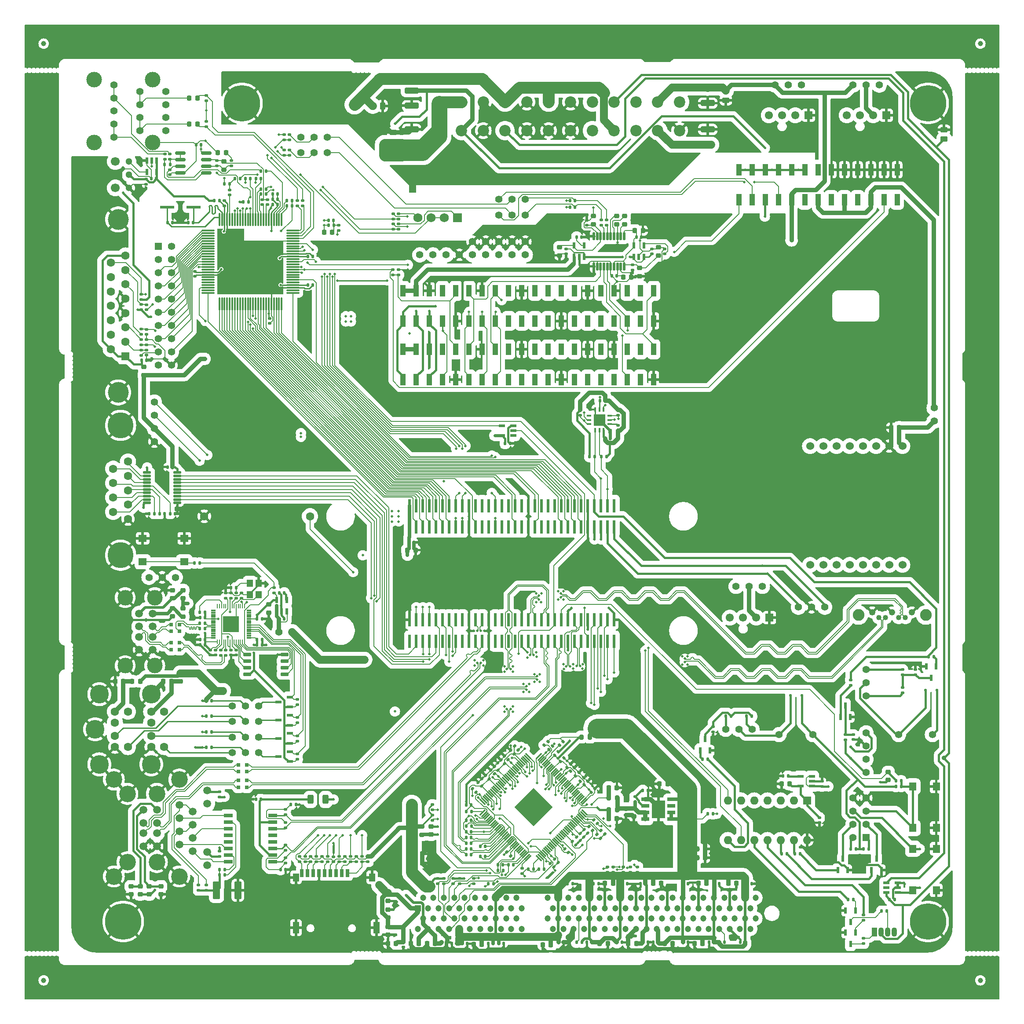
<source format=gtl>
G04 #@! TF.GenerationSoftware,KiCad,Pcbnew,8.0.6*
G04 #@! TF.CreationDate,2025-01-15T23:32:19+01:00*
G04 #@! TF.ProjectId,ITX-Llama,4954582d-4c6c-4616-9d61-2e6b69636164,F*
G04 #@! TF.SameCoordinates,Original*
G04 #@! TF.FileFunction,Copper,L1,Top*
G04 #@! TF.FilePolarity,Positive*
%FSLAX46Y46*%
G04 Gerber Fmt 4.6, Leading zero omitted, Abs format (unit mm)*
G04 Created by KiCad (PCBNEW 8.0.6) date 2025-01-15 23:32:19*
%MOMM*%
%LPD*%
G01*
G04 APERTURE LIST*
G04 Aperture macros list*
%AMRoundRect*
0 Rectangle with rounded corners*
0 $1 Rounding radius*
0 $2 $3 $4 $5 $6 $7 $8 $9 X,Y pos of 4 corners*
0 Add a 4 corners polygon primitive as box body*
4,1,4,$2,$3,$4,$5,$6,$7,$8,$9,$2,$3,0*
0 Add four circle primitives for the rounded corners*
1,1,$1+$1,$2,$3*
1,1,$1+$1,$4,$5*
1,1,$1+$1,$6,$7*
1,1,$1+$1,$8,$9*
0 Add four rect primitives between the rounded corners*
20,1,$1+$1,$2,$3,$4,$5,0*
20,1,$1+$1,$4,$5,$6,$7,0*
20,1,$1+$1,$6,$7,$8,$9,0*
20,1,$1+$1,$8,$9,$2,$3,0*%
%AMRotRect*
0 Rectangle, with rotation*
0 The origin of the aperture is its center*
0 $1 length*
0 $2 width*
0 $3 Rotation angle, in degrees counterclockwise*
0 Add horizontal line*
21,1,$1,$2,0,0,$3*%
G04 Aperture macros list end*
G04 #@! TA.AperFunction,ComponentPad*
%ADD10R,1.755000X1.755000*%
G04 #@! TD*
G04 #@! TA.AperFunction,ComponentPad*
%ADD11C,1.755000*%
G04 #@! TD*
G04 #@! TA.AperFunction,ComponentPad*
%ADD12C,1.397000*%
G04 #@! TD*
G04 #@! TA.AperFunction,SMDPad,CuDef*
%ADD13R,0.600000X1.200000*%
G04 #@! TD*
G04 #@! TA.AperFunction,SMDPad,CuDef*
%ADD14RoundRect,0.140000X0.140000X0.170000X-0.140000X0.170000X-0.140000X-0.170000X0.140000X-0.170000X0*%
G04 #@! TD*
G04 #@! TA.AperFunction,SMDPad,CuDef*
%ADD15RoundRect,0.140000X-0.140000X-0.170000X0.140000X-0.170000X0.140000X0.170000X-0.140000X0.170000X0*%
G04 #@! TD*
G04 #@! TA.AperFunction,SMDPad,CuDef*
%ADD16RoundRect,0.135000X0.135000X0.185000X-0.135000X0.185000X-0.135000X-0.185000X0.135000X-0.185000X0*%
G04 #@! TD*
G04 #@! TA.AperFunction,SMDPad,CuDef*
%ADD17RoundRect,0.135000X0.185000X-0.135000X0.185000X0.135000X-0.185000X0.135000X-0.185000X-0.135000X0*%
G04 #@! TD*
G04 #@! TA.AperFunction,SMDPad,CuDef*
%ADD18RoundRect,0.140000X0.170000X-0.140000X0.170000X0.140000X-0.170000X0.140000X-0.170000X-0.140000X0*%
G04 #@! TD*
G04 #@! TA.AperFunction,SMDPad,CuDef*
%ADD19RoundRect,0.225000X-0.225000X-0.250000X0.225000X-0.250000X0.225000X0.250000X-0.225000X0.250000X0*%
G04 #@! TD*
G04 #@! TA.AperFunction,SMDPad,CuDef*
%ADD20RoundRect,0.218750X0.256250X-0.218750X0.256250X0.218750X-0.256250X0.218750X-0.256250X-0.218750X0*%
G04 #@! TD*
G04 #@! TA.AperFunction,ComponentPad*
%ADD21C,0.400000*%
G04 #@! TD*
G04 #@! TA.AperFunction,ComponentPad*
%ADD22C,7.000000*%
G04 #@! TD*
G04 #@! TA.AperFunction,SMDPad,CuDef*
%ADD23RoundRect,0.200000X0.200000X0.275000X-0.200000X0.275000X-0.200000X-0.275000X0.200000X-0.275000X0*%
G04 #@! TD*
G04 #@! TA.AperFunction,SMDPad,CuDef*
%ADD24RoundRect,0.135000X-0.185000X0.135000X-0.185000X-0.135000X0.185000X-0.135000X0.185000X0.135000X0*%
G04 #@! TD*
G04 #@! TA.AperFunction,SMDPad,CuDef*
%ADD25R,1.400000X1.600000*%
G04 #@! TD*
G04 #@! TA.AperFunction,SMDPad,CuDef*
%ADD26R,1.020000X2.300000*%
G04 #@! TD*
G04 #@! TA.AperFunction,SMDPad,CuDef*
%ADD27RoundRect,0.225000X0.250000X-0.225000X0.250000X0.225000X-0.250000X0.225000X-0.250000X-0.225000X0*%
G04 #@! TD*
G04 #@! TA.AperFunction,SMDPad,CuDef*
%ADD28RoundRect,0.225000X-0.250000X0.225000X-0.250000X-0.225000X0.250000X-0.225000X0.250000X0.225000X0*%
G04 #@! TD*
G04 #@! TA.AperFunction,SMDPad,CuDef*
%ADD29RoundRect,0.135000X-0.135000X-0.185000X0.135000X-0.185000X0.135000X0.185000X-0.135000X0.185000X0*%
G04 #@! TD*
G04 #@! TA.AperFunction,SMDPad,CuDef*
%ADD30RoundRect,0.140000X-0.021213X0.219203X-0.219203X0.021213X0.021213X-0.219203X0.219203X-0.021213X0*%
G04 #@! TD*
G04 #@! TA.AperFunction,ComponentPad*
%ADD31R,1.200000X1.200000*%
G04 #@! TD*
G04 #@! TA.AperFunction,ComponentPad*
%ADD32C,1.200000*%
G04 #@! TD*
G04 #@! TA.AperFunction,ComponentPad*
%ADD33R,1.530000X1.530000*%
G04 #@! TD*
G04 #@! TA.AperFunction,ComponentPad*
%ADD34C,1.550000*%
G04 #@! TD*
G04 #@! TA.AperFunction,SMDPad,CuDef*
%ADD35RoundRect,0.250000X-1.100000X0.325000X-1.100000X-0.325000X1.100000X-0.325000X1.100000X0.325000X0*%
G04 #@! TD*
G04 #@! TA.AperFunction,SMDPad,CuDef*
%ADD36R,1.200000X0.600000*%
G04 #@! TD*
G04 #@! TA.AperFunction,SMDPad,CuDef*
%ADD37RoundRect,0.112500X-0.637500X-0.112500X0.637500X-0.112500X0.637500X0.112500X-0.637500X0.112500X0*%
G04 #@! TD*
G04 #@! TA.AperFunction,SMDPad,CuDef*
%ADD38RoundRect,0.250000X0.450000X-0.262500X0.450000X0.262500X-0.450000X0.262500X-0.450000X-0.262500X0*%
G04 #@! TD*
G04 #@! TA.AperFunction,ComponentPad*
%ADD39C,1.600000*%
G04 #@! TD*
G04 #@! TA.AperFunction,SMDPad,CuDef*
%ADD40RoundRect,0.225000X0.225000X0.250000X-0.225000X0.250000X-0.225000X-0.250000X0.225000X-0.250000X0*%
G04 #@! TD*
G04 #@! TA.AperFunction,SMDPad,CuDef*
%ADD41R,0.700000X1.500000*%
G04 #@! TD*
G04 #@! TA.AperFunction,SMDPad,CuDef*
%ADD42R,1.200000X1.600000*%
G04 #@! TD*
G04 #@! TA.AperFunction,SMDPad,CuDef*
%ADD43R,1.200000X2.200000*%
G04 #@! TD*
G04 #@! TA.AperFunction,ComponentPad*
%ADD44C,1.300000*%
G04 #@! TD*
G04 #@! TA.AperFunction,ComponentPad*
%ADD45C,1.700000*%
G04 #@! TD*
G04 #@! TA.AperFunction,SMDPad,CuDef*
%ADD46C,1.000000*%
G04 #@! TD*
G04 #@! TA.AperFunction,SMDPad,CuDef*
%ADD47R,1.600000X1.400000*%
G04 #@! TD*
G04 #@! TA.AperFunction,SMDPad,CuDef*
%ADD48RoundRect,0.140000X-0.170000X0.140000X-0.170000X-0.140000X0.170000X-0.140000X0.170000X0.140000X0*%
G04 #@! TD*
G04 #@! TA.AperFunction,SMDPad,CuDef*
%ADD49RoundRect,0.140000X0.219203X0.021213X0.021213X0.219203X-0.219203X-0.021213X-0.021213X-0.219203X0*%
G04 #@! TD*
G04 #@! TA.AperFunction,SMDPad,CuDef*
%ADD50RoundRect,0.218750X0.218750X0.256250X-0.218750X0.256250X-0.218750X-0.256250X0.218750X-0.256250X0*%
G04 #@! TD*
G04 #@! TA.AperFunction,SMDPad,CuDef*
%ADD51RoundRect,0.140000X-0.219203X-0.021213X-0.021213X-0.219203X0.219203X0.021213X0.021213X0.219203X0*%
G04 #@! TD*
G04 #@! TA.AperFunction,SMDPad,CuDef*
%ADD52RoundRect,0.135000X-0.035355X0.226274X-0.226274X0.035355X0.035355X-0.226274X0.226274X-0.035355X0*%
G04 #@! TD*
G04 #@! TA.AperFunction,SMDPad,CuDef*
%ADD53RoundRect,0.218750X-0.256250X0.218750X-0.256250X-0.218750X0.256250X-0.218750X0.256250X0.218750X0*%
G04 #@! TD*
G04 #@! TA.AperFunction,SMDPad,CuDef*
%ADD54RoundRect,0.250000X-0.262500X-0.450000X0.262500X-0.450000X0.262500X0.450000X-0.262500X0.450000X0*%
G04 #@! TD*
G04 #@! TA.AperFunction,ComponentPad*
%ADD55R,1.397000X1.397000*%
G04 #@! TD*
G04 #@! TA.AperFunction,ComponentPad*
%ADD56C,3.600000*%
G04 #@! TD*
G04 #@! TA.AperFunction,SMDPad,CuDef*
%ADD57RoundRect,0.250000X0.312500X0.625000X-0.312500X0.625000X-0.312500X-0.625000X0.312500X-0.625000X0*%
G04 #@! TD*
G04 #@! TA.AperFunction,SMDPad,CuDef*
%ADD58O,0.370000X0.950000*%
G04 #@! TD*
G04 #@! TA.AperFunction,SMDPad,CuDef*
%ADD59O,0.950000X0.370000*%
G04 #@! TD*
G04 #@! TA.AperFunction,SMDPad,CuDef*
%ADD60R,2.200000X2.200000*%
G04 #@! TD*
G04 #@! TA.AperFunction,SMDPad,CuDef*
%ADD61R,0.700000X0.700000*%
G04 #@! TD*
G04 #@! TA.AperFunction,SMDPad,CuDef*
%ADD62RoundRect,0.135000X0.226274X0.035355X0.035355X0.226274X-0.226274X-0.035355X-0.035355X-0.226274X0*%
G04 #@! TD*
G04 #@! TA.AperFunction,ComponentPad*
%ADD63C,1.524000*%
G04 #@! TD*
G04 #@! TA.AperFunction,SMDPad,CuDef*
%ADD64RoundRect,0.249999X0.450001X1.450001X-0.450001X1.450001X-0.450001X-1.450001X0.450001X-1.450001X0*%
G04 #@! TD*
G04 #@! TA.AperFunction,SMDPad,CuDef*
%ADD65RoundRect,0.125000X-0.125000X0.125000X-0.125000X-0.125000X0.125000X-0.125000X0.125000X0.125000X0*%
G04 #@! TD*
G04 #@! TA.AperFunction,SMDPad,CuDef*
%ADD66RoundRect,0.250000X1.100000X-0.325000X1.100000X0.325000X-1.100000X0.325000X-1.100000X-0.325000X0*%
G04 #@! TD*
G04 #@! TA.AperFunction,SMDPad,CuDef*
%ADD67RoundRect,0.075000X-1.162500X-0.075000X1.162500X-0.075000X1.162500X0.075000X-1.162500X0.075000X0*%
G04 #@! TD*
G04 #@! TA.AperFunction,SMDPad,CuDef*
%ADD68RoundRect,0.075000X-0.075000X-1.162500X0.075000X-1.162500X0.075000X1.162500X-0.075000X1.162500X0*%
G04 #@! TD*
G04 #@! TA.AperFunction,SMDPad,CuDef*
%ADD69RoundRect,0.006000X0.414000X0.094000X-0.414000X0.094000X-0.414000X-0.094000X0.414000X-0.094000X0*%
G04 #@! TD*
G04 #@! TA.AperFunction,SMDPad,CuDef*
%ADD70RoundRect,0.020000X0.080000X0.400000X-0.080000X0.400000X-0.080000X-0.400000X0.080000X-0.400000X0*%
G04 #@! TD*
G04 #@! TA.AperFunction,SMDPad,CuDef*
%ADD71R,3.100000X3.100000*%
G04 #@! TD*
G04 #@! TA.AperFunction,SMDPad,CuDef*
%ADD72RoundRect,0.125000X0.125000X0.125000X-0.125000X0.125000X-0.125000X-0.125000X0.125000X-0.125000X0*%
G04 #@! TD*
G04 #@! TA.AperFunction,ComponentPad*
%ADD73R,1.070000X1.800000*%
G04 #@! TD*
G04 #@! TA.AperFunction,ComponentPad*
%ADD74O,1.070000X1.800000*%
G04 #@! TD*
G04 #@! TA.AperFunction,SMDPad,CuDef*
%ADD75RoundRect,0.112500X-0.112500X0.637500X-0.112500X-0.637500X0.112500X-0.637500X0.112500X0.637500X0*%
G04 #@! TD*
G04 #@! TA.AperFunction,SMDPad,CuDef*
%ADD76R,1.200000X1.400000*%
G04 #@! TD*
G04 #@! TA.AperFunction,ComponentPad*
%ADD77C,1.500000*%
G04 #@! TD*
G04 #@! TA.AperFunction,ComponentPad*
%ADD78C,3.000000*%
G04 #@! TD*
G04 #@! TA.AperFunction,ComponentPad*
%ADD79C,2.250000*%
G04 #@! TD*
G04 #@! TA.AperFunction,ComponentPad*
%ADD80C,1.250000*%
G04 #@! TD*
G04 #@! TA.AperFunction,ComponentPad*
%ADD81C,1.016000*%
G04 #@! TD*
G04 #@! TA.AperFunction,ComponentPad*
%ADD82C,1.248000*%
G04 #@! TD*
G04 #@! TA.AperFunction,ComponentPad*
%ADD83C,5.000000*%
G04 #@! TD*
G04 #@! TA.AperFunction,SMDPad,CuDef*
%ADD84R,1.505000X0.802000*%
G04 #@! TD*
G04 #@! TA.AperFunction,SMDPad,CuDef*
%ADD85R,2.613000X3.502000*%
G04 #@! TD*
G04 #@! TA.AperFunction,ComponentPad*
%ADD86C,3.200000*%
G04 #@! TD*
G04 #@! TA.AperFunction,ComponentPad*
%ADD87R,1.600000X1.600000*%
G04 #@! TD*
G04 #@! TA.AperFunction,ComponentPad*
%ADD88O,1.600000X1.600000*%
G04 #@! TD*
G04 #@! TA.AperFunction,SMDPad,CuDef*
%ADD89RoundRect,0.135000X-0.226274X-0.035355X-0.035355X-0.226274X0.226274X0.035355X0.035355X0.226274X0*%
G04 #@! TD*
G04 #@! TA.AperFunction,ComponentPad*
%ADD90C,1.400000*%
G04 #@! TD*
G04 #@! TA.AperFunction,ComponentPad*
%ADD91C,2.200000*%
G04 #@! TD*
G04 #@! TA.AperFunction,SMDPad,CuDef*
%ADD92RoundRect,0.200000X-0.275000X0.200000X-0.275000X-0.200000X0.275000X-0.200000X0.275000X0.200000X0*%
G04 #@! TD*
G04 #@! TA.AperFunction,SMDPad,CuDef*
%ADD93RoundRect,0.250000X-0.450000X0.262500X-0.450000X-0.262500X0.450000X-0.262500X0.450000X0.262500X0*%
G04 #@! TD*
G04 #@! TA.AperFunction,SMDPad,CuDef*
%ADD94RoundRect,0.150000X0.650000X0.150000X-0.650000X0.150000X-0.650000X-0.150000X0.650000X-0.150000X0*%
G04 #@! TD*
G04 #@! TA.AperFunction,SMDPad,CuDef*
%ADD95R,0.630000X2.600000*%
G04 #@! TD*
G04 #@! TA.AperFunction,SMDPad,CuDef*
%ADD96RoundRect,0.150000X-0.825000X-0.150000X0.825000X-0.150000X0.825000X0.150000X-0.825000X0.150000X0*%
G04 #@! TD*
G04 #@! TA.AperFunction,SMDPad,CuDef*
%ADD97R,2.800000X0.600000*%
G04 #@! TD*
G04 #@! TA.AperFunction,SMDPad,CuDef*
%ADD98R,1.670000X0.760000*%
G04 #@! TD*
G04 #@! TA.AperFunction,ComponentPad*
%ADD99C,4.000000*%
G04 #@! TD*
G04 #@! TA.AperFunction,SMDPad,CuDef*
%ADD100RoundRect,0.062500X-0.433103X-0.521491X0.521491X0.433103X0.433103X0.521491X-0.521491X-0.433103X0*%
G04 #@! TD*
G04 #@! TA.AperFunction,SMDPad,CuDef*
%ADD101RoundRect,0.062500X0.433103X-0.521491X0.521491X-0.433103X-0.433103X0.521491X-0.521491X0.433103X0*%
G04 #@! TD*
G04 #@! TA.AperFunction,SMDPad,CuDef*
%ADD102RotRect,5.200000X5.200000X45.000000*%
G04 #@! TD*
G04 #@! TA.AperFunction,ViaPad*
%ADD103C,0.460000*%
G04 #@! TD*
G04 #@! TA.AperFunction,ViaPad*
%ADD104C,0.900000*%
G04 #@! TD*
G04 #@! TA.AperFunction,Conductor*
%ADD105C,0.127000*%
G04 #@! TD*
G04 #@! TA.AperFunction,Conductor*
%ADD106C,0.406400*%
G04 #@! TD*
G04 #@! TA.AperFunction,Conductor*
%ADD107C,1.524000*%
G04 #@! TD*
G04 #@! TA.AperFunction,Conductor*
%ADD108C,0.500000*%
G04 #@! TD*
G04 #@! TA.AperFunction,Conductor*
%ADD109C,0.203200*%
G04 #@! TD*
G04 #@! TA.AperFunction,Conductor*
%ADD110C,0.812800*%
G04 #@! TD*
G04 #@! TA.AperFunction,Conductor*
%ADD111C,0.279400*%
G04 #@! TD*
G04 #@! TA.AperFunction,Conductor*
%ADD112C,0.609600*%
G04 #@! TD*
G04 #@! TA.AperFunction,Conductor*
%ADD113C,0.711200*%
G04 #@! TD*
G04 #@! TA.AperFunction,Conductor*
%ADD114C,3.048000*%
G04 #@! TD*
G04 #@! TA.AperFunction,Conductor*
%ADD115C,3.810000*%
G04 #@! TD*
G04 #@! TA.AperFunction,Conductor*
%ADD116C,2.286000*%
G04 #@! TD*
G04 #@! TA.AperFunction,Conductor*
%ADD117C,0.965200*%
G04 #@! TD*
G04 #@! TA.AperFunction,Conductor*
%ADD118C,0.600000*%
G04 #@! TD*
G04 #@! TA.AperFunction,Conductor*
%ADD119C,0.228600*%
G04 #@! TD*
G04 #@! TA.AperFunction,Conductor*
%ADD120C,0.178000*%
G04 #@! TD*
G04 #@! TA.AperFunction,Conductor*
%ADD121C,0.152400*%
G04 #@! TD*
G04 #@! TA.AperFunction,Conductor*
%ADD122C,0.508000*%
G04 #@! TD*
G04 APERTURE END LIST*
D10*
X84470000Y-38330000D03*
D11*
X81930000Y-38330000D03*
X79390000Y-38330000D03*
X76850000Y-38330000D03*
D12*
X46200000Y-141330000D03*
X43660000Y-141330000D03*
X41120000Y-141330000D03*
D13*
X106960000Y-45930000D03*
X107910000Y-45930000D03*
X108860000Y-45930000D03*
X108860000Y-43730000D03*
X106960000Y-43730000D03*
D14*
X56640000Y-51330000D03*
X55680000Y-51330000D03*
D15*
X34930000Y-120580000D03*
X35890000Y-120580000D03*
D16*
X141170000Y-134330000D03*
X140150000Y-134330000D03*
D14*
X82390000Y-177830000D03*
X81430000Y-177830000D03*
X117140000Y-166580000D03*
X116180000Y-166580000D03*
D15*
X109430000Y-177830000D03*
X110390000Y-177830000D03*
X34930000Y-115330000D03*
X35890000Y-115330000D03*
D12*
X59450000Y-25830000D03*
X56910000Y-25830000D03*
X54370000Y-25830000D03*
D14*
X148140000Y-145830000D03*
X147180000Y-145830000D03*
D15*
X122180000Y-177830000D03*
X123140000Y-177830000D03*
D17*
X23660000Y-64840000D03*
X23660000Y-63820000D03*
D18*
X60660000Y-162310000D03*
X60660000Y-161350000D03*
D19*
X118635000Y-40830000D03*
X120185000Y-40830000D03*
D17*
X73160000Y-40590000D03*
X73160000Y-39570000D03*
D20*
X25160000Y-168617500D03*
X25160000Y-167042500D03*
D21*
X20160000Y-176580000D03*
X18210000Y-175780000D03*
X22110000Y-175780000D03*
X17410000Y-173830000D03*
D22*
X20160000Y-173830000D03*
D21*
X22910000Y-173830000D03*
X18210000Y-171880000D03*
X22110000Y-171880000D03*
X20160000Y-171080000D03*
D23*
X115235000Y-150080000D03*
X113585000Y-150080000D03*
D14*
X44640000Y-30830000D03*
X43680000Y-30830000D03*
D15*
X138930000Y-177830000D03*
X139890000Y-177830000D03*
D14*
X56640000Y-45830000D03*
X55680000Y-45830000D03*
D24*
X115410000Y-78320000D03*
X115410000Y-79340000D03*
D17*
X118660000Y-150840000D03*
X118660000Y-149820000D03*
D12*
X163160000Y-130370000D03*
X163160000Y-127830000D03*
X163160000Y-125290000D03*
D25*
X176660000Y-167830000D03*
X176660000Y-159830000D03*
X172160000Y-167830000D03*
X172160000Y-159830000D03*
D19*
X18635000Y-127580000D03*
X20185000Y-127580000D03*
D24*
X84910000Y-165570000D03*
X84910000Y-166590000D03*
D26*
X74030000Y-58230000D03*
X74030000Y-52430000D03*
X76570000Y-58230000D03*
X76570000Y-52430000D03*
X79110000Y-58230000D03*
X79110000Y-52430000D03*
X81650000Y-58230000D03*
X81650000Y-52430000D03*
X84190000Y-58230000D03*
X84190000Y-52430000D03*
X86730000Y-58230000D03*
X86730000Y-52430000D03*
X89270000Y-58230000D03*
X89270000Y-52430000D03*
X91810000Y-58230000D03*
X91810000Y-52430000D03*
X94350000Y-58230000D03*
X94350000Y-52430000D03*
X96890000Y-58230000D03*
X96890000Y-52430000D03*
X99430000Y-58230000D03*
X99430000Y-52430000D03*
X101970000Y-58230000D03*
X101970000Y-52430000D03*
X104510000Y-58230000D03*
X104510000Y-52430000D03*
X107050000Y-58230000D03*
X107050000Y-52430000D03*
X109590000Y-58230000D03*
X109590000Y-52430000D03*
X112130000Y-58230000D03*
X112130000Y-52430000D03*
X114670000Y-58230000D03*
X114670000Y-52430000D03*
X117210000Y-58230000D03*
X117210000Y-52430000D03*
X119750000Y-58230000D03*
X119750000Y-52430000D03*
X122290000Y-58230000D03*
X122290000Y-52430000D03*
D14*
X51390000Y-163830000D03*
X50430000Y-163830000D03*
D19*
X111885000Y-178080000D03*
X113435000Y-178080000D03*
D14*
X111640000Y-166580000D03*
X110680000Y-166580000D03*
X134890000Y-166580000D03*
X133930000Y-166580000D03*
D27*
X115160000Y-39605000D03*
X115160000Y-38055000D03*
D28*
X71160000Y-174805000D03*
X71160000Y-176355000D03*
D19*
X78635000Y-178080000D03*
X80185000Y-178080000D03*
D21*
X175100000Y-176580000D03*
X173150000Y-175780000D03*
X177050000Y-175780000D03*
X172350000Y-173830000D03*
D22*
X175100000Y-173830000D03*
D21*
X177850000Y-173830000D03*
X173150000Y-171880000D03*
X177050000Y-171880000D03*
X175100000Y-171080000D03*
D29*
X34890000Y-117400000D03*
X35910000Y-117400000D03*
D30*
X108833220Y-146116578D03*
X108154398Y-146795400D03*
D16*
X40670000Y-31830000D03*
X39650000Y-31830000D03*
D17*
X96910000Y-164590000D03*
X96910000Y-163570000D03*
D15*
X93680000Y-81830000D03*
X94640000Y-81830000D03*
D16*
X37170000Y-131330000D03*
X36150000Y-131330000D03*
D17*
X159160000Y-138840000D03*
X159160000Y-137820000D03*
X162660000Y-178090000D03*
X162660000Y-177070000D03*
D31*
X76865000Y-171255200D03*
D32*
X77865000Y-169255200D03*
X78865000Y-171255200D03*
X79865000Y-169255200D03*
X80865000Y-171255200D03*
X81865000Y-169255200D03*
X82865000Y-171255200D03*
X83865000Y-169255200D03*
X84865000Y-171255200D03*
X85865000Y-169255200D03*
X86865000Y-171255200D03*
X87865000Y-169255200D03*
X88865000Y-171255200D03*
X89865000Y-169255200D03*
X90865000Y-171255200D03*
X91865000Y-169255200D03*
X92865000Y-171255200D03*
X93865000Y-169255200D03*
X94865000Y-171255200D03*
X95865000Y-169255200D03*
X96865000Y-171255200D03*
X101865000Y-169255200D03*
X102865000Y-171255200D03*
X103865000Y-169255200D03*
X104865000Y-171255200D03*
X105865000Y-169255200D03*
X106865000Y-171255200D03*
X107865000Y-169255200D03*
X108865000Y-171255200D03*
X109865000Y-169255200D03*
X110865000Y-171255200D03*
X111865000Y-169255200D03*
X112865000Y-171255200D03*
X113865000Y-169255200D03*
X114865000Y-171255200D03*
X115865000Y-169255200D03*
X116865000Y-171255200D03*
X117865000Y-169255200D03*
X118865000Y-171255200D03*
X119865000Y-169255200D03*
X120865000Y-171255200D03*
X121865000Y-169255200D03*
X122865000Y-171255200D03*
X123865000Y-169255200D03*
X124865000Y-171255200D03*
X125865000Y-169255200D03*
X126865000Y-171255200D03*
X127865000Y-169255200D03*
X128865000Y-171255200D03*
X129865000Y-169255200D03*
X130865000Y-171255200D03*
X131865000Y-169255200D03*
X132865000Y-171255200D03*
X133865000Y-169255200D03*
X134865000Y-171255200D03*
X135865000Y-169255200D03*
X136865000Y-171255200D03*
X137865000Y-169255200D03*
X138865000Y-171255200D03*
X139865000Y-169255200D03*
X140865000Y-171255200D03*
X141865000Y-169255200D03*
X76865000Y-175255200D03*
X77865000Y-173255200D03*
X78865000Y-175255200D03*
X79865000Y-173255200D03*
X80865000Y-175255200D03*
X81865000Y-173255200D03*
X82865000Y-175255200D03*
X83865000Y-173255200D03*
X84865000Y-175255200D03*
X85865000Y-173255200D03*
X86865000Y-175255200D03*
X87865000Y-173255200D03*
X88865000Y-175255200D03*
X89865000Y-173255200D03*
X90865000Y-175255200D03*
X91865000Y-173255200D03*
X92865000Y-175255200D03*
X93865000Y-173255200D03*
X94865000Y-175255200D03*
X95865000Y-173255200D03*
X96865000Y-175255200D03*
X101865000Y-173255200D03*
X102865000Y-175255200D03*
X103865000Y-173255200D03*
X104865000Y-175255200D03*
X105865000Y-173255200D03*
X106865000Y-175255200D03*
X107865000Y-173255200D03*
X108865000Y-175255200D03*
X109865000Y-173255200D03*
X110865000Y-175255200D03*
X111865000Y-173255200D03*
X112865000Y-175255200D03*
X113865000Y-173255200D03*
X114865000Y-175255200D03*
X115865000Y-173255200D03*
X116865000Y-175255200D03*
X117865000Y-173255200D03*
X118865000Y-175255200D03*
X119865000Y-173255200D03*
X120865000Y-175255200D03*
X121865000Y-173255200D03*
X122865000Y-175255200D03*
X123865000Y-173255200D03*
X124865000Y-175255200D03*
X125865000Y-173255200D03*
X126865000Y-175255200D03*
X127865000Y-173255200D03*
X128865000Y-175255200D03*
X129865000Y-173255200D03*
X130865000Y-175255200D03*
X131865000Y-173255200D03*
X132865000Y-175255200D03*
X133865000Y-173255200D03*
X134865000Y-175255200D03*
X135865000Y-173255200D03*
X136865000Y-175255200D03*
X137865000Y-173255200D03*
X138865000Y-175255200D03*
X139865000Y-173255200D03*
X140865000Y-175255200D03*
X141865000Y-173255200D03*
D14*
X24640000Y-65830000D03*
X23680000Y-65830000D03*
D18*
X172660000Y-126290000D03*
X172660000Y-125330000D03*
D27*
X29660000Y-111605000D03*
X29660000Y-110055000D03*
D33*
X167062000Y-18638500D03*
D34*
X164522000Y-18638500D03*
X161982000Y-18638500D03*
X159442000Y-18638500D03*
D15*
X83430000Y-178080000D03*
X84390000Y-178080000D03*
D35*
X132660000Y-13355000D03*
X132660000Y-16305000D03*
D36*
X52260000Y-143030000D03*
X50060000Y-142080000D03*
X52260000Y-141130000D03*
D29*
X43300000Y-35280000D03*
X44320000Y-35280000D03*
D12*
X160620000Y-12830000D03*
X163160000Y-12830000D03*
X165700000Y-12830000D03*
D28*
X119560000Y-48055000D03*
X119560000Y-49605000D03*
D18*
X116910000Y-153310000D03*
X116910000Y-152350000D03*
D29*
X168900000Y-147830000D03*
X169920000Y-147830000D03*
D28*
X48160000Y-112805000D03*
X48160000Y-114355000D03*
D37*
X24760000Y-87405000D03*
X24760000Y-88055000D03*
X24760000Y-88705000D03*
X24760000Y-89355000D03*
X24760000Y-90005000D03*
X24760000Y-90655000D03*
X24760000Y-91305000D03*
X24760000Y-91955000D03*
X24760000Y-92605000D03*
X24760000Y-93255000D03*
X30560000Y-93255000D03*
X30560000Y-92605000D03*
X30560000Y-91955000D03*
X30560000Y-91305000D03*
X30560000Y-90655000D03*
X30560000Y-90005000D03*
X30560000Y-89355000D03*
X30560000Y-88705000D03*
X30560000Y-88055000D03*
X30560000Y-87405000D03*
D19*
X130635000Y-159830000D03*
X132185000Y-159830000D03*
D15*
X51680000Y-35080000D03*
X52640000Y-35080000D03*
D30*
X105014844Y-142298201D03*
X104336022Y-142977023D03*
D38*
X178160000Y-23242500D03*
X178160000Y-21417500D03*
D12*
X138120000Y-109330000D03*
X140660000Y-109330000D03*
X143200000Y-109330000D03*
D14*
X87140000Y-159830000D03*
X86180000Y-159830000D03*
D28*
X39560000Y-27555000D03*
X39560000Y-29105000D03*
D14*
X46890000Y-120580000D03*
X45930000Y-120580000D03*
D17*
X39910000Y-122590000D03*
X39910000Y-121570000D03*
D24*
X79660000Y-153310000D03*
X79660000Y-154330000D03*
D39*
X56110000Y-95830000D03*
X35760000Y-95830000D03*
D40*
X60385000Y-41130000D03*
X58835000Y-41130000D03*
X148435000Y-147330000D03*
X146885000Y-147330000D03*
D24*
X67260000Y-161320000D03*
X67260000Y-162340000D03*
D16*
X29170000Y-28080000D03*
X28150000Y-28080000D03*
D20*
X31660000Y-111617500D03*
X31660000Y-110042500D03*
D41*
X63300000Y-164480000D03*
X62200000Y-164480000D03*
X61100000Y-164480000D03*
X60000000Y-164480000D03*
X58900000Y-164480000D03*
X57800000Y-164480000D03*
X56700000Y-164480000D03*
X55600000Y-164480000D03*
X54500000Y-164480000D03*
D42*
X53400000Y-165330000D03*
D43*
X53400000Y-175030000D03*
D42*
X68080000Y-165330000D03*
D43*
X68920000Y-175030000D03*
D16*
X161170000Y-159830000D03*
X160150000Y-159830000D03*
D40*
X77085000Y-178080000D03*
X75535000Y-178080000D03*
D17*
X23660000Y-56090000D03*
X23660000Y-55070000D03*
D28*
X104160000Y-44055000D03*
X104160000Y-45605000D03*
D36*
X52260000Y-136030000D03*
X50060000Y-135080000D03*
X52260000Y-134130000D03*
D16*
X37170000Y-140330000D03*
X36150000Y-140330000D03*
D44*
X21270000Y-27540000D03*
X21270000Y-30080000D03*
X21270000Y-32620000D03*
D45*
X18650000Y-27540000D03*
X18650000Y-32620000D03*
D46*
X4850000Y-4850000D03*
X4850000Y-185150000D03*
X185150000Y-4850000D03*
X185150000Y-185150000D03*
D15*
X86180000Y-154330000D03*
X87140000Y-154330000D03*
D47*
X23910000Y-104580000D03*
X31910000Y-104580000D03*
X23910000Y-100080000D03*
X31910000Y-100080000D03*
D48*
X37910000Y-121600000D03*
X37910000Y-122560000D03*
D15*
X118930000Y-42080000D03*
X119890000Y-42080000D03*
D49*
X108126114Y-158250530D03*
X107447292Y-157571708D03*
D19*
X76135000Y-160830000D03*
X77685000Y-160830000D03*
D50*
X23447500Y-127580000D03*
X21872500Y-127580000D03*
D13*
X164210000Y-163930000D03*
X166110000Y-163930000D03*
X165160000Y-161730000D03*
D18*
X154160000Y-154810000D03*
X154160000Y-153850000D03*
D13*
X49710000Y-114180000D03*
X50660000Y-114180000D03*
X51610000Y-114180000D03*
X51610000Y-111980000D03*
X49710000Y-111980000D03*
D48*
X105410000Y-44350000D03*
X105410000Y-45310000D03*
D29*
X166150000Y-171830000D03*
X167170000Y-171830000D03*
D30*
X103883473Y-141166830D03*
X103204651Y-141845652D03*
D15*
X114180000Y-49580000D03*
X115140000Y-49580000D03*
D51*
X92880892Y-142722465D03*
X93559714Y-143401287D03*
D52*
X101920624Y-139169376D03*
X101199376Y-139890624D03*
D30*
X102752102Y-140035459D03*
X102073280Y-140714281D03*
D17*
X38910000Y-122590000D03*
X38910000Y-121570000D03*
D53*
X31160000Y-126042500D03*
X31160000Y-127617500D03*
D14*
X29640000Y-39330000D03*
X28680000Y-39330000D03*
D17*
X116410000Y-164340000D03*
X116410000Y-163320000D03*
D16*
X108420000Y-177830000D03*
X107400000Y-177830000D03*
D18*
X40660000Y-33960000D03*
X40660000Y-33000000D03*
D48*
X39910000Y-110600000D03*
X39910000Y-111560000D03*
D13*
X161110000Y-171730000D03*
X159210000Y-171730000D03*
X160160000Y-173930000D03*
D29*
X159650000Y-169580000D03*
X160670000Y-169580000D03*
D24*
X65060000Y-161320000D03*
X65060000Y-162340000D03*
D40*
X102435000Y-178330000D03*
X100885000Y-178330000D03*
D54*
X68247500Y-16830000D03*
X70072500Y-16830000D03*
D29*
X168900000Y-146730000D03*
X169920000Y-146730000D03*
D40*
X39935000Y-25830000D03*
X38385000Y-25830000D03*
D36*
X152760000Y-147780000D03*
X152760000Y-146830000D03*
X152760000Y-145880000D03*
X150560000Y-145880000D03*
X150560000Y-147780000D03*
D52*
X104820624Y-139169376D03*
X104099376Y-139890624D03*
D24*
X23660000Y-61820000D03*
X23660000Y-62840000D03*
D12*
X77250000Y-45500000D03*
X79790000Y-45500000D03*
X82330000Y-45500000D03*
X84870000Y-45500000D03*
X87410000Y-45500000D03*
X89950000Y-45500000D03*
X92490000Y-45500000D03*
X95030000Y-45500000D03*
X97570000Y-45500000D03*
D55*
X163180000Y-157640000D03*
D12*
X163180000Y-155100000D03*
X163180000Y-152560000D03*
X163180000Y-150020000D03*
X160640000Y-150020000D03*
X160640000Y-152560000D03*
X160640000Y-155100000D03*
X160640000Y-157640000D03*
D15*
X48930000Y-35830000D03*
X49890000Y-35830000D03*
D27*
X123160000Y-45605000D03*
X123160000Y-44055000D03*
D39*
X18560000Y-138130000D03*
X18560000Y-135530000D03*
X18560000Y-140230000D03*
X18560000Y-133430000D03*
X21060000Y-140230000D03*
X21060000Y-133430000D03*
X25560000Y-138130000D03*
X25560000Y-135530000D03*
X25560000Y-140230000D03*
X25560000Y-133430000D03*
X28060000Y-140230000D03*
X28060000Y-133430000D03*
D56*
X15560000Y-143580000D03*
X25560000Y-143580000D03*
X14760000Y-136830000D03*
X15560000Y-130080000D03*
X25560000Y-130080000D03*
D16*
X110920000Y-84330000D03*
X109900000Y-84330000D03*
D20*
X23410000Y-168617500D03*
X23410000Y-167042500D03*
D24*
X108160000Y-75320000D03*
X108160000Y-76340000D03*
D12*
X25120000Y-107580000D03*
X27660000Y-107580000D03*
X30200000Y-107580000D03*
D14*
X51140000Y-110580000D03*
X50180000Y-110580000D03*
D24*
X38160000Y-27320000D03*
X38160000Y-28340000D03*
X52160000Y-25320000D03*
X52160000Y-26340000D03*
D51*
X87365459Y-148237898D03*
X88044281Y-148916720D03*
D15*
X106180000Y-35080000D03*
X107140000Y-35080000D03*
D24*
X52160000Y-22320000D03*
X52160000Y-23340000D03*
D57*
X59122500Y-150330000D03*
X56197500Y-150330000D03*
D12*
X92460000Y-37830000D03*
X95000000Y-37830000D03*
X97540000Y-37830000D03*
D19*
X130635000Y-161580000D03*
X132185000Y-161580000D03*
D27*
X118410000Y-153605000D03*
X118410000Y-152055000D03*
D12*
X46200000Y-135330000D03*
X43660000Y-135330000D03*
X41120000Y-135330000D03*
D15*
X25580000Y-30830000D03*
X26540000Y-30830000D03*
D17*
X112160000Y-39840000D03*
X112160000Y-38820000D03*
D29*
X37650000Y-35080000D03*
X38670000Y-35080000D03*
D26*
X169130000Y-29130000D03*
X169130000Y-34930000D03*
X166590000Y-29130000D03*
X166590000Y-34930000D03*
X164050000Y-29130000D03*
X164050000Y-34930000D03*
X161510000Y-29130000D03*
X161510000Y-34930000D03*
X158970000Y-29130000D03*
X158970000Y-34930000D03*
X156430000Y-29130000D03*
X156430000Y-34930000D03*
X153890000Y-29130000D03*
X153890000Y-34930000D03*
X151350000Y-29130000D03*
X151350000Y-34930000D03*
X148810000Y-29130000D03*
X148810000Y-34930000D03*
X146270000Y-29130000D03*
X146270000Y-34930000D03*
X143730000Y-29130000D03*
X143730000Y-34930000D03*
X141190000Y-29130000D03*
X141190000Y-34930000D03*
X138650000Y-29130000D03*
X138650000Y-34930000D03*
D58*
X111003000Y-79280000D03*
X111803000Y-79280000D03*
X112603000Y-79280000D03*
D59*
X113803000Y-78080000D03*
X113803000Y-77280000D03*
X113803000Y-76480000D03*
D58*
X112603000Y-75280000D03*
X111803000Y-75280000D03*
X111003000Y-75280000D03*
D59*
X109803000Y-76480000D03*
X109803000Y-77280000D03*
X109803000Y-78080000D03*
D60*
X111803000Y-77280000D03*
D18*
X53660000Y-36060000D03*
X53660000Y-35100000D03*
D24*
X54060000Y-161320000D03*
X54060000Y-162340000D03*
D18*
X24660000Y-60810000D03*
X24660000Y-59850000D03*
D61*
X42360000Y-143680000D03*
X43960000Y-143680000D03*
X43960000Y-144980000D03*
X42360000Y-144980000D03*
D13*
X131210000Y-140930000D03*
X133110000Y-140930000D03*
X132160000Y-138730000D03*
D15*
X75160000Y-100830000D03*
X76120000Y-100830000D03*
D48*
X46910000Y-34850000D03*
X46910000Y-35810000D03*
D17*
X51410000Y-162590000D03*
X51410000Y-161570000D03*
D24*
X51410000Y-154765000D03*
X51410000Y-155785000D03*
D62*
X110520624Y-156290624D03*
X109799376Y-155569376D03*
D18*
X33960000Y-49610000D03*
X33960000Y-48650000D03*
X124410000Y-45330000D03*
X124410000Y-44370000D03*
D63*
X152360000Y-105180000D03*
X154900000Y-105180000D03*
X157440000Y-105180000D03*
X159980000Y-105180000D03*
X162520000Y-105180000D03*
X165060000Y-105180000D03*
X167600000Y-105180000D03*
X170140000Y-105180000D03*
X170140000Y-82320000D03*
X167600000Y-82320000D03*
X165060000Y-82320000D03*
X162520000Y-82320000D03*
X159980000Y-82320000D03*
X157440000Y-82320000D03*
X154900000Y-82320000D03*
X152360000Y-82320000D03*
D64*
X42210000Y-167830000D03*
X38110000Y-167830000D03*
D17*
X61760000Y-162340000D03*
X61760000Y-161320000D03*
D14*
X46890000Y-119580000D03*
X45930000Y-119580000D03*
D48*
X36160000Y-14850000D03*
X36160000Y-15810000D03*
D29*
X98150000Y-163730000D03*
X99170000Y-163730000D03*
D19*
X122135000Y-166430000D03*
X123685000Y-166430000D03*
D17*
X72160000Y-38590000D03*
X72160000Y-37570000D03*
D14*
X46890000Y-115580000D03*
X45930000Y-115580000D03*
D48*
X24660000Y-61850000D03*
X24660000Y-62810000D03*
D14*
X128890000Y-177830000D03*
X127930000Y-177830000D03*
D65*
X160160000Y-140230000D03*
X160160000Y-142430000D03*
D15*
X86180000Y-151430000D03*
X87140000Y-151430000D03*
D14*
X86390000Y-178080000D03*
X85430000Y-178080000D03*
D40*
X115185000Y-154030000D03*
X113635000Y-154030000D03*
X114435000Y-166430000D03*
X112885000Y-166430000D03*
D66*
X75660000Y-24305000D03*
X75660000Y-21355000D03*
D12*
X150120000Y-113330000D03*
X152660000Y-113330000D03*
X155200000Y-113330000D03*
D29*
X86150000Y-155430000D03*
X87170000Y-155430000D03*
D40*
X89185000Y-178230000D03*
X87635000Y-178230000D03*
D48*
X24560000Y-30950000D03*
X24560000Y-31910000D03*
D15*
X132930000Y-177830000D03*
X133890000Y-177830000D03*
D66*
X75660000Y-16805000D03*
X75660000Y-13855000D03*
D67*
X36497500Y-40830000D03*
X36497500Y-41330000D03*
X36497500Y-41830000D03*
X36497500Y-42330000D03*
X36497500Y-42830000D03*
X36497500Y-43330000D03*
X36497500Y-43830000D03*
X36497500Y-44330000D03*
X36497500Y-44830000D03*
X36497500Y-45330000D03*
X36497500Y-45830000D03*
X36497500Y-46330000D03*
X36497500Y-46830000D03*
X36497500Y-47330000D03*
X36497500Y-47830000D03*
X36497500Y-48330000D03*
X36497500Y-48830000D03*
X36497500Y-49330000D03*
X36497500Y-49830000D03*
X36497500Y-50330000D03*
X36497500Y-50830000D03*
X36497500Y-51330000D03*
X36497500Y-51830000D03*
X36497500Y-52330000D03*
X36497500Y-52830000D03*
D68*
X38660000Y-54992500D03*
X39160000Y-54992500D03*
X39660000Y-54992500D03*
X40160000Y-54992500D03*
X40660000Y-54992500D03*
X41160000Y-54992500D03*
X41660000Y-54992500D03*
X42160000Y-54992500D03*
X42660000Y-54992500D03*
X43160000Y-54992500D03*
X43660000Y-54992500D03*
X44160000Y-54992500D03*
X44660000Y-54992500D03*
X45160000Y-54992500D03*
X45660000Y-54992500D03*
X46160000Y-54992500D03*
X46660000Y-54992500D03*
X47160000Y-54992500D03*
X47660000Y-54992500D03*
X48160000Y-54992500D03*
X48660000Y-54992500D03*
X49160000Y-54992500D03*
X49660000Y-54992500D03*
X50160000Y-54992500D03*
X50660000Y-54992500D03*
D67*
X52822500Y-52830000D03*
X52822500Y-52330000D03*
X52822500Y-51830000D03*
X52822500Y-51330000D03*
X52822500Y-50830000D03*
X52822500Y-50330000D03*
X52822500Y-49830000D03*
X52822500Y-49330000D03*
X52822500Y-48830000D03*
X52822500Y-48330000D03*
X52822500Y-47830000D03*
X52822500Y-47330000D03*
X52822500Y-46830000D03*
X52822500Y-46330000D03*
X52822500Y-45830000D03*
X52822500Y-45330000D03*
X52822500Y-44830000D03*
X52822500Y-44330000D03*
X52822500Y-43830000D03*
X52822500Y-43330000D03*
X52822500Y-42830000D03*
X52822500Y-42330000D03*
X52822500Y-41830000D03*
X52822500Y-41330000D03*
X52822500Y-40830000D03*
D68*
X50660000Y-38667500D03*
X50160000Y-38667500D03*
X49660000Y-38667500D03*
X49160000Y-38667500D03*
X48660000Y-38667500D03*
X48160000Y-38667500D03*
X47660000Y-38667500D03*
X47160000Y-38667500D03*
X46660000Y-38667500D03*
X46160000Y-38667500D03*
X45660000Y-38667500D03*
X45160000Y-38667500D03*
X44660000Y-38667500D03*
X44160000Y-38667500D03*
X43660000Y-38667500D03*
X43160000Y-38667500D03*
X42660000Y-38667500D03*
X42160000Y-38667500D03*
X41660000Y-38667500D03*
X41160000Y-38667500D03*
X40660000Y-38667500D03*
X40160000Y-38667500D03*
X39660000Y-38667500D03*
X39160000Y-38667500D03*
X38660000Y-38667500D03*
D69*
X44345000Y-119180000D03*
X44345000Y-118780000D03*
X44345000Y-118380000D03*
X44345000Y-117980000D03*
X44345000Y-117580000D03*
X44345000Y-117180000D03*
X44345000Y-116780000D03*
X44345000Y-116380000D03*
X44345000Y-115980000D03*
X44345000Y-115580000D03*
X44345000Y-115180000D03*
X44345000Y-114780000D03*
X44345000Y-114380000D03*
X44345000Y-113980000D03*
D70*
X43510000Y-113145000D03*
X43110000Y-113145000D03*
X42710000Y-113145000D03*
X42310000Y-113145000D03*
X41910000Y-113145000D03*
X41510000Y-113145000D03*
X41110000Y-113145000D03*
X40710000Y-113145000D03*
X40310000Y-113145000D03*
X39910000Y-113145000D03*
X39510000Y-113145000D03*
X39110000Y-113145000D03*
X38710000Y-113145000D03*
X38310000Y-113145000D03*
D69*
X37475000Y-113980000D03*
X37475000Y-114380000D03*
X37475000Y-114780000D03*
X37475000Y-115180000D03*
X37475000Y-115580000D03*
X37475000Y-115980000D03*
X37475000Y-116380000D03*
X37475000Y-116780000D03*
X37475000Y-117180000D03*
X37475000Y-117580000D03*
X37475000Y-117980000D03*
X37475000Y-118380000D03*
X37475000Y-118780000D03*
X37475000Y-119180000D03*
D70*
X38310000Y-120015000D03*
X38710000Y-120015000D03*
X39110000Y-120015000D03*
X39510000Y-120015000D03*
X39910000Y-120015000D03*
X40310000Y-120015000D03*
X40710000Y-120015000D03*
X41110000Y-120015000D03*
X41510000Y-120015000D03*
X41910000Y-120015000D03*
X42310000Y-120015000D03*
X42710000Y-120015000D03*
X43110000Y-120015000D03*
X43510000Y-120015000D03*
D71*
X40910000Y-116580000D03*
D12*
X59450000Y-22830000D03*
X56910000Y-22830000D03*
X54370000Y-22830000D03*
D17*
X51160000Y-23340000D03*
X51160000Y-22320000D03*
D19*
X71135000Y-178080000D03*
X72685000Y-178080000D03*
D51*
X89911043Y-145692314D03*
X90589865Y-146371136D03*
D15*
X119700000Y-166580000D03*
X120660000Y-166580000D03*
D18*
X40910000Y-122560000D03*
X40910000Y-121600000D03*
D16*
X112920000Y-73580000D03*
X111900000Y-73580000D03*
D12*
X176250000Y-74980000D03*
X176250000Y-77520000D03*
D15*
X25180000Y-95330000D03*
X26140000Y-95330000D03*
D17*
X34660000Y-167840000D03*
X34660000Y-166820000D03*
D14*
X93390000Y-178030000D03*
X92430000Y-178030000D03*
X93240000Y-162930000D03*
X92280000Y-162930000D03*
D30*
X107843271Y-145126628D03*
X107164449Y-145805450D03*
D21*
X43020000Y-19100000D03*
X41070000Y-18300000D03*
X44970000Y-18300000D03*
X40270000Y-16350000D03*
D22*
X43020000Y-16350000D03*
D21*
X45770000Y-16350000D03*
X41070000Y-14400000D03*
X44970000Y-14400000D03*
X43020000Y-13600000D03*
D16*
X60670000Y-39830000D03*
X59650000Y-39830000D03*
D23*
X109985000Y-138330000D03*
X108335000Y-138330000D03*
D17*
X36160000Y-167840000D03*
X36160000Y-166820000D03*
D36*
X169260000Y-168280000D03*
X169260000Y-167330000D03*
X169260000Y-166380000D03*
X167060000Y-166380000D03*
X167060000Y-167330000D03*
X167060000Y-168280000D03*
D29*
X112150000Y-84330000D03*
X113170000Y-84330000D03*
D24*
X38660000Y-160320000D03*
X38660000Y-161340000D03*
D16*
X133670000Y-153080000D03*
X132650000Y-153080000D03*
D24*
X62860000Y-161320000D03*
X62860000Y-162340000D03*
D15*
X107430000Y-42080000D03*
X108390000Y-42080000D03*
D51*
X91608100Y-143995257D03*
X92286922Y-144674079D03*
D48*
X36910000Y-121600000D03*
X36910000Y-122560000D03*
D72*
X176760000Y-129330000D03*
X174560000Y-129330000D03*
D40*
X131685000Y-178080000D03*
X130135000Y-178080000D03*
D26*
X74030000Y-69485000D03*
X74030000Y-63685000D03*
X76570000Y-69485000D03*
X76570000Y-63685000D03*
X79110000Y-69485000D03*
X79110000Y-63685000D03*
X81650000Y-69485000D03*
X81650000Y-63685000D03*
X84190000Y-69485000D03*
X84190000Y-63685000D03*
X86730000Y-69485000D03*
X86730000Y-63685000D03*
X89270000Y-69485000D03*
X89270000Y-63685000D03*
X91810000Y-69485000D03*
X91810000Y-63685000D03*
X94350000Y-69485000D03*
X94350000Y-63685000D03*
X96890000Y-69485000D03*
X96890000Y-63685000D03*
X99430000Y-69485000D03*
X99430000Y-63685000D03*
X101970000Y-69485000D03*
X101970000Y-63685000D03*
X104510000Y-69485000D03*
X104510000Y-63685000D03*
X107050000Y-69485000D03*
X107050000Y-63685000D03*
X109590000Y-69485000D03*
X109590000Y-63685000D03*
X112130000Y-69485000D03*
X112130000Y-63685000D03*
X114670000Y-69485000D03*
X114670000Y-63685000D03*
X117210000Y-69485000D03*
X117210000Y-63685000D03*
X119750000Y-69485000D03*
X119750000Y-63685000D03*
X122290000Y-69485000D03*
X122290000Y-63685000D03*
D38*
X72160000Y-23742500D03*
X72160000Y-21917500D03*
D23*
X115235000Y-152330000D03*
X113585000Y-152330000D03*
D15*
X88880000Y-159330000D03*
X89840000Y-159330000D03*
X28680000Y-86330000D03*
X29640000Y-86330000D03*
D73*
X164760000Y-175830000D03*
D74*
X166030000Y-175830000D03*
X167300000Y-175830000D03*
X168570000Y-175830000D03*
D49*
X107277585Y-159099058D03*
X106598763Y-158420236D03*
D30*
X109540327Y-146823684D03*
X108861505Y-147502506D03*
D15*
X88880000Y-161330000D03*
X89840000Y-161330000D03*
D48*
X160660000Y-137850000D03*
X160660000Y-138810000D03*
D75*
X116585000Y-41930000D03*
X115935000Y-41930000D03*
X115285000Y-41930000D03*
X114635000Y-41930000D03*
X113985000Y-41930000D03*
X113335000Y-41930000D03*
X112685000Y-41930000D03*
X112035000Y-41930000D03*
X111385000Y-41930000D03*
X110735000Y-41930000D03*
X110735000Y-47730000D03*
X111385000Y-47730000D03*
X112035000Y-47730000D03*
X112685000Y-47730000D03*
X113335000Y-47730000D03*
X113985000Y-47730000D03*
X114635000Y-47730000D03*
X115285000Y-47730000D03*
X115935000Y-47730000D03*
X116585000Y-47730000D03*
D24*
X162660000Y-172570000D03*
X162660000Y-173590000D03*
D17*
X113160000Y-39840000D03*
X113160000Y-38820000D03*
D51*
X94719369Y-140883988D03*
X95398191Y-141562810D03*
D76*
X46260000Y-110930000D03*
X46260000Y-108730000D03*
X44560000Y-108730000D03*
X44560000Y-110930000D03*
D18*
X24660000Y-64810000D03*
X24660000Y-63850000D03*
D25*
X176660000Y-155830000D03*
X176660000Y-147830000D03*
X172160000Y-155830000D03*
X172160000Y-147830000D03*
D17*
X73160000Y-38590000D03*
X73160000Y-37570000D03*
D18*
X121910000Y-45310000D03*
X121910000Y-44350000D03*
X109410000Y-39810000D03*
X109410000Y-38850000D03*
D16*
X93270000Y-164030000D03*
X92250000Y-164030000D03*
D19*
X27885000Y-127580000D03*
X29435000Y-127580000D03*
D17*
X170160000Y-126340000D03*
X170160000Y-125320000D03*
D14*
X28140000Y-95330000D03*
X27180000Y-95330000D03*
D49*
X111399411Y-154969411D03*
X110720589Y-154290589D03*
D77*
X25840000Y-114530000D03*
X25840000Y-117030000D03*
X25840000Y-119030000D03*
X25840000Y-121530000D03*
X23240000Y-114530000D03*
X23240000Y-117030000D03*
X23240000Y-119030000D03*
X23240000Y-121530000D03*
D78*
X26240000Y-111480000D03*
X20540000Y-111480000D03*
X26240000Y-124580000D03*
X20540000Y-124580000D03*
D24*
X81910000Y-165570000D03*
X81910000Y-166590000D03*
X56260000Y-161320000D03*
X56260000Y-162340000D03*
D14*
X128890000Y-166580000D03*
X127930000Y-166580000D03*
D33*
X144562000Y-115330000D03*
D34*
X142022000Y-115330000D03*
X139482000Y-115330000D03*
X136942000Y-115330000D03*
D17*
X72160000Y-40590000D03*
X72160000Y-39570000D03*
X41910000Y-111590000D03*
X41910000Y-110570000D03*
D19*
X123385000Y-147330000D03*
X124935000Y-147330000D03*
D29*
X146900000Y-160830000D03*
X147920000Y-160830000D03*
D51*
X88496830Y-147106527D03*
X89175652Y-147785349D03*
D79*
X174640000Y-114830000D03*
X161680000Y-114830000D03*
D80*
X164350000Y-114330000D03*
D81*
X165620000Y-115330000D03*
X166890000Y-115330000D03*
D82*
X168160000Y-114330000D03*
D81*
X169430000Y-115330000D03*
X170700000Y-115330000D03*
D82*
X171970000Y-114330000D03*
D24*
X49160000Y-109570000D03*
X49160000Y-110590000D03*
D14*
X49890000Y-33830000D03*
X48930000Y-33830000D03*
D13*
X157710000Y-163930000D03*
X159610000Y-163930000D03*
X158660000Y-161730000D03*
D14*
X87140000Y-158730000D03*
X86180000Y-158730000D03*
D18*
X48360000Y-58710000D03*
X48360000Y-57750000D03*
D21*
X175100000Y-19100000D03*
X173150000Y-18300000D03*
X177050000Y-18300000D03*
X172350000Y-16350000D03*
D22*
X175100000Y-16350000D03*
D21*
X177850000Y-16350000D03*
X173150000Y-14400000D03*
X177050000Y-14400000D03*
X175100000Y-13600000D03*
D13*
X176610000Y-124730000D03*
X174710000Y-124730000D03*
X175660000Y-126930000D03*
D14*
X41890000Y-109580000D03*
X40930000Y-109580000D03*
D39*
X21080000Y-85285000D03*
X21080000Y-88055000D03*
X21080000Y-90825000D03*
X21080000Y-93595000D03*
X21080000Y-96365000D03*
X18240000Y-86670000D03*
X18240000Y-89440000D03*
X18240000Y-92210000D03*
X18240000Y-94980000D03*
D83*
X19660000Y-103320000D03*
X19660000Y-78330000D03*
D13*
X26610000Y-27330000D03*
X25660000Y-27330000D03*
X24710000Y-27330000D03*
X24710000Y-29530000D03*
X26610000Y-29530000D03*
D29*
X34890000Y-116400000D03*
X35910000Y-116400000D03*
D14*
X141140000Y-166580000D03*
X140180000Y-166580000D03*
D84*
X125655000Y-154140000D03*
X125655000Y-152870000D03*
X125655000Y-151600000D03*
X125655000Y-150330000D03*
X120660000Y-150330000D03*
X120660000Y-151600000D03*
X120660000Y-152870000D03*
X120660000Y-154140000D03*
D85*
X123157500Y-152235000D03*
D29*
X90400000Y-166580000D03*
X91420000Y-166580000D03*
D17*
X29160000Y-27090000D03*
X29160000Y-26070000D03*
D77*
X36330000Y-148630000D03*
X36330000Y-151170000D03*
X36330000Y-160490000D03*
X36330000Y-163030000D03*
X33500000Y-160280000D03*
X30960000Y-159005000D03*
X33500000Y-157735000D03*
X30960000Y-156465000D03*
X33500000Y-155195000D03*
X30960000Y-153925000D03*
X33500000Y-152655000D03*
X30960000Y-151385000D03*
D86*
X30960000Y-146505000D03*
X18360000Y-146505000D03*
X26640000Y-149260000D03*
X20960000Y-149260000D03*
X26640000Y-162400000D03*
X20960000Y-162400000D03*
X30960000Y-165155000D03*
X18360000Y-165155000D03*
D77*
X24020000Y-152290000D03*
X24020000Y-154830000D03*
X24020000Y-156830000D03*
X24020000Y-159370000D03*
X26640000Y-152290000D03*
X26640000Y-154830000D03*
X26640000Y-156830000D03*
X26640000Y-159370000D03*
D17*
X119160000Y-164340000D03*
X119160000Y-163320000D03*
D16*
X137170000Y-134330000D03*
X136150000Y-134330000D03*
D15*
X94280000Y-162930000D03*
X95240000Y-162930000D03*
X46680000Y-33830000D03*
X47640000Y-33830000D03*
D29*
X41650000Y-30830000D03*
X42670000Y-30830000D03*
D24*
X58460000Y-161320000D03*
X58460000Y-162340000D03*
D29*
X100160000Y-163730000D03*
X101180000Y-163730000D03*
D16*
X37170000Y-134330000D03*
X36150000Y-134330000D03*
D19*
X136635000Y-166430000D03*
X138185000Y-166430000D03*
D29*
X134900000Y-177830000D03*
X135920000Y-177830000D03*
D87*
X151770000Y-150530000D03*
D88*
X149230000Y-150530000D03*
X146690000Y-150530000D03*
X144150000Y-150530000D03*
X141610000Y-150530000D03*
X139070000Y-150530000D03*
X136530000Y-150530000D03*
X136530000Y-158150000D03*
X139070000Y-158150000D03*
X141610000Y-158150000D03*
X144150000Y-158150000D03*
X146690000Y-158150000D03*
X149230000Y-158150000D03*
X151770000Y-158150000D03*
D17*
X55160000Y-162340000D03*
X55160000Y-161320000D03*
D49*
X103883473Y-162493170D03*
X103204651Y-161814348D03*
D36*
X52260000Y-132530000D03*
X50060000Y-131580000D03*
X52260000Y-130630000D03*
D15*
X86180000Y-156530000D03*
X87140000Y-156530000D03*
D48*
X133660000Y-136350000D03*
X133660000Y-137310000D03*
D17*
X51160000Y-26340000D03*
X51160000Y-25320000D03*
D51*
X90900993Y-144702364D03*
X91579815Y-145381186D03*
D61*
X42360000Y-146680000D03*
X43960000Y-146680000D03*
X43960000Y-147980000D03*
X42360000Y-147980000D03*
D19*
X76135000Y-162580000D03*
X77685000Y-162580000D03*
D49*
X108833220Y-157543423D03*
X108154398Y-156864601D03*
D12*
X152911200Y-137830000D03*
X146408800Y-137830000D03*
D15*
X32680000Y-39330000D03*
X33640000Y-39330000D03*
D14*
X106640000Y-166580000D03*
X105680000Y-166580000D03*
D16*
X87170000Y-152630000D03*
X86150000Y-152630000D03*
D40*
X169525000Y-78750000D03*
X167975000Y-78750000D03*
D17*
X59560000Y-162340000D03*
X59560000Y-161320000D03*
X53660000Y-139090000D03*
X53660000Y-138070000D03*
D61*
X29360000Y-116680000D03*
X30960000Y-116680000D03*
X30960000Y-117980000D03*
X29360000Y-117980000D03*
D89*
X111299376Y-157069376D03*
X112020624Y-157790624D03*
D19*
X74885000Y-102330000D03*
X76435000Y-102330000D03*
D24*
X51410000Y-152265000D03*
X51410000Y-153285000D03*
D13*
X118460000Y-45930000D03*
X119410000Y-45930000D03*
X120360000Y-45930000D03*
X120360000Y-43730000D03*
X118460000Y-43730000D03*
D28*
X27410000Y-167055000D03*
X27410000Y-168605000D03*
D14*
X30140000Y-95330000D03*
X29180000Y-95330000D03*
D12*
X163160000Y-145140000D03*
X163160000Y-142600000D03*
X163160000Y-140060000D03*
X163160000Y-137520000D03*
D17*
X40960000Y-28340000D03*
X40960000Y-27320000D03*
D62*
X112820624Y-156990624D03*
X112099376Y-156269376D03*
D14*
X35140000Y-24330000D03*
X34180000Y-24330000D03*
D17*
X51410000Y-160090000D03*
X51410000Y-159070000D03*
D28*
X79410000Y-155555000D03*
X79410000Y-157105000D03*
D48*
X118160000Y-47450000D03*
X118160000Y-48410000D03*
D18*
X24660000Y-56060000D03*
X24660000Y-55100000D03*
D49*
X109540327Y-156836316D03*
X108861505Y-156157494D03*
D15*
X46680000Y-32830000D03*
X47640000Y-32830000D03*
D48*
X28160000Y-26100000D03*
X28160000Y-27060000D03*
D29*
X38650000Y-164830000D03*
X39670000Y-164830000D03*
D19*
X124385000Y-178080000D03*
X125935000Y-178080000D03*
D48*
X40910000Y-110600000D03*
X40910000Y-111560000D03*
D24*
X80660000Y-165570000D03*
X80660000Y-166590000D03*
D14*
X49890000Y-34830000D03*
X48930000Y-34830000D03*
X168640000Y-169580000D03*
X167680000Y-169580000D03*
D17*
X53660000Y-142590000D03*
X53660000Y-141570000D03*
D16*
X35920000Y-114330000D03*
X34900000Y-114330000D03*
D55*
X26890000Y-43900000D03*
D12*
X29430000Y-43900000D03*
X26890000Y-46440000D03*
X29430000Y-46440000D03*
X26890000Y-48980000D03*
X29430000Y-48980000D03*
X26890000Y-51520000D03*
X29430000Y-51520000D03*
X26890000Y-54060000D03*
X29430000Y-54060000D03*
X26890000Y-56600000D03*
X29430000Y-56600000D03*
X26890000Y-59140000D03*
X29430000Y-59140000D03*
X26890000Y-61680000D03*
X29430000Y-61680000D03*
X26890000Y-64220000D03*
X29430000Y-64220000D03*
X26890000Y-66760000D03*
X29430000Y-66760000D03*
D40*
X118935000Y-178080000D03*
X117385000Y-178080000D03*
D78*
X25860000Y-11790000D03*
X14560000Y-11790000D03*
D90*
X18360000Y-17830000D03*
D78*
X25860000Y-23870000D03*
X14560000Y-23870000D03*
D90*
X18360000Y-22830000D03*
X18360000Y-20330000D03*
X18360000Y-15330000D03*
X18360000Y-12830000D03*
X23360000Y-21580000D03*
X23360000Y-19080000D03*
X23360000Y-16580000D03*
X23360000Y-14080000D03*
X28360000Y-21580000D03*
X28360000Y-19080000D03*
X28360000Y-16580000D03*
X28360000Y-14080000D03*
D14*
X87140000Y-160930000D03*
X86180000Y-160930000D03*
D27*
X71160000Y-173105000D03*
X71160000Y-171555000D03*
D91*
X81060000Y-16080000D03*
X85260000Y-16080000D03*
X89460000Y-16080000D03*
X93660000Y-16080000D03*
X97860000Y-16080000D03*
X102060000Y-16080000D03*
X106260000Y-16080000D03*
X110460000Y-16080000D03*
X114660000Y-16080000D03*
X118860000Y-16080000D03*
X123060000Y-16080000D03*
X127260000Y-16080000D03*
X81060000Y-21580000D03*
X85260000Y-21580000D03*
X89460000Y-21580000D03*
X93660000Y-21580000D03*
X97860000Y-21580000D03*
X102060000Y-21580000D03*
X106260000Y-21580000D03*
X110460000Y-21580000D03*
X114660000Y-21580000D03*
X118860000Y-21580000D03*
X123060000Y-21580000D03*
X127260000Y-21580000D03*
D12*
X46200000Y-132330000D03*
X43660000Y-132330000D03*
X41120000Y-132330000D03*
D17*
X117760000Y-164340000D03*
X117760000Y-163320000D03*
D18*
X54660000Y-36060000D03*
X54660000Y-35100000D03*
D17*
X53660000Y-135590000D03*
X53660000Y-134570000D03*
D24*
X115410000Y-75320000D03*
X115410000Y-76340000D03*
D40*
X132435000Y-166430000D03*
X130885000Y-166430000D03*
D92*
X77660000Y-155505000D03*
X77660000Y-157155000D03*
D15*
X59680000Y-38830000D03*
X60640000Y-38830000D03*
D29*
X162650000Y-159830000D03*
X163670000Y-159830000D03*
D18*
X42910000Y-111560000D03*
X42910000Y-110600000D03*
D62*
X96220624Y-140790624D03*
X95499376Y-140069376D03*
D14*
X46640000Y-30830000D03*
X45680000Y-30830000D03*
D66*
X132660000Y-24305000D03*
X132660000Y-21355000D03*
D17*
X23660000Y-54090000D03*
X23660000Y-53070000D03*
D15*
X34930000Y-119580000D03*
X35890000Y-119580000D03*
D28*
X167410000Y-145055000D03*
X167410000Y-146605000D03*
D36*
X95260000Y-80280000D03*
X95260000Y-79330000D03*
X95260000Y-78380000D03*
X93060000Y-78380000D03*
X93060000Y-80280000D03*
D15*
X90430000Y-178030000D03*
X91390000Y-178030000D03*
D12*
X92460000Y-34830000D03*
X95000000Y-34830000D03*
X97540000Y-34830000D03*
D14*
X53390000Y-151275000D03*
X52430000Y-151275000D03*
D27*
X116660000Y-39605000D03*
X116660000Y-38055000D03*
D16*
X34920000Y-104830000D03*
X33900000Y-104830000D03*
D29*
X175150000Y-122830000D03*
X176170000Y-122830000D03*
D28*
X21660000Y-167055000D03*
X21660000Y-168605000D03*
D29*
X120150000Y-148580000D03*
X121170000Y-148580000D03*
D53*
X31660000Y-113542500D03*
X31660000Y-115117500D03*
D18*
X41910000Y-122560000D03*
X41910000Y-121600000D03*
D24*
X160160000Y-127320000D03*
X160160000Y-128340000D03*
D28*
X29660000Y-113555000D03*
X29660000Y-115105000D03*
D17*
X53660000Y-132090000D03*
X53660000Y-131070000D03*
D24*
X83660000Y-165570000D03*
X83660000Y-166590000D03*
D12*
X46200000Y-138330000D03*
X43660000Y-138330000D03*
X41120000Y-138330000D03*
D13*
X158210000Y-134430000D03*
X160110000Y-134430000D03*
X159160000Y-132230000D03*
D12*
X136120000Y-136830000D03*
X138660000Y-136830000D03*
X141200000Y-136830000D03*
D49*
X105863372Y-160513271D03*
X105184550Y-159834449D03*
D17*
X61660000Y-40840000D03*
X61660000Y-39820000D03*
X73160000Y-49340000D03*
X73160000Y-48320000D03*
X66160000Y-162340000D03*
X66160000Y-161320000D03*
D13*
X161110000Y-175980000D03*
X159210000Y-175980000D03*
X160160000Y-178180000D03*
D28*
X71160000Y-168305000D03*
X71160000Y-169855000D03*
D17*
X113410000Y-164340000D03*
X113410000Y-163320000D03*
D12*
X87410000Y-42960000D03*
X89950000Y-42960000D03*
X92490000Y-42960000D03*
X95030000Y-42960000D03*
X97570000Y-42960000D03*
D24*
X79660000Y-151320000D03*
X79660000Y-152340000D03*
D51*
X93587999Y-142015358D03*
X94266821Y-142694180D03*
D12*
X52680000Y-118080000D03*
X50140000Y-118080000D03*
D33*
X152062000Y-18638500D03*
D34*
X149522000Y-18638500D03*
X146982000Y-18638500D03*
X144442000Y-18638500D03*
D16*
X37170000Y-137330000D03*
X36150000Y-137330000D03*
D29*
X38650000Y-163830000D03*
X39670000Y-163830000D03*
D93*
X136160000Y-13917500D03*
X136160000Y-15742500D03*
D12*
X26160000Y-81450000D03*
X26160000Y-78910000D03*
X26160000Y-76370000D03*
X26160000Y-73830000D03*
D94*
X51260000Y-126235000D03*
X51260000Y-124965000D03*
X51260000Y-123695000D03*
X51260000Y-122425000D03*
X44060000Y-122425000D03*
X44060000Y-123695000D03*
X44060000Y-124965000D03*
X44060000Y-126235000D03*
D36*
X52260000Y-139530000D03*
X50060000Y-138580000D03*
X52260000Y-137630000D03*
D15*
X50180000Y-115580000D03*
X51140000Y-115580000D03*
D53*
X24160000Y-67092500D03*
X24160000Y-68667500D03*
D95*
X75300000Y-119880000D03*
X75300000Y-115780000D03*
X76570000Y-119880000D03*
X76570000Y-115780000D03*
X77840000Y-119880000D03*
X77840000Y-115780000D03*
X79110000Y-119880000D03*
X79110000Y-115780000D03*
X80380000Y-119880000D03*
X80380000Y-115780000D03*
X81650000Y-119880000D03*
X81650000Y-115780000D03*
X82920000Y-119880000D03*
X82920000Y-115780000D03*
X84190000Y-119880000D03*
X84190000Y-115780000D03*
X85460000Y-119880000D03*
X85460000Y-115780000D03*
X86730000Y-119880000D03*
X86730000Y-115780000D03*
X88000000Y-119880000D03*
X88000000Y-115780000D03*
X89270000Y-119880000D03*
X89270000Y-115780000D03*
X90540000Y-119880000D03*
X90540000Y-115780000D03*
X91810000Y-119880000D03*
X91810000Y-115780000D03*
X93080000Y-119880000D03*
X93080000Y-115780000D03*
X94350000Y-119880000D03*
X94350000Y-115780000D03*
X95620000Y-119880000D03*
X95620000Y-115780000D03*
X96890000Y-119880000D03*
X96890000Y-115780000D03*
X98160000Y-119880000D03*
X98160000Y-115780000D03*
X99430000Y-119880000D03*
X99430000Y-115780000D03*
X100700000Y-119880000D03*
X100700000Y-115780000D03*
X101970000Y-119880000D03*
X101970000Y-115780000D03*
X103240000Y-119880000D03*
X103240000Y-115780000D03*
X104510000Y-119880000D03*
X104510000Y-115780000D03*
X105780000Y-119880000D03*
X105780000Y-115780000D03*
X107050000Y-119880000D03*
X107050000Y-115780000D03*
X108320000Y-119880000D03*
X108320000Y-115780000D03*
X109590000Y-119880000D03*
X109590000Y-115780000D03*
X110860000Y-119880000D03*
X110860000Y-115780000D03*
X112130000Y-119880000D03*
X112130000Y-115780000D03*
X113400000Y-119880000D03*
X113400000Y-115780000D03*
X114670000Y-119880000D03*
X114670000Y-115780000D03*
X75300000Y-97880000D03*
X75300000Y-93780000D03*
X76570000Y-97880000D03*
X76570000Y-93780000D03*
X77840000Y-97880000D03*
X77840000Y-93780000D03*
X79110000Y-97880000D03*
X79110000Y-93780000D03*
X80380000Y-97880000D03*
X80380000Y-93780000D03*
X81650000Y-97880000D03*
X81650000Y-93780000D03*
X82920000Y-97880000D03*
X82920000Y-93780000D03*
X84190000Y-97880000D03*
X84190000Y-93780000D03*
X85460000Y-97880000D03*
X85460000Y-93780000D03*
X86730000Y-97880000D03*
X86740000Y-93780000D03*
X88000000Y-97880000D03*
X88000000Y-93780000D03*
X89270000Y-97880000D03*
X89270000Y-93780000D03*
X90540000Y-97880000D03*
X90540000Y-93780000D03*
X91810000Y-97880000D03*
X91810000Y-93780000D03*
X93080000Y-97880000D03*
X93080000Y-93780000D03*
X94350000Y-97880000D03*
X94350000Y-93780000D03*
X95620000Y-97880000D03*
X95620000Y-93780000D03*
X96890000Y-97880000D03*
X96890000Y-93780000D03*
X98160000Y-97880000D03*
X98160000Y-93780000D03*
X99430000Y-97880000D03*
X99430000Y-93780000D03*
X100700000Y-97880000D03*
X100700000Y-93780000D03*
X101970000Y-97880000D03*
X101970000Y-93780000D03*
X103240000Y-97880000D03*
X103240000Y-93780000D03*
X104510000Y-97880000D03*
X104510000Y-93780000D03*
X105780000Y-97880000D03*
X105780000Y-93780000D03*
X107050000Y-97880000D03*
X107050000Y-93780000D03*
X108320000Y-97880000D03*
X108320000Y-93780000D03*
X109590000Y-97880000D03*
X109590000Y-93780000D03*
X110860000Y-97880000D03*
X110860000Y-93780000D03*
X112130000Y-97880000D03*
X112130000Y-93780000D03*
X113400000Y-97880000D03*
X113400000Y-93780000D03*
X114670000Y-97880000D03*
X114670000Y-93780000D03*
D18*
X29160000Y-30060000D03*
X29160000Y-29100000D03*
D27*
X110660000Y-39605000D03*
X110660000Y-38055000D03*
D29*
X46650000Y-29430000D03*
X47670000Y-29430000D03*
D14*
X116140000Y-177830000D03*
X115180000Y-177830000D03*
D17*
X63960000Y-162340000D03*
X63960000Y-161320000D03*
D14*
X87140000Y-157630000D03*
X86180000Y-157630000D03*
D62*
X94720624Y-161190624D03*
X93999376Y-160469376D03*
D12*
X175911200Y-137830000D03*
X169408800Y-137830000D03*
D18*
X74060000Y-178760000D03*
X74060000Y-177800000D03*
D24*
X170160000Y-128820000D03*
X170160000Y-129840000D03*
X72060000Y-48320000D03*
X72060000Y-49340000D03*
D61*
X29360000Y-120180000D03*
X30960000Y-120180000D03*
X30960000Y-121480000D03*
X29360000Y-121480000D03*
D48*
X39660000Y-35100000D03*
X39660000Y-36060000D03*
D40*
X34435000Y-15330000D03*
X32885000Y-15330000D03*
D30*
X110954541Y-148237898D03*
X110275719Y-148916720D03*
D96*
X31185000Y-25925000D03*
X31185000Y-27195000D03*
X31185000Y-28465000D03*
X31185000Y-29735000D03*
X36135000Y-29735000D03*
X36135000Y-28465000D03*
X36135000Y-27195000D03*
X36135000Y-25925000D03*
D17*
X57360000Y-162340000D03*
X57360000Y-161320000D03*
D97*
X33735000Y-36330000D03*
X28585000Y-36330000D03*
D15*
X51680000Y-36080000D03*
X52640000Y-36080000D03*
D72*
X150760000Y-130330000D03*
X148560000Y-130330000D03*
D40*
X34435000Y-20330000D03*
X32885000Y-20330000D03*
D17*
X23660000Y-60840000D03*
X23660000Y-59820000D03*
D15*
X106180000Y-36330000D03*
X107140000Y-36330000D03*
D18*
X154660000Y-147810000D03*
X154660000Y-146850000D03*
D12*
X145620000Y-12830000D03*
X148160000Y-12830000D03*
X150700000Y-12830000D03*
D98*
X48925000Y-162275000D03*
X48925000Y-161005000D03*
X48925000Y-159735000D03*
X48925000Y-158465000D03*
X48925000Y-157195000D03*
X48925000Y-155925000D03*
X48925000Y-154655000D03*
X48925000Y-153385000D03*
X40395000Y-153385000D03*
X40395000Y-154655000D03*
X40395000Y-155925000D03*
X40395000Y-157195000D03*
X40395000Y-158465000D03*
X40395000Y-159735000D03*
X40395000Y-161005000D03*
X40395000Y-162275000D03*
D49*
X103034945Y-163341698D03*
X102356123Y-162662876D03*
D17*
X114460000Y-164340000D03*
X114460000Y-163320000D03*
D15*
X45680000Y-150330000D03*
X46640000Y-150330000D03*
D17*
X87660000Y-166590000D03*
X87660000Y-165570000D03*
D16*
X132670000Y-142580000D03*
X131650000Y-142580000D03*
D40*
X117935000Y-49830000D03*
X116385000Y-49830000D03*
D18*
X36160000Y-20810000D03*
X36160000Y-19850000D03*
D48*
X47910000Y-34850000D03*
X47910000Y-35810000D03*
D15*
X112930000Y-80830000D03*
X113890000Y-80830000D03*
D30*
X106216925Y-143500283D03*
X105538103Y-144179105D03*
D87*
X20610000Y-65025000D03*
D39*
X20610000Y-62255000D03*
X20610000Y-59485000D03*
X20610000Y-56715000D03*
X20610000Y-53945000D03*
X20610000Y-51175000D03*
X20610000Y-48405000D03*
X20610000Y-45635000D03*
X17770000Y-63640000D03*
X17770000Y-60870000D03*
X17770000Y-58100000D03*
X17770000Y-55330000D03*
X17770000Y-52560000D03*
X17770000Y-49790000D03*
X17770000Y-47020000D03*
D99*
X19190000Y-38680000D03*
X19190000Y-71980000D03*
D30*
X106924032Y-144207389D03*
X106245210Y-144886211D03*
D14*
X121140000Y-177830000D03*
X120180000Y-177830000D03*
D29*
X149400000Y-160830000D03*
X150420000Y-160830000D03*
D40*
X115185000Y-148080000D03*
X113635000Y-148080000D03*
D14*
X104890000Y-177830000D03*
X103930000Y-177830000D03*
D17*
X38660000Y-149840000D03*
X38660000Y-148820000D03*
D100*
X89357732Y-152864144D03*
X89640575Y-153146986D03*
X89923418Y-153429829D03*
X90206260Y-153712672D03*
X90489103Y-153995515D03*
X90771946Y-154278357D03*
X91054789Y-154561200D03*
X91337631Y-154844043D03*
X91620474Y-155126885D03*
X91903317Y-155409728D03*
X92186159Y-155692571D03*
X92469002Y-155975414D03*
X92751845Y-156258256D03*
X93034688Y-156541099D03*
X93317530Y-156823942D03*
X93600373Y-157106784D03*
X93883216Y-157389627D03*
X94166058Y-157672470D03*
X94448901Y-157955312D03*
X94731744Y-158238155D03*
X95014586Y-158520998D03*
X95297429Y-158803841D03*
X95580272Y-159086683D03*
X95863115Y-159369526D03*
X96145957Y-159652369D03*
X96428800Y-159935211D03*
X96711643Y-160218054D03*
X96994485Y-160500897D03*
X97277328Y-160783740D03*
X97560171Y-161066582D03*
X97843014Y-161349425D03*
X98125856Y-161632268D03*
D101*
X100194144Y-161632268D03*
X100476986Y-161349425D03*
X100759829Y-161066582D03*
X101042672Y-160783740D03*
X101325515Y-160500897D03*
X101608357Y-160218054D03*
X101891200Y-159935211D03*
X102174043Y-159652369D03*
X102456885Y-159369526D03*
X102739728Y-159086683D03*
X103022571Y-158803841D03*
X103305414Y-158520998D03*
X103588256Y-158238155D03*
X103871099Y-157955312D03*
X104153942Y-157672470D03*
X104436784Y-157389627D03*
X104719627Y-157106784D03*
X105002470Y-156823942D03*
X105285312Y-156541099D03*
X105568155Y-156258256D03*
X105850998Y-155975414D03*
X106133841Y-155692571D03*
X106416683Y-155409728D03*
X106699526Y-155126885D03*
X106982369Y-154844043D03*
X107265211Y-154561200D03*
X107548054Y-154278357D03*
X107830897Y-153995515D03*
X108113740Y-153712672D03*
X108396582Y-153429829D03*
X108679425Y-153146986D03*
X108962268Y-152864144D03*
D100*
X108962268Y-150795856D03*
X108679425Y-150513014D03*
X108396582Y-150230171D03*
X108113740Y-149947328D03*
X107830897Y-149664485D03*
X107548054Y-149381643D03*
X107265211Y-149098800D03*
X106982369Y-148815957D03*
X106699526Y-148533115D03*
X106416683Y-148250272D03*
X106133841Y-147967429D03*
X105850998Y-147684586D03*
X105568155Y-147401744D03*
X105285312Y-147118901D03*
X105002470Y-146836058D03*
X104719627Y-146553216D03*
X104436784Y-146270373D03*
X104153942Y-145987530D03*
X103871099Y-145704688D03*
X103588256Y-145421845D03*
X103305414Y-145139002D03*
X103022571Y-144856159D03*
X102739728Y-144573317D03*
X102456885Y-144290474D03*
X102174043Y-144007631D03*
X101891200Y-143724789D03*
X101608357Y-143441946D03*
X101325515Y-143159103D03*
X101042672Y-142876260D03*
X100759829Y-142593418D03*
X100476986Y-142310575D03*
X100194144Y-142027732D03*
D101*
X98125856Y-142027732D03*
X97843014Y-142310575D03*
X97560171Y-142593418D03*
X97277328Y-142876260D03*
X96994485Y-143159103D03*
X96711643Y-143441946D03*
X96428800Y-143724789D03*
X96145957Y-144007631D03*
X95863115Y-144290474D03*
X95580272Y-144573317D03*
X95297429Y-144856159D03*
X95014586Y-145139002D03*
X94731744Y-145421845D03*
X94448901Y-145704688D03*
X94166058Y-145987530D03*
X93883216Y-146270373D03*
X93600373Y-146553216D03*
X93317530Y-146836058D03*
X93034688Y-147118901D03*
X92751845Y-147401744D03*
X92469002Y-147684586D03*
X92186159Y-147967429D03*
X91903317Y-148250272D03*
X91620474Y-148533115D03*
X91337631Y-148815957D03*
X91054789Y-149098800D03*
X90771946Y-149381643D03*
X90489103Y-149664485D03*
X90206260Y-149947328D03*
X89923418Y-150230171D03*
X89640575Y-150513014D03*
X89357732Y-150795856D03*
D102*
X99160000Y-151830000D03*
D103*
X90760000Y-164530000D03*
X98660000Y-159330000D03*
X90460000Y-151330000D03*
X92660000Y-152130000D03*
X93035000Y-164830000D03*
X102360000Y-156830000D03*
X92780000Y-149650000D03*
X93670000Y-148920000D03*
X95090000Y-148280000D03*
X96060000Y-146950000D03*
X96460000Y-145330000D03*
X97860000Y-145930000D03*
X101060000Y-145830000D03*
X102110000Y-148370000D03*
X103480000Y-147050000D03*
X103160000Y-176830000D03*
X85800000Y-165570000D03*
X75700000Y-155830000D03*
X120160000Y-176830000D03*
X38660000Y-159580000D03*
X112910000Y-137080000D03*
X127860000Y-176830000D03*
X112910000Y-136080000D03*
X109865000Y-176330000D03*
X39660000Y-149830000D03*
X71910000Y-95830000D03*
X71910000Y-96830000D03*
X128160000Y-151830000D03*
X75700000Y-154330000D03*
X71660000Y-26830000D03*
X71660000Y-25830000D03*
X133860000Y-176830000D03*
X76660000Y-165330000D03*
X89830000Y-167020000D03*
X72660000Y-26830000D03*
X111910000Y-137080000D03*
X75700000Y-152830000D03*
X123160000Y-176830000D03*
X75700000Y-157330000D03*
X73160000Y-94830000D03*
X91860000Y-176430000D03*
X128160000Y-152830000D03*
X110910000Y-137080000D03*
X70960000Y-50430000D03*
X73660000Y-26830000D03*
X109860000Y-72030000D03*
X91660000Y-80280000D03*
X73160000Y-96830000D03*
X86810000Y-166930000D03*
X75700000Y-163830000D03*
X70660000Y-25830000D03*
X71910000Y-94830000D03*
X61410000Y-50430001D03*
X73160000Y-95830000D03*
X129160000Y-151830000D03*
X110910000Y-136080000D03*
X129160000Y-150830000D03*
X73660000Y-25830000D03*
X104160000Y-176830000D03*
X129160000Y-152830000D03*
X78660000Y-167030000D03*
X48160000Y-56780000D03*
X75700000Y-151330000D03*
X79410000Y-166280000D03*
X128160000Y-150830000D03*
X131660000Y-176830000D03*
X139865000Y-176830000D03*
X70660000Y-26830000D03*
X111910000Y-136080000D03*
X72660000Y-25830000D03*
X75700000Y-158830000D03*
X72460000Y-133390000D03*
X115865000Y-176330000D03*
X126160000Y-176830000D03*
X103990000Y-148670000D03*
X105392517Y-150630000D03*
X106710000Y-150480000D03*
X107010000Y-151080000D03*
X113880000Y-155490000D03*
X115220000Y-163820000D03*
X91060000Y-151630000D03*
X91390000Y-152230000D03*
X92060000Y-151130000D03*
X92900000Y-148960000D03*
X94620000Y-147590000D03*
X95580000Y-147770000D03*
X117160000Y-163530000D03*
X97850000Y-144130000D03*
X96020000Y-145900000D03*
X118560000Y-162930000D03*
X99860000Y-147130000D03*
X100660000Y-144130000D03*
X101440000Y-148370000D03*
X104500000Y-149230000D03*
X103000000Y-147570000D03*
X103390000Y-149410000D03*
X98160000Y-158730000D03*
X90060000Y-164030000D03*
X104650000Y-148180000D03*
X105125000Y-150030000D03*
X106160000Y-150030000D03*
X106560000Y-151530000D03*
X109410000Y-151330000D03*
X93830000Y-148230000D03*
X97565000Y-145035000D03*
X98360000Y-145330000D03*
X98960000Y-144830000D03*
X112585000Y-163655000D03*
X98810000Y-144030000D03*
X115630000Y-163300000D03*
X101590000Y-147520000D03*
X64160000Y-17080000D03*
X169910000Y-32550000D03*
X35058550Y-65528550D03*
X34060000Y-140330000D03*
X75260000Y-52430000D03*
X35410000Y-137330000D03*
X74910000Y-103330000D03*
X58030000Y-123430000D03*
X66260000Y-103330000D03*
X35410000Y-140330000D03*
X35410000Y-131330000D03*
X42610000Y-35280000D03*
X64160000Y-16080000D03*
X65160000Y-16080000D03*
X38760000Y-129430000D03*
X75260000Y-63685000D03*
X26260000Y-167730000D03*
X66760000Y-123430000D03*
X36660000Y-35080000D03*
X117660000Y-45930000D03*
X65160000Y-17080000D03*
X22960000Y-56080000D03*
X20110000Y-33530000D03*
X64000000Y-57330000D03*
X25460000Y-57430000D03*
X64000000Y-58330000D03*
X24660000Y-54080000D03*
X74560000Y-168730000D03*
X75260000Y-60600000D03*
X75160000Y-169330000D03*
X35410000Y-134330000D03*
X35860000Y-65527100D03*
X116260000Y-45930000D03*
X63000000Y-58330000D03*
X75760000Y-169930000D03*
X63000000Y-57330000D03*
X39410000Y-129430000D03*
X65760000Y-123430000D03*
X72510000Y-20280000D03*
X143660000Y-24930000D03*
X143660000Y-38130000D03*
X24060000Y-94200000D03*
X54360000Y-79830000D03*
X69660000Y-167330000D03*
X54360000Y-80530000D03*
X24760000Y-86430000D03*
D104*
X148810000Y-42705000D03*
D103*
X69660000Y-166630000D03*
X155910000Y-147830000D03*
D104*
X178160000Y-142330000D03*
D103*
X173460000Y-159830000D03*
X173460000Y-167280000D03*
X32560000Y-112580000D03*
X49710000Y-113080000D03*
X82260000Y-122530000D03*
X83560000Y-121830000D03*
X82920000Y-123830000D03*
X83560000Y-122670000D03*
X60910000Y-49230000D03*
X61410000Y-41580000D03*
X108960000Y-113430000D03*
X64410000Y-106570000D03*
X88278000Y-124030000D03*
X88278000Y-117840000D03*
X88992000Y-124030000D03*
X88992000Y-117840000D03*
X67860000Y-111580000D03*
X77810000Y-113330000D03*
X79110000Y-113330000D03*
X68460000Y-111080000D03*
X76560000Y-113330000D03*
X68900000Y-112200000D03*
X77860000Y-123830000D03*
X77860000Y-122330000D03*
X79110000Y-123330000D03*
X79110000Y-122330000D03*
X128260000Y-123230000D03*
X99130000Y-122550000D03*
X128260000Y-123890000D03*
X98460000Y-122550000D03*
X100160000Y-111130000D03*
X104400000Y-111410000D03*
X100160000Y-111830000D03*
X104400000Y-110690000D03*
X50460000Y-51280000D03*
X39510000Y-40980000D03*
X50260000Y-46130000D03*
X39060000Y-48230000D03*
X94720000Y-125240000D03*
X94720000Y-132930000D03*
X94020000Y-125240000D03*
X94020000Y-132930000D03*
X66160000Y-157230000D03*
X110860000Y-132130000D03*
X110210000Y-131780000D03*
X63960000Y-157230000D03*
X112130000Y-129610000D03*
X62360000Y-157230000D03*
X111510000Y-128980000D03*
X61160000Y-157230000D03*
X113385000Y-127180000D03*
X59960000Y-157230000D03*
X58860000Y-157230000D03*
X112760000Y-126530000D03*
X57660000Y-157230000D03*
X114670000Y-125880000D03*
X84210000Y-82780000D03*
X58410000Y-49680000D03*
X84190000Y-96180000D03*
X41660000Y-37030000D03*
X58910000Y-49230000D03*
X84810000Y-91330000D03*
X84810000Y-82280000D03*
X42160000Y-36580000D03*
X85460001Y-96180001D03*
X85460000Y-82780000D03*
X59410000Y-49680000D03*
X42660000Y-37030000D03*
X86060000Y-82272996D03*
X86060000Y-91351632D03*
X43160000Y-36580000D03*
X59910000Y-49230000D03*
X35960000Y-58230000D03*
X44160000Y-58430000D03*
X109560000Y-117630000D03*
X60660000Y-150330000D03*
X91810000Y-96180000D03*
X91760000Y-84430000D03*
X91110000Y-91330000D03*
X91110000Y-84130000D03*
X45160000Y-57230000D03*
X44660000Y-58930000D03*
X45660000Y-57730000D03*
X45160000Y-59730000D03*
X144160000Y-106830000D03*
X143160000Y-105330000D03*
X44585000Y-34405000D03*
X35140000Y-25130000D03*
X48560000Y-36530000D03*
X38160000Y-29730000D03*
X58860000Y-38830000D03*
X44610000Y-36580000D03*
X43910000Y-36580000D03*
X60410000Y-49680000D03*
X55060000Y-48380000D03*
X54460000Y-47830000D03*
X26310000Y-60080000D03*
X57260000Y-46830000D03*
X26260000Y-63130000D03*
X54660000Y-43930000D03*
X56660000Y-44530000D03*
X49910000Y-25580000D03*
X48660000Y-26830000D03*
X58560000Y-32430000D03*
X48560000Y-32430000D03*
X47910000Y-26330000D03*
X49410000Y-24830000D03*
X80660000Y-152360000D03*
X87970000Y-153390000D03*
X80660000Y-154140000D03*
X88240000Y-154140000D03*
X110860000Y-100280000D03*
X112130000Y-100280000D03*
X97760000Y-128530000D03*
X107410000Y-124680000D03*
X105430000Y-124730000D03*
X99790000Y-126600000D03*
X97760000Y-129190000D03*
X108110000Y-124680000D03*
X106130000Y-124730000D03*
X99790000Y-127260000D03*
X113400000Y-90630000D03*
X34860000Y-85130000D03*
X120660000Y-121680000D03*
X112130000Y-88530000D03*
X36360000Y-84030000D03*
X121260000Y-121180000D03*
X87460000Y-134130000D03*
X96290000Y-122240000D03*
X24460000Y-53080000D03*
X54560000Y-48980000D03*
X139660000Y-31530000D03*
X141660000Y-31530000D03*
X74960000Y-47430000D03*
X126225000Y-44925000D03*
X55660000Y-47030000D03*
X34680000Y-47840000D03*
X76570000Y-56330000D03*
X79120000Y-56330000D03*
X116260000Y-61030000D03*
X117260000Y-60030000D03*
X39660000Y-30730000D03*
X57910000Y-43830000D03*
X60660000Y-158770000D03*
X96910000Y-113330000D03*
X55160000Y-59330000D03*
X69600000Y-178700000D03*
X40135000Y-117355000D03*
X164660000Y-170330000D03*
X88660000Y-89630000D03*
X107960000Y-167030000D03*
X77160000Y-74830000D03*
X97980000Y-123040000D03*
X90560000Y-122230000D03*
X50560000Y-113080000D03*
X96860000Y-55330000D03*
X40135000Y-115805000D03*
X96660000Y-151330000D03*
X31160000Y-39330000D03*
X87820000Y-124530000D03*
X110660000Y-36430000D03*
X106760000Y-125160000D03*
X41685000Y-116580000D03*
X100290000Y-127650000D03*
X84200000Y-61400000D03*
X104900000Y-110230000D03*
X99720000Y-122860000D03*
X119660000Y-42780000D03*
X78910000Y-148580000D03*
X122180000Y-178440000D03*
X157760000Y-171730000D03*
X95190000Y-125740000D03*
X74860000Y-40080000D03*
X58860000Y-39830000D03*
X106740000Y-124280000D03*
X40910000Y-115805000D03*
X91290000Y-146090000D03*
X99290000Y-126210000D03*
X98290000Y-128090000D03*
X145000000Y-29130000D03*
X128750000Y-122740000D03*
X119660000Y-102830000D03*
X106390000Y-113420000D03*
X50160000Y-22330000D03*
X41685000Y-117355000D03*
X74960000Y-48330000D03*
X98290000Y-129640000D03*
X141160000Y-40830000D03*
X108580000Y-125180000D03*
X77160000Y-81080000D03*
X127750000Y-124380000D03*
X90510000Y-113330000D03*
X105770000Y-121550000D03*
X54125000Y-151280000D03*
X97230000Y-129640000D03*
X110453322Y-147736678D03*
X93550000Y-124740000D03*
X40910000Y-117355000D03*
X76160000Y-33230000D03*
X40310000Y-40980000D03*
X170410000Y-166380000D03*
X167860000Y-29130000D03*
X86710000Y-113330000D03*
X50460000Y-43230000D03*
X128885000Y-178405000D03*
X93550000Y-132430000D03*
X36010000Y-23560000D03*
X98160000Y-92130000D03*
X126160000Y-131830000D03*
X136160000Y-17030000D03*
X51410000Y-164830000D03*
X95190000Y-132430000D03*
X99650000Y-110660000D03*
X79120000Y-61830000D03*
X122290000Y-68080000D03*
X108660000Y-124260000D03*
X88500000Y-149950000D03*
X165860000Y-147030000D03*
X25860000Y-55030000D03*
X109600000Y-66400000D03*
X113435000Y-178790000D03*
X84200000Y-66630000D03*
X86680500Y-153530000D03*
X87620000Y-117840000D03*
X80660000Y-155555000D03*
X88660000Y-81080000D03*
X99290000Y-127650000D03*
X131410000Y-120080000D03*
X173560000Y-124730000D03*
X132650000Y-17400000D03*
X73500000Y-16800000D03*
X100670000Y-110660000D03*
X48660000Y-106330000D03*
X68200000Y-18700000D03*
X93550000Y-133430000D03*
X105460000Y-36330000D03*
X112600000Y-154030000D03*
X104970000Y-125230000D03*
X150100000Y-29130000D03*
X106090000Y-139010000D03*
X104900000Y-111870000D03*
X100620000Y-112350000D03*
X92250000Y-143360000D03*
X112410000Y-76580000D03*
X40910000Y-116580000D03*
X118460000Y-55330000D03*
X89226678Y-146376678D03*
X77700000Y-21300000D03*
X103160000Y-139630000D03*
X120500000Y-49600000D03*
X94300000Y-66600000D03*
X50260000Y-45130000D03*
X144910000Y-168330000D03*
X117385000Y-178765000D03*
X97980000Y-122040000D03*
X99620000Y-122040000D03*
X105608321Y-142891679D03*
X134760000Y-21330000D03*
X48660000Y-40930000D03*
X44660000Y-150330000D03*
X72810000Y-169980000D03*
X97220000Y-128090000D03*
X171160000Y-119830000D03*
X87820000Y-123530000D03*
X111160000Y-76580000D03*
X109430000Y-178630000D03*
X88000000Y-66600000D03*
X103900000Y-111870000D03*
X105409999Y-45979999D03*
X106560000Y-160930000D03*
X94710000Y-139930000D03*
X73600000Y-21917500D03*
X132930000Y-178590000D03*
X36160000Y-17730000D03*
X109590001Y-100299999D03*
X100290000Y-126210000D03*
X139900000Y-29130000D03*
X81910000Y-89080000D03*
X32160000Y-122830000D03*
X98160000Y-95830000D03*
X93550000Y-125740000D03*
X75310000Y-113330000D03*
X103260000Y-164030000D03*
X95190000Y-124740000D03*
X75560000Y-33230000D03*
X96660000Y-152330000D03*
X116460000Y-148080000D03*
X132185000Y-158755000D03*
X33410000Y-114330000D03*
X40135000Y-116580000D03*
X93510000Y-160980000D03*
X41685000Y-115805000D03*
X111160000Y-77830000D03*
X107703322Y-158673322D03*
X95190000Y-133430000D03*
X40910000Y-125580000D03*
X102160000Y-151830000D03*
X104920000Y-124270000D03*
X128750000Y-124380000D03*
X75560000Y-31730000D03*
X45910000Y-107080000D03*
X48160000Y-115630000D03*
X116900000Y-154220000D03*
X78460000Y-163380000D03*
X99680000Y-112320000D03*
X86730000Y-95830000D03*
X76160000Y-31730000D03*
X87360000Y-149605000D03*
X112410000Y-77830000D03*
X86160000Y-150680000D03*
X89460000Y-124530000D03*
X48660000Y-52630000D03*
X95410000Y-81830000D03*
X50660000Y-24830000D03*
X93685000Y-164830000D03*
X89460000Y-123530000D03*
X110860000Y-55330000D03*
X105460000Y-35080000D03*
X174930000Y-159820000D03*
X104445051Y-144565051D03*
X109460000Y-42080000D03*
X94300000Y-61030000D03*
X130550000Y-21350000D03*
X33910000Y-119580000D03*
X74860000Y-38105000D03*
X112160000Y-155430000D03*
X115310000Y-43130000D03*
X127750000Y-122740000D03*
X49860000Y-122430000D03*
X78510000Y-160005000D03*
X47660000Y-120580000D03*
X103160000Y-74830000D03*
X113610000Y-113450000D03*
X103900000Y-110230000D03*
X78347500Y-51077500D03*
X89660000Y-117840000D03*
X50560000Y-40930000D03*
X115230000Y-50630000D03*
X39060000Y-49030000D03*
X115460000Y-77030000D03*
X114760000Y-77230000D03*
X111960000Y-72930000D03*
X112960000Y-74430000D03*
X108861500Y-77428500D03*
X108860000Y-75830000D03*
X49060000Y-33030000D03*
X58160000Y-33030000D03*
X54260000Y-30030000D03*
X45960000Y-30030000D03*
X80660000Y-157080000D03*
X89560000Y-156530000D03*
X101493781Y-141293781D03*
X105438579Y-145268579D03*
X88755000Y-149355000D03*
X104760000Y-159180000D03*
X109530000Y-154170000D03*
X106660000Y-157030000D03*
X94816320Y-143243680D03*
X92335736Y-145854264D03*
X107701320Y-147531320D03*
X111460000Y-151930000D03*
X101560000Y-162230000D03*
X92660000Y-154030000D03*
X110310000Y-151330000D03*
X110860000Y-157830000D03*
X102560000Y-161230000D03*
X103760000Y-142400000D03*
X106510000Y-153630000D03*
X109774500Y-148415500D03*
X97460000Y-165130000D03*
X108560000Y-159130000D03*
X97460000Y-140570000D03*
X95220000Y-161760000D03*
X95000000Y-142310000D03*
X96760000Y-140230000D03*
X25660000Y-28430000D03*
X55060000Y-44630000D03*
X45660000Y-31630000D03*
X43660000Y-31630000D03*
X88560000Y-165480000D03*
X92160000Y-166130000D03*
X134410000Y-153080000D03*
X43910000Y-112380000D03*
X42910000Y-112280000D03*
X45260000Y-120580000D03*
X45930000Y-114830000D03*
X38410000Y-115580000D03*
X40710000Y-114230000D03*
X40310000Y-119080000D03*
X35890000Y-118300000D03*
X45310000Y-122130000D03*
X91825000Y-56500000D03*
X93000000Y-54200000D03*
X81675000Y-60125000D03*
X89275000Y-56500000D03*
X86725000Y-56500000D03*
X80300000Y-55400000D03*
D105*
X83060000Y-165360000D02*
X83890000Y-164530000D01*
X82070000Y-166430000D02*
X81910000Y-166590000D01*
X81910000Y-166590000D02*
X81865000Y-166635000D01*
X101042672Y-160783740D02*
X99588932Y-159330000D01*
X83060000Y-165360000D02*
X83060000Y-166020000D01*
X99588932Y-159330000D02*
X98660000Y-159330000D01*
X83060000Y-166020000D02*
X82650000Y-166430000D01*
X82650000Y-166430000D02*
X82070000Y-166430000D01*
X83890000Y-164530000D02*
X90760000Y-164530000D01*
X81865000Y-166635000D02*
X81865000Y-169255200D01*
X90460000Y-150766753D02*
X90460000Y-151330000D01*
X89923418Y-150230171D02*
X90460000Y-150766753D01*
X92760000Y-152030000D02*
X92660000Y-152130000D01*
X92760000Y-150310000D02*
X92760000Y-152030000D01*
X91337631Y-148887631D02*
X92760000Y-150310000D01*
X91337631Y-148815957D02*
X91337631Y-148887631D01*
X106982369Y-154844043D02*
X106393825Y-154255499D01*
X93035000Y-164265000D02*
X93270000Y-164030000D01*
X104934501Y-154255499D02*
X102360000Y-156830000D01*
X93035000Y-164830000D02*
X93035000Y-164265000D01*
X106393825Y-154255499D02*
X104934501Y-154255499D01*
X91663115Y-148533115D02*
X91620474Y-148533115D01*
X92780000Y-149650000D02*
X91663115Y-148533115D01*
X84910000Y-166590000D02*
X83865000Y-167635000D01*
X91540000Y-166050000D02*
X91960000Y-165630000D01*
X83865000Y-167635000D02*
X83865000Y-169255200D01*
X84920000Y-166580000D02*
X86350000Y-166580000D01*
X86350000Y-166580000D02*
X86880000Y-166050000D01*
X91960000Y-165630000D02*
X100067900Y-165630000D01*
X101840000Y-161015382D02*
X101325515Y-160500897D01*
X84910000Y-166590000D02*
X84920000Y-166580000D01*
X102910000Y-162490000D02*
X101840000Y-161420000D01*
X100067900Y-165630000D02*
X102910000Y-162787900D01*
X101840000Y-161420000D02*
X101840000Y-161015382D01*
X86880000Y-166050000D02*
X91540000Y-166050000D01*
X102910000Y-162787900D02*
X102910000Y-162490000D01*
X92469002Y-147684586D02*
X93670000Y-148885584D01*
X93670000Y-148885584D02*
X93670000Y-148920000D01*
X94166058Y-145987530D02*
X95090000Y-146911472D01*
X95090000Y-146911472D02*
X95090000Y-148280000D01*
X96060000Y-146750101D02*
X96060000Y-146950000D01*
X94731744Y-145421845D02*
X96060000Y-146750101D01*
X95580272Y-144573317D02*
X96336955Y-145330000D01*
X96336955Y-145330000D02*
X96460000Y-145330000D01*
X96860000Y-145030000D02*
X97760000Y-145930000D01*
X96145957Y-144007631D02*
X96860000Y-144721674D01*
X97760000Y-145930000D02*
X97860000Y-145930000D01*
X96860000Y-144721674D02*
X96860000Y-145030000D01*
X101060000Y-144555989D02*
X101060000Y-145830000D01*
X101891200Y-143724789D02*
X101060000Y-144555989D01*
X103022571Y-144856159D02*
X102530000Y-145348730D01*
X102530000Y-147950000D02*
X102110000Y-148370000D01*
X102530000Y-145348730D02*
X102530000Y-147950000D01*
X103360000Y-146930000D02*
X103480000Y-147050000D01*
X103871099Y-145704688D02*
X103360000Y-146215787D01*
X103360000Y-146215787D02*
X103360000Y-146930000D01*
D106*
X133865000Y-176930600D02*
X133910000Y-176975600D01*
X112603000Y-79280000D02*
X112603000Y-80503000D01*
D107*
X91865000Y-169125000D02*
X93260000Y-167730000D01*
X111210000Y-165030000D02*
X106210000Y-165030000D01*
D108*
X110390000Y-177630000D02*
X110390000Y-177830000D01*
X133865000Y-173255200D02*
X133865000Y-176930600D01*
D109*
X63359600Y-161819600D02*
X62860000Y-161320000D01*
X66760400Y-161819600D02*
X65559600Y-161819600D01*
D110*
X118935000Y-178080000D02*
X119930000Y-178080000D01*
X114420600Y-177070600D02*
X115180000Y-177830000D01*
X84710000Y-178080000D02*
X85360000Y-177430000D01*
X134900000Y-177830000D02*
X134900000Y-178076675D01*
X124385000Y-178080000D02*
X123390000Y-178080000D01*
X109930000Y-169190200D02*
X109865000Y-169255200D01*
D111*
X77660000Y-155380000D02*
X79660000Y-153380000D01*
D109*
X56260000Y-161320000D02*
X56759600Y-161819600D01*
D112*
X93060000Y-80280000D02*
X91660000Y-80280000D01*
D113*
X85430000Y-177360000D02*
X85460000Y-177330000D01*
D107*
X115910000Y-165030000D02*
X115865000Y-165075000D01*
D109*
X60000000Y-162970000D02*
X60000000Y-164480000D01*
D110*
X133930000Y-166580000D02*
X133930000Y-169190200D01*
X127930000Y-169190200D02*
X127865000Y-169255200D01*
D108*
X115865000Y-176950000D02*
X115180000Y-177635000D01*
X139865000Y-169255200D02*
X139865000Y-173255200D01*
D110*
X122135000Y-165605000D02*
X122160000Y-165580000D01*
X133930000Y-169190200D02*
X133865000Y-169255200D01*
D114*
X81060000Y-21580000D02*
X77810000Y-24830000D01*
D107*
X93260000Y-167730000D02*
X103510000Y-167730000D01*
D109*
X56759600Y-161819600D02*
X57960400Y-161819600D01*
D107*
X103460000Y-176830000D02*
X103860000Y-176430000D01*
D110*
X103960000Y-176830000D02*
X103860000Y-176930000D01*
D109*
X60660000Y-162310000D02*
X60000000Y-162970000D01*
D108*
X127865000Y-169255200D02*
X127865000Y-173255200D01*
D110*
X133930000Y-166580000D02*
X133930000Y-165030000D01*
D108*
X103865000Y-173255200D02*
X103865000Y-175930000D01*
D110*
X122135000Y-166430000D02*
X122135000Y-165605000D01*
D113*
X125655000Y-154140000D02*
X128600000Y-154140000D01*
D110*
X131685000Y-177000600D02*
X131710000Y-176975600D01*
D115*
X128660000Y-148330000D02*
X128660000Y-150330000D01*
D114*
X81060000Y-22700000D02*
X77810000Y-25950000D01*
D116*
X75700000Y-151330000D02*
X75700000Y-164370000D01*
D110*
X125489400Y-176975600D02*
X127960000Y-176975600D01*
D107*
X103865000Y-168080000D02*
X103865000Y-169255200D01*
D109*
X131650000Y-154080000D02*
X128660000Y-154080000D01*
D107*
X139460000Y-165030000D02*
X139865000Y-165435000D01*
D110*
X120660000Y-166580000D02*
X120660000Y-165330000D01*
D108*
X108420000Y-177830000D02*
X108420000Y-177645000D01*
D110*
X127930000Y-166580000D02*
X127930000Y-169190200D01*
X112930000Y-80830000D02*
X112930000Y-81200000D01*
D109*
X87660000Y-166590000D02*
X87150000Y-166590000D01*
D111*
X48160000Y-57550000D02*
X48360000Y-57750000D01*
D108*
X108420000Y-177645000D02*
X108960000Y-177105000D01*
D109*
X87150000Y-166590000D02*
X86810000Y-166930000D01*
D110*
X103930000Y-177060000D02*
X104160000Y-176830000D01*
D108*
X91865000Y-176425000D02*
X91860000Y-176430000D01*
D110*
X111635000Y-177830000D02*
X111885000Y-178080000D01*
X108160000Y-75320000D02*
X108160000Y-73730000D01*
X114435000Y-166330000D02*
X114435000Y-164615000D01*
D109*
X89960000Y-167020000D02*
X90400000Y-166580000D01*
D111*
X79660000Y-153380000D02*
X79660000Y-153310000D01*
D109*
X57960400Y-161819600D02*
X58460000Y-161320000D01*
D108*
X109865000Y-173255200D02*
X109865000Y-176330000D01*
D111*
X79030000Y-151950000D02*
X79660000Y-151320000D01*
D106*
X113760000Y-81730000D02*
X113760000Y-83740000D01*
D111*
X48160000Y-56780000D02*
X48160000Y-54992500D01*
D106*
X80660000Y-165570000D02*
X81910000Y-165570000D01*
D110*
X123140000Y-175530200D02*
X123140000Y-177830000D01*
D109*
X54060000Y-161320000D02*
X54559600Y-161819600D01*
D107*
X91865000Y-169255200D02*
X91865000Y-169125000D01*
D110*
X132435000Y-165030000D02*
X132435000Y-166430000D01*
D107*
X126960000Y-165030000D02*
X139460000Y-165030000D01*
D108*
X109865000Y-177105000D02*
X110390000Y-177630000D01*
D107*
X139865000Y-165435000D02*
X139865000Y-169255200D01*
D115*
X128660000Y-150330000D02*
X128660000Y-154080000D01*
D113*
X84390000Y-178080000D02*
X84390000Y-177010000D01*
D108*
X91865000Y-173255200D02*
X91865000Y-176425000D01*
X115865000Y-173255200D02*
X115865000Y-176330000D01*
D110*
X139890000Y-178250000D02*
X139890000Y-177830000D01*
X112920000Y-72590000D02*
X112920000Y-73580000D01*
D113*
X92430000Y-177460000D02*
X92460000Y-177430000D01*
D108*
X133865000Y-169255200D02*
X133865000Y-173255200D01*
D110*
X89185000Y-178230000D02*
X89185000Y-177355000D01*
X112360000Y-72030000D02*
X112920000Y-72590000D01*
D116*
X81060000Y-16080000D02*
X85260000Y-16080000D01*
D113*
X91390000Y-178030000D02*
X91390000Y-177360000D01*
D106*
X39650000Y-149840000D02*
X39660000Y-149830000D01*
D111*
X48160000Y-57550000D02*
X48160000Y-56780000D01*
X70960000Y-50430000D02*
X61410001Y-50430000D01*
D110*
X115780000Y-79340000D02*
X115410000Y-79340000D01*
X133890000Y-177830000D02*
X133890000Y-176995600D01*
X134900000Y-177830000D02*
X133890000Y-177830000D01*
D106*
X107508800Y-77428800D02*
X109900000Y-79820000D01*
X93680000Y-80825000D02*
X93135000Y-80280000D01*
D110*
X84390000Y-178080000D02*
X84710000Y-178080000D01*
D113*
X85430000Y-178080000D02*
X84390000Y-178080000D01*
D114*
X81060000Y-21580000D02*
X81060000Y-16430000D01*
D110*
X111885000Y-178080000D02*
X112894400Y-177070600D01*
X108160000Y-73730000D02*
X109860000Y-72030000D01*
X115750000Y-75320000D02*
X116460000Y-76030000D01*
D106*
X80120000Y-165570000D02*
X80660000Y-165570000D01*
X108160000Y-75320000D02*
X107508800Y-75971200D01*
D109*
X65060000Y-161320000D02*
X64560400Y-161819600D01*
D110*
X119930000Y-178080000D02*
X120180000Y-177830000D01*
X75700000Y-155830000D02*
X75710000Y-155830000D01*
D113*
X125655000Y-150330000D02*
X128660000Y-150330000D01*
D110*
X67870000Y-161320000D02*
X73360000Y-155830000D01*
D108*
X115865000Y-176330000D02*
X115865000Y-176950000D01*
D111*
X79030000Y-152680000D02*
X79030000Y-151950000D01*
D109*
X55760400Y-161819600D02*
X56260000Y-161320000D01*
D113*
X91390000Y-177360000D02*
X91360000Y-177330000D01*
D107*
X127560000Y-165030000D02*
X126960000Y-165030000D01*
X126960000Y-165030000D02*
X115910000Y-165030000D01*
D110*
X109985000Y-138055000D02*
X111410000Y-136630000D01*
D108*
X91865000Y-173255200D02*
X91865000Y-169255200D01*
D113*
X84390000Y-177010000D02*
X84865000Y-176535000D01*
D109*
X61150400Y-161819600D02*
X60660000Y-162310000D01*
D108*
X139865000Y-177805000D02*
X139865000Y-176830000D01*
D110*
X115410000Y-75320000D02*
X115750000Y-75320000D01*
X113460000Y-81730000D02*
X113760000Y-81730000D01*
D108*
X120865000Y-171255200D02*
X120865000Y-166785000D01*
D116*
X75700000Y-164370000D02*
X78360000Y-167030000D01*
D106*
X113760000Y-83740000D02*
X113170000Y-84330000D01*
D110*
X112894400Y-177070600D02*
X114420600Y-177070600D01*
X113670000Y-73580000D02*
X115410000Y-75320000D01*
D106*
X38660000Y-160320000D02*
X38660000Y-159580000D01*
D116*
X73760000Y-24330000D02*
X70500000Y-24330000D01*
D108*
X103865000Y-169255200D02*
X103865000Y-173255200D01*
D110*
X131685000Y-178080000D02*
X131685000Y-177000600D01*
D113*
X85430000Y-178080000D02*
X85430000Y-177360000D01*
D110*
X120180000Y-177830000D02*
X120180000Y-175940200D01*
D117*
X130635000Y-161580000D02*
X129310000Y-161580000D01*
D110*
X103930000Y-177830000D02*
X103930000Y-177060000D01*
D116*
X70500000Y-24330000D02*
X70500000Y-26330000D01*
D110*
X109860000Y-72030000D02*
X112360000Y-72030000D01*
X135507725Y-178684400D02*
X139455600Y-178684400D01*
D115*
X111410000Y-136630000D02*
X116960000Y-136630000D01*
D109*
X132650000Y-153080000D02*
X131650000Y-154080000D01*
X60169600Y-161819600D02*
X60660000Y-162310000D01*
D110*
X127960000Y-176975600D02*
X131710000Y-176975600D01*
D106*
X112603000Y-80503000D02*
X112930000Y-80830000D01*
D113*
X125655000Y-154140000D02*
X125655000Y-152870000D01*
D107*
X103510000Y-167730000D02*
X103865000Y-167375000D01*
X103865000Y-167375000D02*
X103865000Y-168080000D01*
D110*
X115930000Y-166580000D02*
X115930000Y-169190200D01*
X127930000Y-177005600D02*
X127960000Y-176975600D01*
X134900000Y-178076675D02*
X135507725Y-178684400D01*
X131710000Y-176975600D02*
X133910000Y-176975600D01*
X136635000Y-166430000D02*
X136635000Y-165030000D01*
D113*
X92430000Y-178030000D02*
X92430000Y-177460000D01*
D110*
X127930000Y-164580000D02*
X127930000Y-166580000D01*
X123390000Y-178080000D02*
X123140000Y-177830000D01*
D109*
X58959600Y-161819600D02*
X60169600Y-161819600D01*
D114*
X77810000Y-25950000D02*
X72660000Y-25950000D01*
D110*
X122865000Y-175255200D02*
X123140000Y-175530200D01*
X102435000Y-178330000D02*
X102435000Y-177355000D01*
X112930000Y-81200000D02*
X113460000Y-81730000D01*
X76035000Y-155505000D02*
X77660000Y-155505000D01*
X73360000Y-155830000D02*
X75700000Y-155830000D01*
D108*
X139865000Y-176830000D02*
X139865000Y-173255200D01*
D106*
X84910000Y-165570000D02*
X85800000Y-165570000D01*
D109*
X64560400Y-161819600D02*
X63359600Y-161819600D01*
D110*
X120180000Y-175940200D02*
X120865000Y-175255200D01*
D107*
X84865000Y-176535000D02*
X85160000Y-176830000D01*
D113*
X128600000Y-154140000D02*
X128660000Y-154080000D01*
D108*
X120865000Y-166785000D02*
X120660000Y-166580000D01*
D106*
X83660000Y-165570000D02*
X84910000Y-165570000D01*
D110*
X139455600Y-178684400D02*
X139890000Y-178250000D01*
D109*
X62860000Y-161320000D02*
X62360400Y-161819600D01*
D115*
X128660000Y-154080000D02*
X128660000Y-163930000D01*
D107*
X103160000Y-176830000D02*
X103460000Y-176830000D01*
X109865000Y-165030000D02*
X109865000Y-169255200D01*
D106*
X93680000Y-81830000D02*
X93680000Y-80825000D01*
D110*
X67260000Y-161320000D02*
X67870000Y-161320000D01*
X124385000Y-178080000D02*
X125489400Y-176975600D01*
D107*
X128660000Y-163930000D02*
X127560000Y-165030000D01*
X85160000Y-176830000D02*
X103160000Y-176830000D01*
D110*
X104160000Y-176830000D02*
X103960000Y-176830000D01*
D107*
X106210000Y-165030000D02*
X103865000Y-167375000D01*
D109*
X54559600Y-161819600D02*
X55760400Y-161819600D01*
D108*
X115180000Y-177635000D02*
X115180000Y-177830000D01*
D110*
X127930000Y-177830000D02*
X127930000Y-177005600D01*
D106*
X124935000Y-147330000D02*
X124935000Y-147305000D01*
D116*
X70500000Y-26330000D02*
X73760000Y-26330000D01*
D106*
X38660000Y-149840000D02*
X39650000Y-149840000D01*
D117*
X130635000Y-159830000D02*
X129460000Y-159830000D01*
D109*
X62360400Y-161819600D02*
X61150400Y-161819600D01*
D108*
X109865000Y-173255200D02*
X109865000Y-169255200D01*
X139890000Y-177830000D02*
X139865000Y-177805000D01*
D110*
X89185000Y-177355000D02*
X89160000Y-177330000D01*
D107*
X115865000Y-165075000D02*
X115865000Y-169255200D01*
D116*
X78360000Y-167030000D02*
X78660000Y-167030000D01*
D110*
X115930000Y-169190200D02*
X115865000Y-169255200D01*
D114*
X81060000Y-22700000D02*
X81060000Y-21580000D01*
D108*
X120865000Y-175255200D02*
X120865000Y-171255200D01*
D106*
X109900000Y-79820000D02*
X109900000Y-84330000D01*
D107*
X115910000Y-165030000D02*
X111210000Y-165030000D01*
D108*
X115865000Y-173255200D02*
X115865000Y-169255200D01*
D110*
X75710000Y-155830000D02*
X76035000Y-155505000D01*
D107*
X84865000Y-175255200D02*
X84865000Y-176535000D01*
D111*
X79660000Y-153310000D02*
X79030000Y-152680000D01*
D110*
X114560000Y-81730000D02*
X115410000Y-80880000D01*
D114*
X77810000Y-24830000D02*
X72660000Y-24830000D01*
D110*
X116460000Y-76030000D02*
X116460000Y-78660000D01*
D109*
X58460000Y-161320000D02*
X58959600Y-161819600D01*
D110*
X110390000Y-177830000D02*
X111635000Y-177830000D01*
D109*
X67260000Y-161320000D02*
X66760400Y-161819600D01*
D106*
X93135000Y-80280000D02*
X93060000Y-80280000D01*
D108*
X127865000Y-173255200D02*
X127865000Y-176880600D01*
X108960000Y-177105000D02*
X109681377Y-177105000D01*
D110*
X116460000Y-78660000D02*
X115780000Y-79340000D01*
X127920000Y-164590000D02*
X127930000Y-164580000D01*
D116*
X73760000Y-24330000D02*
X73760000Y-26230000D01*
D109*
X65559600Y-161819600D02*
X65060000Y-161320000D01*
D111*
X77660000Y-155417500D02*
X77660000Y-155380000D01*
D110*
X115410000Y-80880000D02*
X115410000Y-79340000D01*
D116*
X78660000Y-167030000D02*
X79069000Y-167030000D01*
D106*
X107508800Y-75971200D02*
X107508800Y-77428800D01*
D111*
X61410001Y-50430000D02*
X61410000Y-50430001D01*
D110*
X133890000Y-176995600D02*
X133910000Y-176975600D01*
X113760000Y-81730000D02*
X114560000Y-81730000D01*
D108*
X109865000Y-176330000D02*
X109865000Y-177105000D01*
D110*
X112920000Y-73580000D02*
X113670000Y-73580000D01*
D106*
X79410000Y-166280000D02*
X80120000Y-165570000D01*
X127865000Y-176880600D02*
X127960000Y-176975600D01*
D110*
X109985000Y-138330000D02*
X109985000Y-138055000D01*
D115*
X116960000Y-136630000D02*
X128660000Y-148330000D01*
D105*
X105002470Y-146836058D02*
X103990000Y-147848528D01*
X103990000Y-147848528D02*
X103990000Y-148670000D01*
X105610000Y-150412517D02*
X105392517Y-150630000D01*
X105610000Y-149056955D02*
X105610000Y-150412517D01*
X106416683Y-148250272D02*
X105610000Y-149056955D01*
X107548054Y-149381643D02*
X106710000Y-150219697D01*
X106710000Y-150219697D02*
X106710000Y-150480000D01*
X107830897Y-149719022D02*
X107260000Y-150289919D01*
X107260000Y-150830000D02*
X107010000Y-151080000D01*
X107260000Y-150289919D02*
X107260000Y-150830000D01*
X107830897Y-149664485D02*
X107830897Y-149719022D01*
X109428124Y-153330000D02*
X108962268Y-152864144D01*
X113360000Y-155490000D02*
X111200000Y-153330000D01*
X113880000Y-155490000D02*
X113360000Y-155490000D01*
X111200000Y-153330000D02*
X109428124Y-153330000D01*
X116410000Y-163570000D02*
X116150000Y-163830000D01*
X111100000Y-153685000D02*
X109217439Y-153685000D01*
X115230000Y-163830000D02*
X115220000Y-163820000D01*
X116150000Y-163830000D02*
X115230000Y-163830000D01*
X116410000Y-158995000D02*
X111100000Y-153685000D01*
X109217439Y-153685000D02*
X108679425Y-153146986D01*
X116410000Y-163570000D02*
X116410000Y-158995000D01*
X90206260Y-149947328D02*
X91060000Y-150801068D01*
X91060000Y-150801068D02*
X91060000Y-151630000D01*
X90489103Y-149664485D02*
X91560000Y-150735382D01*
X91560000Y-150735382D02*
X91560000Y-152060000D01*
X91560000Y-152060000D02*
X91390000Y-152230000D01*
X91054789Y-149098800D02*
X92060000Y-150104011D01*
X92060000Y-150104011D02*
X92060000Y-151130000D01*
X92900000Y-148960000D02*
X92613045Y-148960000D01*
X92613045Y-148960000D02*
X91903317Y-148250272D01*
X94620000Y-147572843D02*
X94620000Y-147590000D01*
X93600373Y-146553216D02*
X94620000Y-147572843D01*
X95580000Y-146835787D02*
X95580000Y-147770000D01*
X94448901Y-145704688D02*
X95580000Y-146835787D01*
X97277328Y-142876260D02*
X97850000Y-143448932D01*
X97850000Y-143448932D02*
X97850000Y-144130000D01*
X117550000Y-163530000D02*
X117160000Y-163530000D01*
X117760000Y-163320000D02*
X117550000Y-163530000D01*
X95775584Y-145900000D02*
X96020000Y-145900000D01*
X95014586Y-145139002D02*
X95775584Y-145900000D01*
X100194144Y-142027732D02*
X99660000Y-142561876D01*
X118560000Y-162930000D02*
X118560000Y-162970000D01*
X99660000Y-143130000D02*
X99860000Y-143330000D01*
X118560000Y-162970000D02*
X119160000Y-163570000D01*
X99860000Y-143330000D02*
X99860000Y-147130000D01*
X99660000Y-142561876D02*
X99660000Y-143130000D01*
X100267181Y-143086066D02*
X100267181Y-143737181D01*
X100267181Y-143737181D02*
X100660000Y-144130000D01*
X100759829Y-142593418D02*
X100267181Y-143086066D01*
X102456885Y-144290474D02*
X101964237Y-144783122D01*
X101964237Y-144783122D02*
X101964237Y-145144237D01*
X102200000Y-145380000D02*
X102200000Y-147610000D01*
X102200000Y-147610000D02*
X101440000Y-148370000D01*
X101964237Y-145144237D02*
X102200000Y-145380000D01*
X105850998Y-147684586D02*
X104500000Y-149035584D01*
X104500000Y-149035584D02*
X104500000Y-149230000D01*
X102800000Y-145644416D02*
X102800000Y-147370000D01*
X102800000Y-147370000D02*
X103000000Y-147570000D01*
X103305414Y-145139002D02*
X102800000Y-145644416D01*
X104719627Y-146553216D02*
X103390000Y-147882843D01*
X103390000Y-147882843D02*
X103390000Y-149410000D01*
X83840000Y-164030000D02*
X90060000Y-164030000D01*
X81760000Y-170630000D02*
X81760000Y-173150200D01*
X82710000Y-165160000D02*
X83840000Y-164030000D01*
X102248730Y-158030000D02*
X98860000Y-158030000D01*
X81150000Y-166100000D02*
X82500000Y-166100000D01*
X80660000Y-166590000D02*
X81150000Y-166100000D01*
X80860000Y-166790000D02*
X80860000Y-169730000D01*
X81760000Y-173150200D02*
X81865000Y-173255200D01*
X80860000Y-169730000D02*
X81760000Y-170630000D01*
X82500000Y-166100000D02*
X82710000Y-165890000D01*
X82710000Y-165890000D02*
X82710000Y-165160000D01*
X103022571Y-158803841D02*
X102248730Y-158030000D01*
X80660000Y-166590000D02*
X80860000Y-166790000D01*
X98860000Y-158030000D02*
X98160000Y-158730000D01*
X107830897Y-153995515D02*
X108765382Y-154930000D01*
X108765382Y-154930000D02*
X109960000Y-154930000D01*
X111299376Y-156269376D02*
X111299376Y-157069376D01*
X109960000Y-154930000D02*
X111299376Y-156269376D01*
X105285312Y-147118901D02*
X104650000Y-147754213D01*
X104650000Y-147754213D02*
X104650000Y-148180000D01*
X105125000Y-148976270D02*
X105125000Y-150030000D01*
X106133841Y-147967429D02*
X105125000Y-148976270D01*
X107265211Y-149098800D02*
X106334011Y-150030000D01*
X106334011Y-150030000D02*
X106160000Y-150030000D01*
X107610000Y-150451068D02*
X107610000Y-151180000D01*
X107210000Y-151580000D02*
X106610000Y-151580000D01*
X106610000Y-151580000D02*
X106560000Y-151530000D01*
X107610000Y-151180000D02*
X107210000Y-151580000D01*
X108113740Y-149947328D02*
X107610000Y-150451068D01*
X107903934Y-150722819D02*
X107903934Y-151062630D01*
X108396582Y-150230171D02*
X107903934Y-150722819D01*
X109150000Y-151590000D02*
X109410000Y-151330000D01*
X107903934Y-151062630D02*
X108431304Y-151590000D01*
X108431304Y-151590000D02*
X109150000Y-151590000D01*
X102510000Y-166730000D02*
X109360000Y-159880000D01*
X86860000Y-168723849D02*
X87753849Y-167830000D01*
X109360000Y-159880000D02*
X109360000Y-158530000D01*
X82865000Y-175255200D02*
X83209800Y-175255200D01*
X92735000Y-166730000D02*
X102510000Y-166730000D01*
X86860000Y-169630000D02*
X86860000Y-168723849D01*
X85860000Y-171730000D02*
X85860000Y-170630000D01*
X87753849Y-167830000D02*
X91635000Y-167830000D01*
X84860000Y-173605000D02*
X84860000Y-172730000D01*
X110520624Y-157369376D02*
X110520624Y-156340624D01*
X83209800Y-175255200D02*
X84860000Y-173605000D01*
X91635000Y-167830000D02*
X92735000Y-166730000D01*
X109360000Y-158530000D02*
X110520624Y-157369376D01*
X85860000Y-170630000D02*
X86860000Y-169630000D01*
X84860000Y-172730000D02*
X85860000Y-171730000D01*
X83660000Y-166590000D02*
X82860000Y-167390000D01*
X86350000Y-166070000D02*
X87420000Y-165000000D01*
X93862439Y-165330000D02*
X97843014Y-161349425D01*
X82060000Y-171930000D02*
X83385200Y-173255200D01*
X92590000Y-165330000D02*
X93862439Y-165330000D01*
X82060000Y-170630000D02*
X82060000Y-171930000D01*
X82860000Y-169830000D02*
X82060000Y-170630000D01*
X83385200Y-173255200D02*
X83865000Y-173255200D01*
X87420000Y-165000000D02*
X92260000Y-165000000D01*
X92260000Y-165000000D02*
X92590000Y-165330000D01*
X82860000Y-167390000D02*
X82860000Y-169830000D01*
X84180000Y-166070000D02*
X86350000Y-166070000D01*
X83660000Y-166590000D02*
X84180000Y-166070000D01*
X93580101Y-148230000D02*
X93830000Y-148230000D01*
X92751845Y-147401744D02*
X93580101Y-148230000D01*
X97565000Y-144860989D02*
X97565000Y-145035000D01*
X96428800Y-143724789D02*
X97565000Y-144860989D01*
X97560171Y-142593418D02*
X98340000Y-143373247D01*
X98340000Y-143373247D02*
X98340000Y-145310000D01*
X98340000Y-145310000D02*
X98360000Y-145330000D01*
X99280000Y-144330000D02*
X99280000Y-144510000D01*
X112670000Y-163570000D02*
X112585000Y-163655000D01*
X99280000Y-144510000D02*
X98960000Y-144830000D01*
X99280000Y-143181876D02*
X99280000Y-144330000D01*
X113410000Y-163570000D02*
X112670000Y-163570000D01*
X98125856Y-142027732D02*
X99280000Y-143181876D01*
X98810000Y-143277561D02*
X97843014Y-142310575D01*
X115630000Y-163300000D02*
X114730000Y-163300000D01*
X98810000Y-144030000D02*
X98810000Y-143277561D01*
X114730000Y-163300000D02*
X114460000Y-163570000D01*
X60640000Y-38830000D02*
X60640000Y-39800000D01*
X60670000Y-39830000D02*
X61650000Y-39830000D01*
X60670000Y-39830000D02*
X60670000Y-40845000D01*
X101042672Y-142876260D02*
X101535320Y-142383612D01*
X102623983Y-140598182D02*
X101916425Y-139890624D01*
X101535320Y-142383612D02*
X101535320Y-141961469D01*
X101535320Y-141961469D02*
X102623983Y-140872806D01*
X102623983Y-140872806D02*
X102623983Y-140598182D01*
X101916425Y-139890624D02*
X101199376Y-139890624D01*
X101325515Y-143159103D02*
X102623983Y-141860635D01*
X102623983Y-141366017D02*
X104099376Y-139890624D01*
X102623983Y-141630000D02*
X102623983Y-141366017D01*
X102623983Y-141860635D02*
X102623983Y-141630000D01*
X109071068Y-154670000D02*
X110200000Y-154670000D01*
X108113740Y-153712672D02*
X109071068Y-154670000D01*
X110200000Y-154670000D02*
X111799376Y-156269376D01*
X111799376Y-156269376D02*
X112099376Y-156269376D01*
X101680000Y-144501674D02*
X101680000Y-145260000D01*
X102174043Y-144007631D02*
X101680000Y-144501674D01*
X101680000Y-145260000D02*
X101935499Y-145515499D01*
X101935499Y-147174501D02*
X101590000Y-147520000D01*
X101935499Y-145515499D02*
X101935499Y-147174501D01*
D106*
X169920000Y-147830000D02*
X169920000Y-146730000D01*
X168890000Y-152560000D02*
X172160000Y-155830000D01*
X172160000Y-155830000D02*
X172160000Y-147830000D01*
X163180000Y-152560000D02*
X168890000Y-152560000D01*
X172160000Y-147830000D02*
X169920000Y-147830000D01*
X25106377Y-31480000D02*
X25906377Y-31480000D01*
X25160000Y-50480000D02*
X22110000Y-47430000D01*
D118*
X106960000Y-47115000D02*
X106960000Y-45930000D01*
D111*
X120360000Y-45930000D02*
X121290000Y-45930000D01*
D106*
X161535600Y-146454400D02*
X152911200Y-137830000D01*
D110*
X80185000Y-176575200D02*
X80185000Y-178080000D01*
D106*
X29860000Y-34180000D02*
X35760000Y-34180000D01*
D110*
X169910000Y-32550000D02*
X176160000Y-38800000D01*
D116*
X89227000Y-11647000D02*
X69910000Y-11647000D01*
D107*
X34662500Y-126042500D02*
X38050000Y-129430000D01*
D119*
X36150000Y-137330000D02*
X35410000Y-137330000D01*
D106*
X159360000Y-148630000D02*
X161535600Y-146454400D01*
X108860000Y-45930000D02*
X116260000Y-45930000D01*
D107*
X39410000Y-129430000D02*
X38050000Y-129430000D01*
D113*
X30622500Y-126580000D02*
X31160000Y-126042500D01*
D105*
X24161500Y-64338500D02*
X26771500Y-64338500D01*
D108*
X76060000Y-170230000D02*
X77585000Y-170230000D01*
D106*
X75160000Y-102055000D02*
X74885000Y-102330000D01*
D116*
X69910000Y-11647000D02*
X69593000Y-11647000D01*
D106*
X30160000Y-86330000D02*
X29640000Y-86330000D01*
D107*
X58030000Y-123430000D02*
X66610000Y-123430000D01*
D110*
X77865000Y-173255200D02*
X77865000Y-174255200D01*
D109*
X118460000Y-46335000D02*
X119000000Y-46875000D01*
D113*
X74885000Y-102330000D02*
X74885000Y-103305000D01*
D110*
X176160000Y-74890000D02*
X176250000Y-74980000D01*
D107*
X123060000Y-21580000D02*
X125785000Y-24305000D01*
D106*
X36150000Y-131330000D02*
X35410000Y-131330000D01*
X37650000Y-35080000D02*
X36660000Y-35080000D01*
D116*
X69593000Y-11647000D02*
X66285000Y-14955000D01*
D108*
X77865000Y-170510000D02*
X77865000Y-173255200D01*
D110*
X36150000Y-131040000D02*
X36150000Y-131330000D01*
D116*
X93660000Y-16080000D02*
X96410000Y-13330000D01*
D110*
X26160000Y-78910000D02*
X29640000Y-82390000D01*
D106*
X160160000Y-140230000D02*
X161030000Y-141100000D01*
X159360000Y-153030000D02*
X159360000Y-148630000D01*
D110*
X29640000Y-82390000D02*
X29640000Y-86330000D01*
X76570000Y-52430000D02*
X74030000Y-52430000D01*
X81180000Y-178080000D02*
X81430000Y-177830000D01*
D106*
X117660000Y-45930000D02*
X118460000Y-45930000D01*
D116*
X96410000Y-13330000D02*
X101910000Y-13330000D01*
D106*
X22960000Y-56080000D02*
X23650000Y-56080000D01*
D116*
X101910000Y-13330000D02*
X111660000Y-13330000D01*
D105*
X26771500Y-64338500D02*
X26890000Y-64220000D01*
D111*
X121290000Y-45930000D02*
X121910000Y-45310000D01*
D106*
X26540000Y-30860000D02*
X29860000Y-34180000D01*
D110*
X164050000Y-34930000D02*
X164050000Y-36450000D01*
X163100000Y-37400000D02*
X154850000Y-37400000D01*
D109*
X119850000Y-46875000D02*
X120360000Y-46365000D01*
D107*
X52680000Y-118080000D02*
X58030000Y-123430000D01*
D116*
X111660000Y-13330000D02*
X112660000Y-14330000D01*
D106*
X25460000Y-57430000D02*
X25000000Y-57430000D01*
X21270000Y-30080000D02*
X22140000Y-30950000D01*
X176760000Y-136981200D02*
X175911200Y-137830000D01*
D116*
X102060000Y-13480000D02*
X101910000Y-13330000D01*
X102060000Y-16080000D02*
X102060000Y-13480000D01*
D109*
X119000000Y-46875000D02*
X119850000Y-46875000D01*
D110*
X24160000Y-68667500D02*
X24160000Y-76910000D01*
X106850000Y-47225000D02*
X105725000Y-48350000D01*
D107*
X112660000Y-19580000D02*
X114660000Y-21580000D01*
D106*
X162911200Y-147830000D02*
X161535600Y-146454400D01*
D119*
X106990000Y-45050000D02*
X108675000Y-45050000D01*
D107*
X68247500Y-16830000D02*
X68160000Y-16830000D01*
D113*
X75160000Y-99930000D02*
X75160000Y-100830000D01*
D106*
X43300000Y-35280000D02*
X42610000Y-35280000D01*
X161910000Y-159780000D02*
X161910000Y-154680000D01*
X168900000Y-147830000D02*
X162911200Y-147830000D01*
X25372500Y-168617500D02*
X26260000Y-167730000D01*
X25000000Y-57430000D02*
X23660000Y-56090000D01*
D110*
X37760000Y-129430000D02*
X36150000Y-131040000D01*
D109*
X120360000Y-46365000D02*
X120360000Y-45930000D01*
D106*
X22110000Y-47430000D02*
X22110000Y-35580000D01*
X161910000Y-154680000D02*
X160960000Y-153730000D01*
D116*
X65160000Y-16080000D02*
X64660000Y-16580000D01*
D110*
X78800000Y-48350000D02*
X76570000Y-50580000D01*
D106*
X161030000Y-141100000D02*
X163595000Y-141100000D01*
X74885000Y-103305000D02*
X74910000Y-103330000D01*
D113*
X23447500Y-127580000D02*
X24447500Y-126580000D01*
D106*
X164200000Y-138560000D02*
X163160000Y-137520000D01*
D110*
X31919600Y-68667500D02*
X35058550Y-65528550D01*
X164050000Y-36450000D02*
X163100000Y-37400000D01*
D106*
X152911200Y-137830000D02*
X150760000Y-135678800D01*
D119*
X106960000Y-45080000D02*
X106990000Y-45050000D01*
D106*
X161860000Y-159830000D02*
X162650000Y-159830000D01*
D116*
X93660000Y-16080000D02*
X89227000Y-11647000D01*
D110*
X38050000Y-129430000D02*
X37760000Y-129430000D01*
D106*
X23410000Y-168617500D02*
X25372500Y-168617500D01*
D107*
X31160000Y-126042500D02*
X34662500Y-126042500D01*
D110*
X80185000Y-178080000D02*
X81180000Y-178080000D01*
X154850000Y-37400000D02*
X153890000Y-36440000D01*
X76570000Y-50580000D02*
X76570000Y-52430000D01*
D106*
X176760000Y-129330000D02*
X176760000Y-136981200D01*
D110*
X35858550Y-65528550D02*
X35860000Y-65527100D01*
D109*
X24650000Y-54090000D02*
X24660000Y-54080000D01*
D119*
X108675000Y-45050000D02*
X108860000Y-45235000D01*
D106*
X25906377Y-31480000D02*
X26610000Y-30776377D01*
D110*
X24160000Y-76910000D02*
X26160000Y-78910000D01*
D106*
X160060000Y-153730000D02*
X159360000Y-153030000D01*
X161170000Y-159830000D02*
X161860000Y-159830000D01*
X161860000Y-159830000D02*
X161910000Y-159780000D01*
D113*
X75300000Y-99790000D02*
X75160000Y-99930000D01*
D110*
X77085000Y-178080000D02*
X77085000Y-177035200D01*
D107*
X112660000Y-14330000D02*
X112660000Y-19580000D01*
D106*
X23650000Y-56080000D02*
X23660000Y-56090000D01*
X24560000Y-30950000D02*
X24576377Y-30950000D01*
X22140000Y-30950000D02*
X24560000Y-30950000D01*
X24660000Y-54080000D02*
X25160000Y-53580000D01*
D110*
X24160000Y-68667500D02*
X31919600Y-68667500D01*
X153890000Y-36440000D02*
X153890000Y-34930000D01*
D106*
X34060000Y-140330000D02*
X35410000Y-140330000D01*
D109*
X118460000Y-45930000D02*
X118460000Y-46335000D01*
D108*
X77585000Y-170230000D02*
X77865000Y-170510000D01*
D105*
X23660000Y-64840000D02*
X24161500Y-64338500D01*
D106*
X23660000Y-54090000D02*
X24650000Y-54090000D01*
D119*
X36150000Y-140330000D02*
X35410000Y-140330000D01*
D106*
X30560000Y-86730000D02*
X30160000Y-86330000D01*
X35760000Y-34180000D02*
X36660000Y-35080000D01*
D113*
X24447500Y-126580000D02*
X30622500Y-126580000D01*
D106*
X22110000Y-35580000D02*
X20110000Y-33580000D01*
D110*
X164050000Y-33450000D02*
X164050000Y-34930000D01*
D107*
X125785000Y-24305000D02*
X133385000Y-24305000D01*
D119*
X36150000Y-134330000D02*
X35410000Y-134330000D01*
D110*
X176160000Y-38800000D02*
X176160000Y-74890000D01*
X78865000Y-175255200D02*
X80185000Y-176575200D01*
D113*
X75160000Y-100830000D02*
X75160000Y-102055000D01*
D106*
X26610000Y-30776377D02*
X26610000Y-29530000D01*
X150760000Y-135678800D02*
X150760000Y-130330000D01*
X20110000Y-33580000D02*
X20110000Y-33530000D01*
D116*
X66285000Y-14955000D02*
X65160000Y-16080000D01*
D110*
X158970000Y-37310000D02*
X158970000Y-34930000D01*
D106*
X26610000Y-27330000D02*
X26610000Y-29530000D01*
D119*
X108860000Y-45235000D02*
X108860000Y-45930000D01*
D106*
X160960000Y-153730000D02*
X160060000Y-153730000D01*
X164200000Y-140495000D02*
X164200000Y-138560000D01*
D110*
X74030000Y-63685000D02*
X75260000Y-63685000D01*
D106*
X30560000Y-87405000D02*
X30560000Y-86730000D01*
X24576377Y-30950000D02*
X25106377Y-31480000D01*
D118*
X106850000Y-47225000D02*
X106960000Y-47115000D01*
D109*
X106230000Y-44350000D02*
X105410000Y-44350000D01*
D110*
X76570000Y-63685000D02*
X75260000Y-63685000D01*
X169910000Y-32550000D02*
X164950000Y-32550000D01*
D106*
X26540000Y-30830000D02*
X26540000Y-30860000D01*
D110*
X77865000Y-174255200D02*
X78865000Y-175255200D01*
X164950000Y-32550000D02*
X164050000Y-33450000D01*
D109*
X106960000Y-45130000D02*
X106960000Y-45080000D01*
D106*
X25160000Y-53580000D02*
X25160000Y-50480000D01*
X163595000Y-141100000D02*
X164200000Y-140495000D01*
D109*
X106960000Y-45930000D02*
X106960000Y-45130000D01*
D110*
X77085000Y-177035200D02*
X78865000Y-175255200D01*
X105725000Y-48350000D02*
X78800000Y-48350000D01*
D107*
X68160000Y-16830000D02*
X66285000Y-14955000D01*
D113*
X75300000Y-93780000D02*
X75300000Y-99790000D01*
D109*
X106960000Y-45080000D02*
X106230000Y-44350000D01*
D108*
X74560000Y-168730000D02*
X76060000Y-170230000D01*
D110*
X35058550Y-65528550D02*
X35858550Y-65528550D01*
D106*
X143660000Y-38130000D02*
X143660000Y-35000000D01*
D110*
X87360000Y-19480000D02*
X85260000Y-21580000D01*
X86185000Y-13855000D02*
X87360000Y-15030000D01*
X87360000Y-15030000D02*
X87360000Y-19480000D01*
D106*
X78560000Y-13955000D02*
X78660000Y-13855000D01*
X72510000Y-20280000D02*
X73860000Y-18930000D01*
D110*
X78660000Y-13855000D02*
X86185000Y-13855000D01*
D106*
X92510000Y-28830000D02*
X85260000Y-21580000D01*
X77160000Y-18930000D02*
X78560000Y-17530000D01*
X143660000Y-35000000D02*
X143730000Y-34930000D01*
X24060000Y-93480000D02*
X24285000Y-93255000D01*
X78560000Y-17530000D02*
X78560000Y-13955000D01*
X92510000Y-28830000D02*
X113760000Y-28830000D01*
X137560000Y-18830000D02*
X143660000Y-24930000D01*
X123760000Y-18830000D02*
X137560000Y-18830000D01*
X24060000Y-94200000D02*
X24060000Y-93480000D01*
X73860000Y-18930000D02*
X77160000Y-18930000D01*
D110*
X74910000Y-13855000D02*
X78660000Y-13855000D01*
D106*
X24285000Y-93255000D02*
X24760000Y-93255000D01*
X113760000Y-28830000D02*
X123760000Y-18830000D01*
D110*
X74185000Y-174805000D02*
X74060000Y-174930000D01*
X147070000Y-14280000D02*
X159170000Y-14280000D01*
X71160000Y-173105000D02*
X71035000Y-173105000D01*
X71160000Y-168305000D02*
X71485000Y-168630000D01*
D107*
X136160000Y-13917500D02*
X135572500Y-13330000D01*
D110*
X155160000Y-31340000D02*
X155160000Y-14280000D01*
D107*
X132685000Y-13330000D02*
X132660000Y-13355000D01*
X70885000Y-168305000D02*
X69410000Y-166830000D01*
D110*
X74060000Y-174930000D02*
X71285000Y-174930000D01*
X149600000Y-33000000D02*
X153500000Y-33000000D01*
X148810000Y-42705000D02*
X148810000Y-34930000D01*
X137247500Y-12830000D02*
X136160000Y-13917500D01*
X72910000Y-168630000D02*
X75535200Y-171255200D01*
D107*
X135572500Y-13330000D02*
X132685000Y-13330000D01*
D110*
X70985000Y-168305000D02*
X71160000Y-168305000D01*
X71160000Y-174805000D02*
X71160000Y-173105000D01*
X74060000Y-174930000D02*
X74060000Y-177800000D01*
X145620000Y-12830000D02*
X137247500Y-12830000D01*
X159170000Y-14280000D02*
X160620000Y-12830000D01*
X145620000Y-12830000D02*
X147070000Y-14280000D01*
X71035000Y-173105000D02*
X70060000Y-172130000D01*
X74185000Y-174755000D02*
X74185000Y-174805000D01*
X70060000Y-172130000D02*
X70060000Y-169230000D01*
X75535200Y-171255200D02*
X76865000Y-171255200D01*
X148810000Y-33790000D02*
X149600000Y-33000000D01*
X71285000Y-174930000D02*
X71160000Y-174805000D01*
X148810000Y-34930000D02*
X148810000Y-33790000D01*
X76865000Y-171255200D02*
X76865000Y-172075000D01*
D106*
X24760000Y-87405000D02*
X24760000Y-86430000D01*
D107*
X123060000Y-16080000D02*
X125810000Y-13330000D01*
D110*
X74060000Y-177800000D02*
X72965000Y-177800000D01*
X70060000Y-169230000D02*
X70985000Y-168305000D01*
X153500000Y-33000000D02*
X155160000Y-31340000D01*
X71485000Y-168630000D02*
X72910000Y-168630000D01*
X76865000Y-172075000D02*
X74185000Y-174755000D01*
D107*
X125810000Y-13330000D02*
X133410000Y-13330000D01*
D110*
X72965000Y-177800000D02*
X72685000Y-178080000D01*
D107*
X71160000Y-168305000D02*
X70885000Y-168305000D01*
D106*
X176653750Y-24736250D02*
X171160000Y-19242500D01*
X168663623Y-170580000D02*
X167680000Y-169596377D01*
X178160000Y-142330000D02*
X179090000Y-141400000D01*
X178160000Y-23242500D02*
X178147500Y-23242500D01*
X166030000Y-175830000D02*
X166030000Y-176300000D01*
X169160000Y-177130000D02*
X170160000Y-176130000D01*
X170160000Y-176130000D02*
X170160000Y-170580000D01*
X178160000Y-142330000D02*
X178160000Y-142400000D01*
X179090000Y-141400000D02*
X179090000Y-27172500D01*
X155910000Y-147830000D02*
X154680000Y-147830000D01*
X178147500Y-23242500D02*
X176653750Y-24736250D01*
X166860000Y-177130000D02*
X169160000Y-177130000D01*
X154630000Y-147780000D02*
X154660000Y-147810000D01*
X166030000Y-176300000D02*
X166860000Y-177130000D01*
X171160000Y-19242500D02*
X171160000Y-14130000D01*
D109*
X152035000Y-145880000D02*
X151660000Y-146255000D01*
D106*
X167860000Y-10830000D02*
X119910000Y-10830000D01*
X152760000Y-147780000D02*
X154630000Y-147780000D01*
X171160000Y-14130000D02*
X167860000Y-10830000D01*
X119910000Y-10830000D02*
X114660000Y-16080000D01*
X167680000Y-169580000D02*
X167060000Y-168960000D01*
X167060000Y-168960000D02*
X167060000Y-168280000D01*
D109*
X151660000Y-146255000D02*
X151660000Y-147430000D01*
X152760000Y-145880000D02*
X152035000Y-145880000D01*
D106*
X179090000Y-27172500D02*
X176653750Y-24736250D01*
X167680000Y-169596377D02*
X167680000Y-169580000D01*
X178160000Y-142400000D02*
X179090000Y-143330000D01*
D109*
X151660000Y-147430000D02*
X152010000Y-147780000D01*
D106*
X170160000Y-170580000D02*
X168663623Y-170580000D01*
X154680000Y-147830000D02*
X154660000Y-147810000D01*
X171660000Y-170580000D02*
X170160000Y-170580000D01*
X179090000Y-163150000D02*
X171660000Y-170580000D01*
X179090000Y-143330000D02*
X179090000Y-163150000D01*
D109*
X152010000Y-147780000D02*
X152760000Y-147780000D01*
D106*
X167960000Y-165480000D02*
X167060000Y-166380000D01*
X167460000Y-11530000D02*
X170260000Y-14330000D01*
X96410000Y-24330000D02*
X115160000Y-24330000D01*
X116760000Y-15430000D02*
X120660000Y-11530000D01*
X178160000Y-143930000D02*
X178160000Y-160590000D01*
X177160000Y-141730000D02*
X177160000Y-142930000D01*
X116760000Y-22730000D02*
X116760000Y-15430000D01*
X178160000Y-27530000D02*
X178160000Y-140730000D01*
X115160000Y-24330000D02*
X116760000Y-22730000D01*
X178160000Y-160590000D02*
X173270000Y-165480000D01*
X93660000Y-21580000D02*
X96410000Y-24330000D01*
X120660000Y-11530000D02*
X167460000Y-11530000D01*
X178160000Y-140730000D02*
X177160000Y-141730000D01*
X173270000Y-165480000D02*
X167960000Y-165480000D01*
X170260000Y-14330000D02*
X170260000Y-19630000D01*
X177160000Y-142930000D02*
X178160000Y-143930000D01*
X170260000Y-19630000D02*
X178160000Y-27530000D01*
X172710000Y-167280000D02*
X173460000Y-167280000D01*
X173460000Y-159830000D02*
X172160000Y-159830000D01*
X160890000Y-152560000D02*
X162160000Y-153830000D01*
X171710000Y-168280000D02*
X169260000Y-168280000D01*
X172160000Y-167830000D02*
X172710000Y-167280000D01*
X172160000Y-167830000D02*
X171710000Y-168280000D01*
X160640000Y-152560000D02*
X160890000Y-152560000D01*
X162160000Y-153830000D02*
X166160000Y-153830000D01*
X166160000Y-153830000D02*
X172160000Y-159830000D01*
X172660000Y-126290000D02*
X173300000Y-126930000D01*
X173300000Y-126930000D02*
X175660000Y-126930000D01*
X170160000Y-126340000D02*
X172610000Y-126340000D01*
X170160000Y-126340000D02*
X170160000Y-128820000D01*
X172610000Y-126340000D02*
X172660000Y-126290000D01*
D109*
X50140000Y-116180000D02*
X51460000Y-116180000D01*
D113*
X31660000Y-112580000D02*
X31660000Y-113542500D01*
D109*
X51710000Y-114280000D02*
X51610000Y-114180000D01*
D113*
X49710000Y-114180000D02*
X49710000Y-113080000D01*
X50180000Y-115580000D02*
X49710000Y-115110000D01*
D106*
X50140000Y-115620000D02*
X50180000Y-115580000D01*
D113*
X49710000Y-115110000D02*
X49710000Y-114180000D01*
D109*
X51460000Y-116180000D02*
X51710000Y-115930000D01*
X51710000Y-115930000D02*
X51710000Y-114280000D01*
D113*
X31660000Y-111617500D02*
X31660000Y-112580000D01*
X32560000Y-112580000D02*
X31660000Y-112580000D01*
D110*
X50140000Y-118080000D02*
X50140000Y-115620000D01*
D106*
X150560000Y-149320000D02*
X151770000Y-150530000D01*
X150560000Y-147780000D02*
X150560000Y-149320000D01*
X150560000Y-147780000D02*
X148885000Y-147780000D01*
X148885000Y-147780000D02*
X148435000Y-147330000D01*
X151770000Y-150530000D02*
X151770000Y-151460000D01*
X151770000Y-151460000D02*
X154160000Y-153850000D01*
X169030000Y-137830000D02*
X169408800Y-137830000D01*
X174560000Y-132678800D02*
X169408800Y-137830000D01*
X163160000Y-127830000D02*
X162000000Y-128990000D01*
X162000000Y-128990000D02*
X162000000Y-130800000D01*
X174560000Y-129330000D02*
X174560000Y-132678800D01*
X162000000Y-130800000D02*
X169030000Y-137830000D01*
X167410000Y-145160000D02*
X168900000Y-146650000D01*
D105*
X157060000Y-141030000D02*
X162360000Y-146330000D01*
X157060000Y-133930000D02*
X157060000Y-141030000D01*
X104510000Y-115780000D02*
X104510000Y-113855000D01*
D106*
X168900000Y-146650000D02*
X168900000Y-146730000D01*
D105*
X162360000Y-146330000D02*
X166135000Y-146330000D01*
X104510000Y-113855000D02*
X105585000Y-112780000D01*
X152275000Y-129145000D02*
X157060000Y-133930000D01*
X130445000Y-129145000D02*
X152275000Y-129145000D01*
X114080000Y-112780000D02*
X130445000Y-129145000D01*
X166135000Y-146330000D02*
X167410000Y-145055000D01*
X105585000Y-112780000D02*
X114080000Y-112780000D01*
D106*
X167410000Y-145055000D02*
X167410000Y-145160000D01*
D105*
X104395787Y-158480000D02*
X103871099Y-157955312D01*
X92560000Y-166430000D02*
X102310000Y-166430000D01*
X104870000Y-158480000D02*
X104395787Y-158480000D01*
X107160000Y-161580000D02*
X107160000Y-160770000D01*
X85987922Y-167530000D02*
X91460000Y-167530000D01*
X83234800Y-171255200D02*
X84860000Y-169630000D01*
X91460000Y-167530000D02*
X92560000Y-166430000D01*
X107160000Y-160770000D02*
X104870000Y-158480000D01*
X82865000Y-171255200D02*
X83234800Y-171255200D01*
X84860000Y-168657922D02*
X85987922Y-167530000D01*
X102310000Y-166430000D02*
X107160000Y-161580000D01*
X84860000Y-169630000D02*
X84860000Y-168657922D01*
D109*
X23360000Y-16580000D02*
X23360000Y-14080000D01*
X23360000Y-16580000D02*
X24610000Y-15330000D01*
X24610000Y-15330000D02*
X32885000Y-15330000D01*
X23360000Y-21580000D02*
X23360000Y-19080000D01*
X23360000Y-21580000D02*
X24610000Y-20330000D01*
X24610000Y-20330000D02*
X32885000Y-20330000D01*
D119*
X42660000Y-134330000D02*
X43660000Y-135330000D01*
X37170000Y-134330000D02*
X42660000Y-134330000D01*
D105*
X82260000Y-117330000D02*
X81650000Y-116720000D01*
X81650000Y-116720000D02*
X81650000Y-115780000D01*
X82260000Y-122530000D02*
X82260000Y-117330000D01*
X82920000Y-116740000D02*
X83560000Y-117380000D01*
D119*
X37170000Y-131330000D02*
X42660000Y-131330000D01*
D105*
X82920000Y-115780000D02*
X82920000Y-116740000D01*
X83560000Y-117380000D02*
X83560000Y-121830000D01*
D119*
X42660000Y-131330000D02*
X43660000Y-132330000D01*
X42660000Y-140330000D02*
X43660000Y-141330000D01*
D105*
X82920000Y-119880000D02*
X82920000Y-123830000D01*
D119*
X37170000Y-140330000D02*
X42660000Y-140330000D01*
X37170000Y-137330000D02*
X42660000Y-137330000D01*
D105*
X84190000Y-122040000D02*
X84190000Y-119880000D01*
D119*
X42660000Y-137330000D02*
X43660000Y-138330000D01*
D105*
X83560000Y-122670000D02*
X84190000Y-122040000D01*
D106*
X160660000Y-137850000D02*
X159190000Y-137850000D01*
X159190000Y-137850000D02*
X159160000Y-137820000D01*
X159160000Y-137820000D02*
X159160000Y-132230000D01*
X132160000Y-137723600D02*
X133533600Y-136350000D01*
X137870000Y-133630000D02*
X140470000Y-133630000D01*
X133660000Y-136350000D02*
X133660000Y-135430000D01*
X140470000Y-133630000D02*
X141170000Y-134330000D01*
X136470000Y-133630000D02*
X137170000Y-134330000D01*
X137170000Y-134330000D02*
X137870000Y-133630000D01*
X132160000Y-138730000D02*
X132160000Y-137723600D01*
X133660000Y-135430000D02*
X135460000Y-133630000D01*
X135460000Y-133630000D02*
X136470000Y-133630000D01*
X133533600Y-136350000D02*
X133660000Y-136350000D01*
X159160000Y-141430000D02*
X159160000Y-138840000D01*
X162870000Y-145140000D02*
X160160000Y-142430000D01*
X163160000Y-145140000D02*
X162870000Y-145140000D01*
X160160000Y-142430000D02*
X159160000Y-141430000D01*
X148190000Y-145880000D02*
X148140000Y-145830000D01*
X150560000Y-145880000D02*
X148190000Y-145880000D01*
X124410000Y-103830000D02*
X148500000Y-103830000D01*
D105*
X110800000Y-93720000D02*
X110860000Y-93780000D01*
D106*
X171515000Y-108485000D02*
X153155000Y-108485000D01*
D105*
X60910000Y-66780000D02*
X71710000Y-77580000D01*
D106*
X175150000Y-122590000D02*
X175150000Y-122830000D01*
X160160000Y-125830000D02*
X160160000Y-127320000D01*
X176650000Y-113620000D02*
X176650000Y-121090000D01*
X111650000Y-95830000D02*
X116410000Y-95830000D01*
X171515000Y-108485000D02*
X176650000Y-113620000D01*
D105*
X110800000Y-91720000D02*
X110800000Y-93720000D01*
D106*
X175150000Y-122830000D02*
X163160000Y-122830000D01*
D105*
X60910000Y-49230000D02*
X60910000Y-66780000D01*
D106*
X163160000Y-122830000D02*
X160160000Y-125830000D01*
X110860000Y-95040000D02*
X111650000Y-95830000D01*
X153155000Y-108485000D02*
X148500000Y-103830000D01*
D105*
X71710000Y-77580000D02*
X96660000Y-77580000D01*
X61410000Y-41090000D02*
X61660000Y-40840000D01*
D106*
X176650000Y-121090000D02*
X175150000Y-122590000D01*
D105*
X96660000Y-77580000D02*
X110800000Y-91720000D01*
D106*
X110860000Y-93780000D02*
X110860000Y-95040000D01*
X116410000Y-95830000D02*
X124410000Y-103830000D01*
D105*
X61410000Y-41580000D02*
X61410000Y-41090000D01*
D106*
X160160000Y-128340000D02*
X158210000Y-130290000D01*
X158210000Y-130290000D02*
X158210000Y-134430000D01*
X131210000Y-142140000D02*
X131650000Y-142580000D01*
X131210000Y-140930000D02*
X131210000Y-142140000D01*
D109*
X108960000Y-118280000D02*
X108960000Y-113430000D01*
X109590000Y-118910000D02*
X108960000Y-118280000D01*
D105*
X56110000Y-98270000D02*
X64410000Y-106570000D01*
X56110000Y-95830000D02*
X56110000Y-98270000D01*
D109*
X109590000Y-119880000D02*
X109590000Y-118910000D01*
D105*
X41834999Y-143680000D02*
X42360000Y-143680000D01*
X31821092Y-148399500D02*
X30331092Y-148399500D01*
X31821092Y-148399500D02*
X36081092Y-144139500D01*
X30331092Y-148399500D02*
X27869500Y-150861092D01*
X24901092Y-155639500D02*
X24829500Y-155639500D01*
X27869500Y-152861092D02*
X27361092Y-153369500D01*
X27869500Y-150861092D02*
X27869500Y-152861092D01*
X25169500Y-154251092D02*
X25169500Y-155371092D01*
X27361092Y-153369500D02*
X26051092Y-153369500D01*
X25169500Y-155371092D02*
X24901092Y-155639500D01*
X26051092Y-153369500D02*
X25169500Y-154251092D01*
X36081092Y-144139500D02*
X41375499Y-144139500D01*
X24829500Y-155639500D02*
X24020000Y-154830000D01*
X41375499Y-144139500D02*
X41834999Y-143680000D01*
X25058908Y-156020500D02*
X24829500Y-156020500D01*
X26208908Y-153750500D02*
X25550500Y-154408908D01*
X28250500Y-151018908D02*
X28250500Y-153018908D01*
X24829500Y-156020500D02*
X24020000Y-156830000D01*
X41834999Y-144980000D02*
X42360000Y-144980000D01*
X31978908Y-148780500D02*
X36238908Y-144520500D01*
X31978908Y-148780500D02*
X30488908Y-148780500D01*
X36238908Y-144520500D02*
X41375499Y-144520500D01*
X27518908Y-153750500D02*
X26208908Y-153750500D01*
X41375499Y-144520500D02*
X41834999Y-144980000D01*
X25550500Y-155528908D02*
X25058908Y-156020500D01*
X30488908Y-148780500D02*
X28250500Y-151018908D01*
X28250500Y-153018908D02*
X27518908Y-153750500D01*
X25550500Y-154408908D02*
X25550500Y-155528908D01*
X29019500Y-154461092D02*
X29019500Y-151121092D01*
X29019500Y-151121092D02*
X30351092Y-149789500D01*
X41375499Y-147139500D02*
X41834999Y-146680000D01*
X27841092Y-155639500D02*
X29019500Y-154461092D01*
X30351092Y-149789500D02*
X32731092Y-149789500D01*
X32731092Y-149789500D02*
X35381092Y-147139500D01*
X41834999Y-146680000D02*
X42360000Y-146680000D01*
X27449500Y-155639500D02*
X27841092Y-155639500D01*
X35381092Y-147139500D02*
X41375499Y-147139500D01*
X26640000Y-154830000D02*
X27449500Y-155639500D01*
X32888908Y-150170500D02*
X35538908Y-147520500D01*
X26640000Y-156830000D02*
X27449500Y-156020500D01*
X35538908Y-147520500D02*
X41375499Y-147520500D01*
X41375499Y-147520500D02*
X41834999Y-147980000D01*
X29400500Y-154618908D02*
X29400500Y-151278908D01*
X30508908Y-150170500D02*
X32888908Y-150170500D01*
X27449500Y-156020500D02*
X27998908Y-156020500D01*
X29400500Y-151278908D02*
X30508908Y-150170500D01*
X27998908Y-156020500D02*
X29400500Y-154618908D01*
X41834999Y-147980000D02*
X42360000Y-147980000D01*
X65351092Y-144139500D02*
X44944501Y-144139500D01*
X88101092Y-121949500D02*
X87541092Y-121949500D01*
X88444500Y-121309500D02*
X88444500Y-121606092D01*
X86295056Y-123195536D02*
X65351092Y-144139500D01*
X86719321Y-122380297D02*
X86719321Y-122380296D01*
X44485001Y-143680000D02*
X43960000Y-143680000D01*
X88000000Y-119880000D02*
X88000000Y-120865000D01*
X86328345Y-122380296D02*
X86328346Y-122380296D01*
X88444500Y-121606092D02*
X88101092Y-121949500D01*
X44944501Y-144139500D02*
X44485001Y-143680000D01*
X88000000Y-120865000D02*
X88444500Y-121309500D01*
X86295056Y-123195537D02*
X86295056Y-123195536D01*
X86295057Y-122804561D02*
X86295056Y-122804561D01*
X87541092Y-121949500D02*
X87110296Y-122380296D01*
X86328346Y-122380296D02*
X86295056Y-122413586D01*
X86295056Y-122804561D02*
G75*
G02*
X86295007Y-123195488I-195456J-195439D01*
G01*
X87110296Y-122380296D02*
G75*
G02*
X86719313Y-122380305I-195496J195496D01*
G01*
X86295056Y-122413586D02*
G75*
G03*
X86295030Y-122804588I195444J-195514D01*
G01*
X86719321Y-122380296D02*
G75*
G03*
X86328345Y-122380296I-195488J-195487D01*
G01*
X87698908Y-122330500D02*
X65508908Y-144520500D01*
X44485001Y-144980000D02*
X43960000Y-144980000D01*
X88825500Y-121309500D02*
X88825500Y-121763908D01*
X89270000Y-120865000D02*
X88825500Y-121309500D01*
X65508908Y-144520500D02*
X44944501Y-144520500D01*
X88825500Y-121763908D02*
X88258908Y-122330500D01*
X44944501Y-144520500D02*
X44485001Y-144980000D01*
X89270000Y-119880000D02*
X89270000Y-120865000D01*
X88258908Y-122330500D02*
X87698908Y-122330500D01*
X87384321Y-125545297D02*
X87384321Y-125545296D01*
X88444500Y-124876092D02*
X87775296Y-125545296D01*
X88278000Y-124030000D02*
X88444500Y-124196500D01*
X86993345Y-125545296D02*
X86993346Y-125545296D01*
X88444500Y-117673500D02*
X88278000Y-117840000D01*
X86960057Y-125969561D02*
X86960056Y-125969561D01*
X86960056Y-126360536D02*
X66181092Y-147139500D01*
X88444500Y-117209500D02*
X88444500Y-117673500D01*
X88000000Y-115780000D02*
X88000000Y-116765000D01*
X44485001Y-146680000D02*
X43960000Y-146680000D01*
X66181092Y-147139500D02*
X44944501Y-147139500D01*
X44944501Y-147139500D02*
X44485001Y-146680000D01*
X88000000Y-116765000D02*
X88444500Y-117209500D01*
X88444500Y-124196500D02*
X88444500Y-124876092D01*
X86993346Y-125545296D02*
X86960056Y-125578586D01*
X86960056Y-126360537D02*
X86960056Y-126360536D01*
X86960056Y-125969561D02*
G75*
G02*
X86960007Y-126360488I-195456J-195439D01*
G01*
X87775296Y-125545296D02*
G75*
G02*
X87384313Y-125545305I-195496J195496D01*
G01*
X86960056Y-125578586D02*
G75*
G03*
X86960030Y-125969588I195444J-195514D01*
G01*
X87384321Y-125545296D02*
G75*
G03*
X86993345Y-125545296I-195488J-195487D01*
G01*
X88825500Y-117673500D02*
X88992000Y-117840000D01*
X88825500Y-117209500D02*
X88825500Y-117673500D01*
X89270000Y-115780000D02*
X89270000Y-116765000D01*
X44944501Y-147520500D02*
X44485001Y-147980000D01*
X88825500Y-125033908D02*
X66338908Y-147520500D01*
X44485001Y-147980000D02*
X43960000Y-147980000D01*
X66338908Y-147520500D02*
X44944501Y-147520500D01*
X89270000Y-116765000D02*
X88825500Y-117209500D01*
X88825500Y-124196500D02*
X88825500Y-125033908D01*
X88992000Y-124030000D02*
X88825500Y-124196500D01*
D109*
X25935000Y-90005000D02*
X29180000Y-93250000D01*
X21660000Y-89685200D02*
X21979800Y-90005000D01*
X29180000Y-93250000D02*
X29180000Y-95330000D01*
X18485200Y-89685200D02*
X21660000Y-89685200D01*
X24760000Y-90005000D02*
X25935000Y-90005000D01*
X21979800Y-90005000D02*
X24760000Y-90005000D01*
X21250000Y-90655000D02*
X24760000Y-90655000D01*
X21125000Y-90780000D02*
X21250000Y-90655000D01*
X25735000Y-90655000D02*
X27180000Y-92100000D01*
X24760000Y-90655000D02*
X25735000Y-90655000D01*
X27180000Y-92100000D02*
X27180000Y-95330000D01*
X25785000Y-91955000D02*
X24760000Y-91955000D01*
X26140000Y-92310000D02*
X25785000Y-91955000D01*
X23085000Y-91955000D02*
X24760000Y-91955000D01*
X26140000Y-95330000D02*
X26140000Y-92310000D01*
X21445000Y-93595000D02*
X23085000Y-91955000D01*
X21080000Y-85630000D02*
X23505000Y-88055000D01*
X23505000Y-88055000D02*
X24760000Y-88055000D01*
X22380000Y-89355000D02*
X24760000Y-89355000D01*
X21080000Y-88055000D02*
X22380000Y-89355000D01*
X23415000Y-88705000D02*
X24760000Y-88705000D01*
X21380000Y-86670000D02*
X23415000Y-88705000D01*
X18240000Y-86670000D02*
X21380000Y-86670000D01*
X22735000Y-91305000D02*
X24760000Y-91305000D01*
X18240000Y-92210000D02*
X21830000Y-92210000D01*
X21830000Y-92210000D02*
X22735000Y-91305000D01*
X21410000Y-94980000D02*
X23785000Y-92605000D01*
X18240000Y-94980000D02*
X21410000Y-94980000D01*
X23785000Y-92605000D02*
X24760000Y-92605000D01*
D105*
X77840000Y-113360000D02*
X77840000Y-115780000D01*
X30560000Y-92605000D02*
X63385000Y-92605000D01*
X67860000Y-97080000D02*
X67860000Y-111580000D01*
X63385000Y-92605000D02*
X67860000Y-97080000D01*
X77810000Y-113330000D02*
X77840000Y-113360000D01*
X63635000Y-91955000D02*
X68460000Y-96780000D01*
X68460000Y-96780000D02*
X68460000Y-111080000D01*
X30560000Y-91955000D02*
X63635000Y-91955000D01*
X79110000Y-113330000D02*
X79110000Y-115780000D01*
X81010000Y-122480000D02*
X79160000Y-124330000D01*
X71910000Y-124330000D02*
X68400000Y-120820000D01*
X68400000Y-111960000D02*
X68960000Y-111400000D01*
X63885000Y-91305000D02*
X30560000Y-91305000D01*
X68960000Y-96380000D02*
X63885000Y-91305000D01*
X68400000Y-120820000D02*
X68400000Y-111960000D01*
X79160000Y-124330000D02*
X71910000Y-124330000D01*
X80380000Y-116800000D02*
X81010000Y-117430000D01*
X68960000Y-111400000D02*
X68960000Y-96380000D01*
X80380000Y-115780000D02*
X80380000Y-116800000D01*
X81010000Y-117430000D02*
X81010000Y-122480000D01*
X68900000Y-112200000D02*
X69560000Y-111540000D01*
X69560000Y-111540000D02*
X69560000Y-96080000D01*
X64135000Y-90655000D02*
X30560000Y-90655000D01*
X76560000Y-113330000D02*
X76570000Y-113340000D01*
X76570000Y-113340000D02*
X76570000Y-115780000D01*
X69560000Y-96080000D02*
X64135000Y-90655000D01*
X72110000Y-123830000D02*
X77860000Y-123830000D01*
X77860000Y-119900000D02*
X77840000Y-119880000D01*
X70060000Y-95680000D02*
X70060000Y-121780000D01*
X70060000Y-121780000D02*
X72110000Y-123830000D01*
X30560000Y-90005000D02*
X64385000Y-90005000D01*
X77860000Y-122330000D02*
X77860000Y-119900000D01*
X64385000Y-90005000D02*
X70060000Y-95680000D01*
X30560000Y-89355000D02*
X64635000Y-89355000D01*
X70460000Y-95180000D02*
X70460000Y-121480000D01*
X72310000Y-123330000D02*
X79110000Y-123330000D01*
X70460000Y-121480000D02*
X72310000Y-123330000D01*
X79110000Y-122330000D02*
X79110000Y-119880000D01*
X64635000Y-89355000D02*
X70460000Y-95180000D01*
X70860000Y-94680000D02*
X70860000Y-121180000D01*
X79610000Y-122830000D02*
X80380000Y-122060000D01*
X70860000Y-121180000D02*
X72510000Y-122830000D01*
X30560000Y-88705000D02*
X64885000Y-88705000D01*
X72510000Y-122830000D02*
X79610000Y-122830000D01*
X64885000Y-88705000D02*
X70860000Y-94680000D01*
X80380000Y-122060000D02*
X80380000Y-119880000D01*
X65135000Y-88055000D02*
X71260000Y-94180000D01*
X71260000Y-94180000D02*
X71260000Y-120880000D01*
X72710000Y-122330000D02*
X75105000Y-122330000D01*
X75105000Y-122330000D02*
X76570000Y-120865000D01*
X71260000Y-120880000D02*
X72710000Y-122330000D01*
X30560000Y-88055000D02*
X65135000Y-88055000D01*
X76570000Y-120865000D02*
X76570000Y-119880000D01*
X129991298Y-123186201D02*
X129991298Y-123186202D01*
X140223168Y-126677500D02*
X141596832Y-126677500D01*
X146223168Y-126677500D02*
X147596832Y-126677500D01*
X98947500Y-121347500D02*
X98947500Y-122367500D01*
X143096832Y-125177500D02*
X144723168Y-125177500D01*
X147596832Y-126677500D02*
X149096832Y-125177500D01*
X149096832Y-125177500D02*
X150723168Y-125177500D01*
X166102500Y-115812500D02*
X165620000Y-115330000D01*
X128260000Y-123230000D02*
X128437500Y-123407500D01*
X99430000Y-120865000D02*
X98947500Y-121347500D01*
X166102500Y-117101832D02*
X166102500Y-115812500D01*
X130212596Y-123407500D02*
X130320000Y-123407500D01*
X98947500Y-122367500D02*
X99130000Y-122550000D01*
X144723168Y-125177500D02*
X146223168Y-126677500D01*
X150723168Y-125177500D02*
X152223168Y-126677500D01*
X135596832Y-126677500D02*
X137096832Y-125177500D01*
X156526832Y-126677500D02*
X166102500Y-117101832D01*
X129662596Y-122964903D02*
X129770000Y-122964903D01*
X130953168Y-123407500D02*
X134223168Y-126677500D01*
X129441298Y-123186202D02*
X129441298Y-123186201D01*
X152223168Y-126677500D02*
X156526832Y-126677500D01*
X99430000Y-119880000D02*
X99430000Y-120865000D01*
X137096832Y-125177500D02*
X138723168Y-125177500D01*
X130320000Y-123407500D02*
X130953168Y-123407500D01*
X138723168Y-125177500D02*
X140223168Y-126677500D01*
X134223168Y-126677500D02*
X135596832Y-126677500D01*
X128437500Y-123407500D02*
X129220000Y-123407500D01*
X141596832Y-126677500D02*
X143096832Y-125177500D01*
X129991298Y-123186202D02*
G75*
G03*
X130212596Y-123407502I221302J2D01*
G01*
X129220000Y-123407500D02*
G75*
G03*
X129441300Y-123186202I0J221300D01*
G01*
X129770000Y-122964903D02*
G75*
G02*
X129991297Y-123186201I0J-221297D01*
G01*
X129441298Y-123186201D02*
G75*
G02*
X129662596Y-122964898I221302J1D01*
G01*
X143223168Y-125482500D02*
X141723168Y-126982500D01*
X152096832Y-126982500D02*
X150596832Y-125482500D01*
X166407500Y-117228168D02*
X156653168Y-126982500D01*
X130826832Y-123712500D02*
X128437500Y-123712500D01*
X135723168Y-126982500D02*
X134096832Y-126982500D01*
X166407500Y-115812500D02*
X166407500Y-117228168D01*
X166890000Y-115330000D02*
X166407500Y-115812500D01*
X138596832Y-125482500D02*
X137223168Y-125482500D01*
X140096832Y-126982500D02*
X138596832Y-125482500D01*
X98160000Y-120865000D02*
X98642500Y-121347500D01*
X146096832Y-126982500D02*
X144596832Y-125482500D01*
X150596832Y-125482500D02*
X149223168Y-125482500D01*
X141723168Y-126982500D02*
X140096832Y-126982500D01*
X134096832Y-126982500D02*
X130826832Y-123712500D01*
X128437500Y-123712500D02*
X128260000Y-123890000D01*
X137223168Y-125482500D02*
X135723168Y-126982500D01*
X98642500Y-121347500D02*
X98642500Y-122367500D01*
X98642500Y-122367500D02*
X98460000Y-122550000D01*
X149223168Y-125482500D02*
X147723168Y-126982500D01*
X144596832Y-125482500D02*
X143223168Y-125482500D01*
X156653168Y-126982500D02*
X152096832Y-126982500D01*
X147723168Y-126982500D02*
X146096832Y-126982500D01*
X98160000Y-119880000D02*
X98160000Y-120865000D01*
X111596832Y-111982500D02*
X110096832Y-110482500D01*
X113223168Y-111982500D02*
X111596832Y-111982500D01*
X98160000Y-114795000D02*
X98642500Y-114312500D01*
X152013664Y-122330000D02*
X150513664Y-120830000D01*
X143140000Y-120830000D02*
X141640000Y-122330000D01*
X117596832Y-111982500D02*
X116096832Y-110482500D01*
X169912500Y-113703560D02*
X169912500Y-113670000D01*
X144513664Y-120830000D02*
X143140000Y-120830000D01*
X149140000Y-120830000D02*
X147640000Y-122330000D01*
X141640000Y-122330000D02*
X139944332Y-122330000D01*
X99196832Y-111327500D02*
X99962500Y-111327500D01*
X107223168Y-111982500D02*
X106096832Y-111982500D01*
X116096832Y-110482500D02*
X114723168Y-110482500D01*
X169801826Y-114579326D02*
X169801825Y-114579326D01*
X123596832Y-111982500D02*
X122096832Y-110482500D01*
X153640000Y-122330000D02*
X152013664Y-122330000D01*
X114723168Y-110482500D02*
X113223168Y-111982500D01*
X126723168Y-110482500D02*
X125223168Y-111982500D01*
X99962500Y-111327500D02*
X100160000Y-111130000D01*
X146013664Y-122330000D02*
X144513664Y-120830000D01*
X169912500Y-114213652D02*
X169912500Y-114180000D01*
X104607500Y-111202500D02*
X104400000Y-111410000D01*
X169801825Y-114324326D02*
X169801826Y-114324326D01*
X98642500Y-111881832D02*
X99196832Y-111327500D01*
X125223168Y-111982500D02*
X123596832Y-111982500D01*
X150513664Y-120830000D02*
X149140000Y-120830000D01*
X128096832Y-110482500D02*
X126723168Y-110482500D01*
X110096832Y-110482500D02*
X108723168Y-110482500D01*
X147640000Y-122330000D02*
X146013664Y-122330000D01*
X169912500Y-114847500D02*
X169912500Y-114690000D01*
X161723168Y-111982500D02*
X159812500Y-113893168D01*
X168596832Y-111982500D02*
X161723168Y-111982500D01*
X122096832Y-110482500D02*
X120723168Y-110482500D01*
X120723168Y-110482500D02*
X119223168Y-111982500D01*
X139944332Y-122330000D02*
X128096832Y-110482500D01*
X169912500Y-113298168D02*
X168596832Y-111982500D01*
X98160000Y-115780000D02*
X98160000Y-114795000D01*
X159812500Y-116157500D02*
X153640000Y-122330000D01*
X106096832Y-111982500D02*
X105316832Y-111202500D01*
X159812500Y-113893168D02*
X159812500Y-116157500D01*
X108723168Y-110482500D02*
X107223168Y-111982500D01*
X98642500Y-114312500D02*
X98642500Y-111881832D01*
X169691151Y-114468652D02*
X169691151Y-114435000D01*
X105316832Y-111202500D02*
X104607500Y-111202500D01*
X169691060Y-113958560D02*
X169691060Y-113925000D01*
X119223168Y-111982500D02*
X117596832Y-111982500D01*
X169430000Y-115330000D02*
X169912500Y-114847500D01*
X169912500Y-113670000D02*
X169912500Y-113298168D01*
X169801780Y-113814280D02*
G75*
G03*
X169912480Y-113703560I20J110680D01*
G01*
X169691060Y-113925000D02*
G75*
G02*
X169801780Y-113814260I110740J0D01*
G01*
X169801826Y-114324326D02*
G75*
G03*
X169912426Y-114213652I-26J110626D01*
G01*
X169912500Y-114180000D02*
G75*
G03*
X169801780Y-114069300I-110700J0D01*
G01*
X169801825Y-114579326D02*
G75*
G02*
X169691174Y-114468652I-25J110626D01*
G01*
X169912500Y-114690000D02*
G75*
G03*
X169801826Y-114579300I-110700J0D01*
G01*
X169801780Y-114069280D02*
G75*
G02*
X169691120Y-113958560I20J110680D01*
G01*
X169691151Y-114435000D02*
G75*
G02*
X169801825Y-114324351I110649J0D01*
G01*
X159507500Y-116031164D02*
X159507500Y-113766832D01*
X149013664Y-120525000D02*
X150640000Y-120525000D01*
X119096832Y-111677500D02*
X120596832Y-110177500D01*
X144640000Y-120525000D02*
X146140000Y-122025000D01*
X98947500Y-113746000D02*
X98947500Y-114312500D01*
X107096832Y-111677500D02*
X108596832Y-110177500D01*
X99323168Y-111632500D02*
X98947500Y-112008168D01*
X140070668Y-122025000D02*
X141513664Y-122025000D01*
X147513664Y-122025000D02*
X149013664Y-120525000D01*
X122223168Y-110177500D02*
X123723168Y-111677500D01*
X170217500Y-114847500D02*
X170700000Y-115330000D01*
X111723168Y-111677500D02*
X113096832Y-111677500D01*
X105443168Y-110897500D02*
X106223168Y-111677500D01*
X99962500Y-111632500D02*
X99323168Y-111632500D01*
X125096832Y-111677500D02*
X126596832Y-110177500D01*
X100160000Y-111830000D02*
X99962500Y-111632500D01*
X104607500Y-110897500D02*
X105443168Y-110897500D01*
X143013664Y-120525000D02*
X144640000Y-120525000D01*
X108596832Y-110177500D02*
X110223168Y-110177500D01*
X116223168Y-110177500D02*
X117723168Y-111677500D01*
X153513664Y-122025000D02*
X159507500Y-116031164D01*
X98947500Y-113680794D02*
X98947500Y-113746000D01*
X110223168Y-110177500D02*
X111723168Y-111677500D01*
X104400000Y-110690000D02*
X104607500Y-110897500D01*
X159507500Y-113766832D02*
X161596832Y-111677500D01*
X114596832Y-110177500D02*
X116223168Y-110177500D01*
X98947500Y-114312500D02*
X99430000Y-114795000D01*
X98947500Y-112008168D02*
X98947500Y-112730000D01*
X146140000Y-122025000D02*
X147513664Y-122025000D01*
X168723168Y-111677500D02*
X170217500Y-113171832D01*
X123723168Y-111677500D02*
X125096832Y-111677500D01*
X99430000Y-114795000D02*
X99430000Y-115780000D01*
X106223168Y-111677500D02*
X107096832Y-111677500D01*
X141513664Y-122025000D02*
X143013664Y-120525000D01*
X120596832Y-110177500D02*
X122223168Y-110177500D01*
X152140000Y-122025000D02*
X153513664Y-122025000D01*
X150640000Y-120525000D02*
X152140000Y-122025000D01*
X113096832Y-111677500D02*
X114596832Y-110177500D01*
X161596832Y-111677500D02*
X168723168Y-111677500D01*
X170217500Y-113171832D02*
X170217500Y-114847500D01*
X99390294Y-113172794D02*
X99390294Y-113238000D01*
X126596832Y-110177500D02*
X128223168Y-110177500D01*
X128223168Y-110177500D02*
X140070668Y-122025000D01*
X117723168Y-111677500D02*
X119096832Y-111677500D01*
X99168897Y-112951397D02*
G75*
G02*
X99390303Y-113172794I3J-221403D01*
G01*
X98947500Y-112730000D02*
G75*
G03*
X99168897Y-112951400I221400J0D01*
G01*
X99168897Y-113459397D02*
G75*
G03*
X98947497Y-113680794I3J-221403D01*
G01*
X99390294Y-113238000D02*
G75*
G02*
X99168897Y-113459394I-221394J0D01*
G01*
D111*
X52822500Y-51330000D02*
X50510000Y-51330000D01*
X50560000Y-45830000D02*
X50260000Y-46130000D01*
X39660000Y-38667500D02*
X39660000Y-36060000D01*
X39660000Y-36060000D02*
X39650000Y-36060000D01*
X39660000Y-38667500D02*
X39660000Y-40830000D01*
X39660000Y-40830000D02*
X39510000Y-40980000D01*
X50510000Y-51330000D02*
X50460000Y-51280000D01*
X36497500Y-48830000D02*
X38460000Y-48830000D01*
X36497500Y-48830000D02*
X34140000Y-48830000D01*
X34140000Y-48830000D02*
X33960000Y-48650000D01*
X39650000Y-36060000D02*
X38670000Y-35080000D01*
X52822500Y-51330000D02*
X55680000Y-51330000D01*
X38460000Y-48830000D02*
X39060000Y-48230000D01*
X52822500Y-45830000D02*
X55680000Y-45830000D01*
X52822500Y-45830000D02*
X50560000Y-45830000D01*
D109*
X49160000Y-38667500D02*
X49160000Y-37420000D01*
X50399600Y-35339600D02*
X49890000Y-34830000D01*
X49160000Y-37420000D02*
X50399600Y-36180400D01*
X49890000Y-34830000D02*
X49890000Y-33830000D01*
X50399600Y-36180400D02*
X50399600Y-35339600D01*
D106*
X38650000Y-167290000D02*
X38110000Y-167830000D01*
X38650000Y-164830000D02*
X38650000Y-167290000D01*
X36170000Y-167830000D02*
X36160000Y-167840000D01*
X36160000Y-167840000D02*
X34660000Y-167840000D01*
X38110000Y-167830000D02*
X36170000Y-167830000D01*
D109*
X38650000Y-164830000D02*
X38650000Y-163830000D01*
D106*
X46375000Y-150595000D02*
X46640000Y-150330000D01*
X48925000Y-154655000D02*
X46405000Y-154655000D01*
X46640000Y-150330000D02*
X56197500Y-150330000D01*
X46375000Y-159060400D02*
X46375000Y-150595000D01*
X48319600Y-161005000D02*
X46375000Y-159060400D01*
D105*
X50430000Y-163830000D02*
X50430000Y-163570000D01*
X47952000Y-161650000D02*
X47660000Y-161942000D01*
X48160000Y-163830000D02*
X50430000Y-163830000D01*
X50430000Y-163570000D02*
X51410000Y-162590000D01*
X47660000Y-161942000D02*
X47660000Y-163330000D01*
X49850000Y-161650000D02*
X47952000Y-161650000D01*
X47660000Y-163330000D02*
X48160000Y-163830000D01*
X51410000Y-160090000D02*
X49850000Y-161650000D01*
X51410000Y-154765000D02*
X50670000Y-154025000D01*
X47760000Y-153725000D02*
X47760000Y-152575000D01*
X48060000Y-154025000D02*
X47760000Y-153725000D01*
X47760000Y-152575000D02*
X48070000Y-152265000D01*
X51440000Y-152265000D02*
X52430000Y-151275000D01*
X48070000Y-152265000D02*
X51410000Y-152265000D01*
X50670000Y-154025000D02*
X48060000Y-154025000D01*
X94755174Y-123937326D02*
X94755175Y-123937326D01*
X94755174Y-122921326D02*
X94755175Y-122921326D01*
X83762500Y-145003168D02*
X94522500Y-134243168D01*
X84997834Y-159569336D02*
X84997834Y-159569335D01*
X94987849Y-123704652D02*
X94987849Y-123662000D01*
X101697500Y-113336832D02*
X101697500Y-110173168D01*
X94522500Y-125042500D02*
X94522500Y-124170000D01*
X94755175Y-122413326D02*
X94755174Y-122413326D01*
X84325791Y-159210126D02*
X83762500Y-158646832D01*
D120*
X95000000Y-117158000D02*
X95000000Y-114420000D01*
D105*
X84997835Y-159256504D02*
X84997834Y-159256504D01*
D120*
X95000000Y-114420000D02*
X94550000Y-113970000D01*
D105*
X86180000Y-159830000D02*
X85782500Y-160227500D01*
D120*
X94538000Y-117620000D02*
X95000000Y-117158000D01*
D105*
X101182500Y-113851832D02*
X101697500Y-113336832D01*
X84325791Y-159210127D02*
X84325791Y-159210126D01*
X94720000Y-125240000D02*
X94522500Y-125042500D01*
X94522500Y-123196652D02*
X94522500Y-123154000D01*
X84638623Y-159210125D02*
X84638622Y-159210126D01*
X84638623Y-159210126D02*
X84638623Y-159210125D01*
X94522500Y-133127500D02*
X94720000Y-132930000D01*
X100876832Y-109352500D02*
X96113168Y-109352500D01*
X100700000Y-114795000D02*
X101182500Y-114312500D01*
D120*
X94550000Y-121700000D02*
X94977500Y-121272500D01*
X94977500Y-118467500D02*
X94538000Y-118028000D01*
D105*
X94522500Y-122138000D02*
X94522500Y-121730000D01*
X85782500Y-160227500D02*
X85343168Y-160227500D01*
X83762500Y-158646832D02*
X83762500Y-145003168D01*
X94522500Y-110943168D02*
X94522500Y-113950000D01*
D120*
X94980000Y-118467500D02*
X94977500Y-118467500D01*
D105*
X101182500Y-114312500D02*
X101182500Y-113851832D01*
D120*
X94980000Y-121272500D02*
X94980000Y-118467500D01*
D105*
X85343168Y-160227500D02*
X84997834Y-159882166D01*
X94987849Y-122688652D02*
X94987849Y-122646000D01*
X100700000Y-115780000D02*
X100700000Y-114795000D01*
X96113168Y-109352500D02*
X94522500Y-110943168D01*
D120*
X94538000Y-118028000D02*
X94538000Y-117620000D01*
D105*
X94522500Y-134243168D02*
X94522500Y-133127500D01*
X94755175Y-123429326D02*
X94755174Y-123429326D01*
X94522500Y-122180652D02*
X94522500Y-122138000D01*
X101697500Y-110173168D02*
X100876832Y-109352500D01*
X84997834Y-159256504D02*
X84951454Y-159210125D01*
D120*
X94977500Y-121272500D02*
X94980000Y-121272500D01*
D105*
X94522500Y-123154000D02*
G75*
G02*
X94755174Y-122921300I232700J0D01*
G01*
X84638622Y-159210126D02*
G75*
G02*
X84325785Y-159210133I-156422J156426D01*
G01*
X84997834Y-159882166D02*
G75*
G02*
X84997883Y-159569385I156366J156366D01*
G01*
X84951454Y-159210125D02*
G75*
G03*
X84638584Y-159210087I-156454J-156375D01*
G01*
X94987849Y-122646000D02*
G75*
G03*
X94755175Y-122413351I-232649J0D01*
G01*
X94755174Y-122413326D02*
G75*
G02*
X94522574Y-122180652I26J232626D01*
G01*
X94755175Y-122921326D02*
G75*
G03*
X94987826Y-122688652I25J232626D01*
G01*
X94987849Y-123662000D02*
G75*
G03*
X94755175Y-123429351I-232649J0D01*
G01*
X94755174Y-123429326D02*
G75*
G02*
X94522574Y-123196652I26J232626D01*
G01*
X94755175Y-123937326D02*
G75*
G03*
X94987826Y-123704652I25J232626D01*
G01*
X94522500Y-124170000D02*
G75*
G02*
X94755174Y-123937300I232700J0D01*
G01*
X84997834Y-159569335D02*
G75*
G03*
X84997854Y-159256485I-156434J156435D01*
G01*
X101487500Y-123752000D02*
X101487500Y-124041832D01*
X92583168Y-131092500D02*
X82282500Y-141393168D01*
X82282500Y-159116832D02*
X85533168Y-162367500D01*
X102092500Y-128643168D02*
X99643168Y-131092500D01*
X101970000Y-119880000D02*
X101970000Y-120865000D01*
X90669574Y-162367500D02*
X94731744Y-158305330D01*
X101970000Y-120865000D02*
X101487500Y-121347500D01*
X94731744Y-158305330D02*
X94731744Y-158238155D01*
X101487500Y-122560010D02*
X101487500Y-122736000D01*
X101487500Y-123576010D02*
X101487500Y-123752000D01*
X82282500Y-141393168D02*
X82282500Y-159116832D01*
X101487500Y-124041832D02*
X102092500Y-124646832D01*
X101487500Y-121347500D02*
X101487500Y-121720000D01*
X101819510Y-123068010D02*
X101819510Y-123244000D01*
X99643168Y-131092500D02*
X92583168Y-131092500D01*
X102092500Y-124646832D02*
X102092500Y-128643168D01*
X101819510Y-122052010D02*
X101819510Y-122228000D01*
X85533168Y-162367500D02*
X90669574Y-162367500D01*
X101487500Y-121720000D02*
G75*
G03*
X101653505Y-121886000I166000J0D01*
G01*
X101487500Y-122736000D02*
G75*
G03*
X101653505Y-122902000I166000J0D01*
G01*
X101653505Y-122902005D02*
G75*
G02*
X101819495Y-123068010I-5J-165995D01*
G01*
X101819510Y-123244000D02*
G75*
G02*
X101653505Y-123410010I-166010J0D01*
G01*
X101653505Y-121886005D02*
G75*
G02*
X101819495Y-122052010I-5J-165995D01*
G01*
X101819510Y-122228000D02*
G75*
G02*
X101653505Y-122394010I-166010J0D01*
G01*
X101653505Y-123410005D02*
G75*
G03*
X101487505Y-123576010I-5J-165995D01*
G01*
X101653505Y-122394005D02*
G75*
G03*
X101487505Y-122560010I-5J-165995D01*
G01*
X85216832Y-160532500D02*
X85782500Y-160532500D01*
X83457500Y-158773168D02*
X85216832Y-160532500D01*
D120*
X93720000Y-114407500D02*
X93732500Y-114407500D01*
D105*
X94217500Y-125042500D02*
X94217500Y-121740000D01*
X101970000Y-114795000D02*
X101970000Y-115780000D01*
X95986832Y-109047500D02*
X101003168Y-109047500D01*
X85782500Y-160532500D02*
X86180000Y-160930000D01*
D120*
X93720000Y-117158000D02*
X93720000Y-114407500D01*
X94182000Y-117620000D02*
X93720000Y-117158000D01*
D105*
X102002500Y-110046832D02*
X102002500Y-113463168D01*
X94020000Y-125240000D02*
X94217500Y-125042500D01*
X94217500Y-113910000D02*
X94217500Y-110816832D01*
D120*
X93720000Y-121246000D02*
X93720000Y-118500000D01*
X94190000Y-121710000D02*
X93726000Y-121246000D01*
D105*
X101487500Y-113978168D02*
X101487500Y-114312500D01*
D120*
X94182000Y-118038000D02*
X94182000Y-117620000D01*
D105*
X101487500Y-114312500D02*
X101970000Y-114795000D01*
X94020000Y-132930000D02*
X94217500Y-133127500D01*
X102002500Y-113463168D02*
X101487500Y-113978168D01*
D120*
X93732500Y-114407500D02*
X94200000Y-113940000D01*
D105*
X101003168Y-109047500D02*
X102002500Y-110046832D01*
X94217500Y-134116832D02*
X83457500Y-144876832D01*
X83457500Y-144876832D02*
X83457500Y-158773168D01*
D120*
X93720000Y-118500000D02*
X94182000Y-118038000D01*
D105*
X94217500Y-133127500D02*
X94217500Y-134116832D01*
X94217500Y-110816832D02*
X95986832Y-109047500D01*
D120*
X93726000Y-121246000D02*
X93720000Y-121246000D01*
D105*
X101182500Y-124168168D02*
X101787500Y-124773168D01*
X101787500Y-128516832D02*
X99516832Y-130787500D01*
X81977500Y-141266832D02*
X81977500Y-159243168D01*
X90795910Y-162672500D02*
X94947412Y-158520998D01*
X81977500Y-159243168D02*
X85406832Y-162672500D01*
X92456832Y-130787500D02*
X81977500Y-141266832D01*
X99516832Y-130787500D02*
X92456832Y-130787500D01*
X101787500Y-124773168D02*
X101787500Y-128516832D01*
X85406832Y-162672500D02*
X90795910Y-162672500D01*
X101182500Y-121347500D02*
X101182500Y-124168168D01*
X100700000Y-120865000D02*
X101182500Y-121347500D01*
X94947412Y-158520998D02*
X95014586Y-158520998D01*
X100700000Y-119880000D02*
X100700000Y-120865000D01*
X85782500Y-158027500D02*
X86180000Y-157630000D01*
X104027500Y-123048168D02*
X103652500Y-123423168D01*
X85623168Y-158027500D02*
X85782500Y-158027500D01*
X103652500Y-128503168D02*
X84972500Y-147183168D01*
X103652500Y-123423168D02*
X103652500Y-128503168D01*
X104248825Y-122249324D02*
X104248824Y-122249324D01*
X84972500Y-147183168D02*
X84972500Y-157376832D01*
X104027500Y-121347500D02*
X104027500Y-121520000D01*
X84972500Y-157376832D02*
X85623168Y-158027500D01*
X104027500Y-122536000D02*
X104027500Y-123048168D01*
X104470149Y-121962648D02*
X104470149Y-122028000D01*
X104248824Y-121741324D02*
X104248825Y-121741324D01*
X104510000Y-120865000D02*
X104027500Y-121347500D01*
X104027500Y-122470648D02*
X104027500Y-122536000D01*
X104510000Y-119880000D02*
X104510000Y-120865000D01*
X104027500Y-121520000D02*
G75*
G03*
X104248824Y-121741300I221300J0D01*
G01*
X104248824Y-122249324D02*
G75*
G03*
X104027524Y-122470648I-24J-221276D01*
G01*
X104470149Y-122028000D02*
G75*
G02*
X104248825Y-122249349I-221349J0D01*
G01*
X104248825Y-121741324D02*
G75*
G02*
X104470076Y-121962648I-25J-221276D01*
G01*
D109*
X40760000Y-29120000D02*
X40050000Y-29830000D01*
X28620400Y-30353093D02*
X28620400Y-29639600D01*
X46650000Y-29430000D02*
X46340000Y-29120000D01*
X28620400Y-29639600D02*
X29795000Y-28465000D01*
X40050000Y-29830000D02*
X39080000Y-29830000D01*
X39080000Y-29830000D02*
X38370000Y-29120000D01*
X28847307Y-30580000D02*
X28620400Y-30353093D01*
X29795000Y-28465000D02*
X31185000Y-28465000D01*
X38370000Y-29120000D02*
X35230000Y-29120000D01*
X46340000Y-29120000D02*
X40760000Y-29120000D01*
X35230000Y-29120000D02*
X33770000Y-30580000D01*
X33770000Y-30580000D02*
X28847307Y-30580000D01*
D105*
X103240000Y-119880000D02*
X103240000Y-120865000D01*
X103722500Y-122921832D02*
X103347500Y-123296832D01*
X103347500Y-128376832D02*
X84667500Y-147056832D01*
X84667500Y-157503168D02*
X85496832Y-158332500D01*
X103347500Y-123296832D02*
X103347500Y-128376832D01*
X84667500Y-147056832D02*
X84667500Y-157503168D01*
X103722500Y-121347500D02*
X103722500Y-122921832D01*
X85496832Y-158332500D02*
X85782500Y-158332500D01*
X85782500Y-158332500D02*
X86180000Y-158730000D01*
X103240000Y-120865000D02*
X103722500Y-121347500D01*
D109*
X110860000Y-119880000D02*
X110860000Y-132130000D01*
X66160000Y-161320000D02*
X66160000Y-157230000D01*
X110860000Y-116730000D02*
X110860000Y-115780000D01*
X63960000Y-161320000D02*
X63960000Y-157230000D01*
X110210000Y-131780000D02*
X110210000Y-117380000D01*
X110210000Y-117380000D02*
X110860000Y-116730000D01*
X112130000Y-125610000D02*
X112130000Y-129610000D01*
X61760000Y-157830000D02*
X62360000Y-157230000D01*
X61760000Y-161320000D02*
X61760000Y-157830000D01*
X112130000Y-119880000D02*
X112130000Y-125610000D01*
X59560000Y-158830000D02*
X61160000Y-157230000D01*
X112130000Y-115780000D02*
X112130000Y-116760000D01*
X59560000Y-161320000D02*
X59560000Y-158830000D01*
X111510000Y-117380000D02*
X111510000Y-125630000D01*
X112130000Y-116760000D02*
X111510000Y-117380000D01*
X111510000Y-125630000D02*
X111510000Y-128980000D01*
X113400000Y-127165000D02*
X113385000Y-127180000D01*
X113400000Y-119880000D02*
X113400000Y-127165000D01*
X57360000Y-161320000D02*
X57360000Y-159830000D01*
X57360000Y-159830000D02*
X59960000Y-157230000D01*
X113400000Y-116740000D02*
X113400000Y-115780000D01*
X112760000Y-117380000D02*
X113400000Y-116740000D01*
X55160000Y-160930000D02*
X58860000Y-157230000D01*
X112760000Y-126530000D02*
X112760000Y-117380000D01*
X55160000Y-161320000D02*
X55160000Y-160930000D01*
X54500000Y-164480000D02*
X54500000Y-162780000D01*
X54500000Y-162780000D02*
X54060000Y-162340000D01*
X54060000Y-162340000D02*
X53460000Y-161740000D01*
X53460000Y-161740000D02*
X53460000Y-161084378D01*
X114670000Y-119880000D02*
X114670000Y-125880000D01*
X57637189Y-157230000D02*
X57660000Y-157230000D01*
X54046789Y-160820400D02*
X57637189Y-157230000D01*
X53723978Y-160820400D02*
X54046789Y-160820400D01*
X53460000Y-161084378D02*
X53723978Y-160820400D01*
D105*
X36497500Y-58367500D02*
X36497500Y-52830000D01*
X75910000Y-96235000D02*
X75910000Y-92380000D01*
X76570000Y-97880000D02*
X76570000Y-96895000D01*
X70260000Y-92130000D02*
X36497500Y-58367500D01*
X75660000Y-92130000D02*
X70260000Y-92130000D01*
X76570000Y-96895000D02*
X75910000Y-96235000D01*
X75910000Y-92380000D02*
X75660000Y-92130000D01*
X38660000Y-60030000D02*
X70460000Y-91830000D01*
X76570000Y-92240000D02*
X76570000Y-93780000D01*
X38660000Y-54992500D02*
X38660000Y-60030000D01*
X76160000Y-91830000D02*
X76570000Y-92240000D01*
X70460000Y-91830000D02*
X76160000Y-91830000D01*
X77210000Y-92280000D02*
X77210000Y-96265000D01*
X39160000Y-54992500D02*
X39160000Y-60030000D01*
X76460000Y-91530000D02*
X77210000Y-92280000D01*
X70660000Y-91530000D02*
X76460000Y-91530000D01*
X39160000Y-60030000D02*
X70660000Y-91530000D01*
X77210000Y-96265000D02*
X77840000Y-96895000D01*
X77840000Y-96895000D02*
X77840000Y-97880000D01*
X70860000Y-91230000D02*
X76860000Y-91230000D01*
X39660000Y-54992500D02*
X39660000Y-60030000D01*
X39660000Y-60030000D02*
X70860000Y-91230000D01*
X76860000Y-91230000D02*
X77840000Y-92210000D01*
X77840000Y-92210000D02*
X77840000Y-93780000D01*
X77160000Y-90930000D02*
X78460000Y-92230000D01*
X78460000Y-92230000D02*
X78460000Y-96245000D01*
X78460000Y-96245000D02*
X79110000Y-96895000D01*
X79110000Y-96895000D02*
X79110000Y-97880000D01*
X71060000Y-90930000D02*
X77160000Y-90930000D01*
X40160000Y-54992500D02*
X40160000Y-60030000D01*
X40160000Y-60030000D02*
X71060000Y-90930000D01*
X79110000Y-92180000D02*
X79110000Y-93780000D01*
X71260000Y-90630000D02*
X77560000Y-90630000D01*
X40660000Y-60030000D02*
X71260000Y-90630000D01*
X40660000Y-54992500D02*
X40660000Y-60030000D01*
X77560000Y-90630000D02*
X79110000Y-92180000D01*
X41160000Y-60030000D02*
X71460000Y-90330000D01*
X71460000Y-90330000D02*
X78060000Y-90330000D01*
X41160000Y-54992500D02*
X41160000Y-60030000D01*
X80380000Y-96895000D02*
X80380000Y-97880000D01*
X79760000Y-96275000D02*
X80380000Y-96895000D01*
X79760000Y-92030000D02*
X79760000Y-96275000D01*
X78060000Y-90330000D02*
X79760000Y-92030000D01*
X78460000Y-90030000D02*
X80380000Y-91950000D01*
X71660000Y-90030000D02*
X78460000Y-90030000D01*
X80380000Y-91950000D02*
X80380000Y-93780000D01*
X41660000Y-54992500D02*
X41660000Y-60030000D01*
X41660000Y-60030000D02*
X71660000Y-90030000D01*
X81010000Y-91980000D02*
X81010000Y-96255000D01*
X71860000Y-89730000D02*
X78760000Y-89730000D01*
X81650000Y-96895000D02*
X81650000Y-97880000D01*
X81010000Y-96255000D02*
X81650000Y-96895000D01*
X42160000Y-60030000D02*
X71860000Y-89730000D01*
X42160000Y-54992500D02*
X42160000Y-60030000D01*
X78760000Y-89730000D02*
X81010000Y-91980000D01*
X79119919Y-89430000D02*
X81650000Y-91960081D01*
X72060000Y-89430000D02*
X79119919Y-89430000D01*
X81650000Y-91960081D02*
X81650000Y-93780000D01*
X42660000Y-54992500D02*
X42660000Y-60030000D01*
X42660000Y-60030000D02*
X72060000Y-89430000D01*
X82920000Y-97880000D02*
X82920000Y-96895000D01*
X79460000Y-89130000D02*
X72260000Y-89130000D01*
X82260000Y-91930000D02*
X79460000Y-89130000D01*
X43160000Y-60030000D02*
X43160000Y-54992500D01*
X72260000Y-89130000D02*
X43160000Y-60030000D01*
X82260000Y-96235000D02*
X82260000Y-91930000D01*
X82920000Y-96895000D02*
X82260000Y-96235000D01*
X82920000Y-91990000D02*
X82920000Y-93780000D01*
X79760000Y-88830000D02*
X82920000Y-91990000D01*
X43660000Y-54992500D02*
X43660000Y-60030000D01*
X72460000Y-88830000D02*
X79760000Y-88830000D01*
X43660000Y-60030000D02*
X72460000Y-88830000D01*
X41660000Y-38667500D02*
X41660000Y-37030000D01*
X81760000Y-79930000D02*
X84210000Y-82380000D01*
X84210000Y-82380000D02*
X84210000Y-82780000D01*
X71560000Y-79930000D02*
X81760000Y-79930000D01*
X58410000Y-49680000D02*
X58410000Y-66780000D01*
X58410000Y-66780000D02*
X71560000Y-79930000D01*
X84190000Y-97880000D02*
X84190000Y-96180000D01*
X84810000Y-82180000D02*
X84810000Y-82280000D01*
X42160000Y-38667500D02*
X42160000Y-36580000D01*
X82160000Y-79530000D02*
X84810000Y-82180000D01*
X84190000Y-91950000D02*
X84190000Y-93780000D01*
X58910000Y-66780000D02*
X71660000Y-79530000D01*
X58910000Y-49230000D02*
X58910000Y-66780000D01*
X71660000Y-79530000D02*
X82160000Y-79530000D01*
X84810000Y-91330000D02*
X84190000Y-91950000D01*
X42660000Y-38667500D02*
X42660000Y-37030000D01*
X82510000Y-79130000D02*
X85460000Y-82080000D01*
X85460000Y-82080000D02*
X85460000Y-82780000D01*
X85460000Y-97880000D02*
X85460001Y-96180001D01*
X59410000Y-66780000D02*
X71760000Y-79130000D01*
X71760000Y-79130000D02*
X82510000Y-79130000D01*
X59410000Y-49680000D02*
X59410000Y-66780000D01*
X43160000Y-38667500D02*
X43160000Y-36580000D01*
X59910000Y-66780000D02*
X71860000Y-78730000D01*
X85460000Y-93780000D02*
X85460000Y-91951632D01*
X85460000Y-91951632D02*
X86060000Y-91351632D01*
X59910000Y-49230000D02*
X59910000Y-66780000D01*
X82738502Y-78730000D02*
X86060000Y-82051498D01*
X86060000Y-82051498D02*
X86060000Y-82272996D01*
X71860000Y-78730000D02*
X82738502Y-78730000D01*
X35960000Y-58230000D02*
X34810000Y-57080000D01*
X44160000Y-58430000D02*
X44160000Y-60030000D01*
X34810000Y-57080000D02*
X34810000Y-52080000D01*
X84010000Y-88530000D02*
X87360000Y-91880000D01*
X44160000Y-60030000D02*
X72660000Y-88530000D01*
X35060000Y-51830000D02*
X36497500Y-51830000D01*
X34810000Y-52080000D02*
X35060000Y-51830000D01*
X88000000Y-96895000D02*
X88000000Y-97880000D01*
X87360000Y-91880000D02*
X87360000Y-96255000D01*
X72660000Y-88530000D02*
X84010000Y-88530000D01*
X87360000Y-96255000D02*
X88000000Y-96895000D01*
D106*
X109590000Y-115780000D02*
X109590000Y-117600000D01*
D109*
X109590000Y-117600000D02*
X109560000Y-117630000D01*
D106*
X60660000Y-150330000D02*
X59122500Y-150330000D01*
D105*
X91560000Y-84630000D02*
X75260000Y-84630000D01*
X52822500Y-62192500D02*
X52822500Y-52830000D01*
X91810000Y-97880000D02*
X91810000Y-96180000D01*
X75260000Y-84630000D02*
X52822500Y-62192500D01*
X91760000Y-84430000D02*
X91560000Y-84630000D01*
X75460000Y-84330000D02*
X57310000Y-66180000D01*
X57310000Y-66180000D02*
X57310000Y-50930000D01*
X91110000Y-84130000D02*
X90910000Y-84330000D01*
X57310000Y-50930000D02*
X56710000Y-50330000D01*
X90910000Y-84330000D02*
X75460000Y-84330000D01*
X56710000Y-50330000D02*
X52822500Y-50330000D01*
X91810000Y-92030000D02*
X91110000Y-91330000D01*
X91810000Y-93780000D02*
X91810000Y-92030000D01*
X45160000Y-57230000D02*
X45160000Y-54992500D01*
X72860000Y-88230000D02*
X91560000Y-88230000D01*
X95010000Y-96285000D02*
X95620000Y-96895000D01*
X91560000Y-88230000D02*
X95010000Y-91680000D01*
X95010000Y-91680000D02*
X95010000Y-96285000D01*
X95620000Y-96895000D02*
X95620000Y-97880000D01*
X44660000Y-58930000D02*
X44660000Y-60030000D01*
X44660000Y-60030000D02*
X72860000Y-88230000D01*
X73060000Y-87930000D02*
X91860000Y-87930000D01*
X95620000Y-91690000D02*
X95620000Y-93780000D01*
X45160000Y-59730000D02*
X45160000Y-60030000D01*
X91860000Y-87930000D02*
X95620000Y-91690000D01*
X45160000Y-60030000D02*
X73060000Y-87930000D01*
X45660000Y-54992500D02*
X45660000Y-57730000D01*
X45960000Y-59830000D02*
X73460000Y-87330000D01*
X95660000Y-87330000D02*
X100060000Y-91730000D01*
X99430000Y-96895000D02*
X99430000Y-97880000D01*
X100060000Y-96265000D02*
X99430000Y-96895000D01*
X44660000Y-54992500D02*
X44660000Y-57730000D01*
X45960000Y-59030000D02*
X45960000Y-59830000D01*
X100060000Y-91730000D02*
X100060000Y-96265000D01*
X44660000Y-57730000D02*
X45960000Y-59030000D01*
X73460000Y-87330000D02*
X95660000Y-87330000D01*
X73260000Y-87630000D02*
X45660000Y-60030000D01*
X99430000Y-91700000D02*
X95360000Y-87630000D01*
X45660000Y-59205000D02*
X44160000Y-57705000D01*
X45660000Y-60030000D02*
X45660000Y-59205000D01*
X95360000Y-87630000D02*
X73260000Y-87630000D01*
X44160000Y-57705000D02*
X44160000Y-54992500D01*
X99430000Y-93780000D02*
X99430000Y-91700000D01*
X46360000Y-59730000D02*
X73660000Y-87030000D01*
X103860000Y-92130000D02*
X103860000Y-96245000D01*
X98760000Y-87030000D02*
X103860000Y-92130000D01*
X103860000Y-96245000D02*
X104510000Y-96895000D01*
X46160000Y-54992500D02*
X46160000Y-58799346D01*
X46160000Y-58799346D02*
X46360000Y-58999346D01*
X46360000Y-58999346D02*
X46360000Y-59730000D01*
X104510000Y-96895000D02*
X104510000Y-97880000D01*
X73660000Y-87030000D02*
X98760000Y-87030000D01*
X46660000Y-59530000D02*
X73860000Y-86730000D01*
X46660000Y-54992500D02*
X46660000Y-59530000D01*
X73860000Y-86730000D02*
X99160000Y-86730000D01*
X99160000Y-86730000D02*
X104510000Y-92080000D01*
X104510000Y-92080000D02*
X104510000Y-93780000D01*
X99560000Y-86430000D02*
X105160000Y-92030000D01*
X47160000Y-59530000D02*
X74060000Y-86430000D01*
X105780000Y-96895000D02*
X105780000Y-97880000D01*
X47160000Y-54992500D02*
X47160000Y-59530000D01*
X105160000Y-96275000D02*
X105780000Y-96895000D01*
X105160000Y-92030000D02*
X105160000Y-96275000D01*
X74060000Y-86430000D02*
X99560000Y-86430000D01*
X47660000Y-54992500D02*
X47660000Y-59530000D01*
X47660000Y-59530000D02*
X74260000Y-86130000D01*
X105780000Y-92050000D02*
X105780000Y-93780000D01*
X99860000Y-86130000D02*
X105780000Y-92050000D01*
X74260000Y-86130000D02*
X99860000Y-86130000D01*
X100260000Y-85830000D02*
X74460000Y-85830000D01*
X106460000Y-92030000D02*
X100260000Y-85830000D01*
X49192201Y-55024701D02*
X49160000Y-54992500D01*
X74460000Y-85830000D02*
X49192201Y-60562201D01*
X107050000Y-97880000D02*
X107050000Y-96895000D01*
X107050000Y-96895000D02*
X106460000Y-96305000D01*
X106460000Y-96305000D02*
X106460000Y-92030000D01*
X49192201Y-60562201D02*
X49192201Y-55024701D01*
X49660000Y-60530000D02*
X49660000Y-54992500D01*
X107050000Y-93780000D02*
X107050000Y-91960082D01*
X107050000Y-91960082D02*
X100619918Y-85530000D01*
X100619918Y-85530000D02*
X74660000Y-85530000D01*
X74660000Y-85530000D02*
X49660000Y-60530000D01*
X50160000Y-54992500D02*
X50160000Y-60530000D01*
X107710000Y-96285000D02*
X108320000Y-96895000D01*
X74860000Y-85230000D02*
X100960000Y-85230000D01*
X107710000Y-91980000D02*
X107710000Y-96285000D01*
X50160000Y-60530000D02*
X74860000Y-85230000D01*
X108320000Y-96895000D02*
X108320000Y-97880000D01*
X100960000Y-85230000D02*
X107710000Y-91980000D01*
X75060000Y-84930000D02*
X101319919Y-84930000D01*
X50660000Y-60530000D02*
X75060000Y-84930000D01*
X50660000Y-54992500D02*
X50660000Y-60530000D01*
X108320000Y-91930081D02*
X108320000Y-93780000D01*
X101319919Y-84930000D02*
X108320000Y-91930081D01*
D109*
X164760000Y-175830000D02*
X164760000Y-176130000D01*
X164760000Y-176130000D02*
X163820000Y-177070000D01*
X163820000Y-177070000D02*
X162660000Y-177070000D01*
D106*
X113400000Y-97880000D02*
X113400000Y-100990000D01*
X119240000Y-106830000D02*
X144160000Y-106830000D01*
X150120000Y-112790000D02*
X150120000Y-113330000D01*
X113400000Y-100990000D02*
X119240000Y-106830000D01*
X144160000Y-106830000D02*
X150120000Y-112790000D01*
D109*
X167300000Y-175830000D02*
X167300000Y-171960000D01*
X167300000Y-171960000D02*
X167170000Y-171830000D01*
D119*
X20110000Y-136580000D02*
X18560000Y-138130000D01*
X41120000Y-132330000D02*
X30634035Y-132330000D01*
X26384035Y-136580000D02*
X20110000Y-136580000D01*
X30634035Y-132330000D02*
X26384035Y-136580000D01*
D106*
X147680000Y-105330000D02*
X155200000Y-112850000D01*
X155200000Y-112850000D02*
X155200000Y-113330000D01*
X114670000Y-100140000D02*
X119860000Y-105330000D01*
X119860000Y-105330000D02*
X143160000Y-105330000D01*
X114670000Y-97880000D02*
X114670000Y-100140000D01*
X143160000Y-105330000D02*
X147680000Y-105330000D01*
D119*
X28720000Y-135330000D02*
X26962300Y-137087700D01*
X41120000Y-135330000D02*
X28720000Y-135330000D01*
X24202300Y-137087700D02*
X21060000Y-140230000D01*
X26962300Y-137087700D02*
X24202300Y-137087700D01*
X41120000Y-138330000D02*
X40920000Y-138130000D01*
X40920000Y-138130000D02*
X25560000Y-138130000D01*
X28060000Y-140230000D02*
X29160000Y-141330000D01*
X29160000Y-141330000D02*
X41120000Y-141330000D01*
D109*
X50660000Y-38667500D02*
X50660000Y-37580000D01*
X51660000Y-36580000D02*
X51660000Y-36100000D01*
X51660000Y-36100000D02*
X51680000Y-36080000D01*
X50660000Y-37580000D02*
X51660000Y-36580000D01*
D111*
X37265000Y-37395612D02*
X37265000Y-36264370D01*
X37815000Y-36264388D02*
X37815000Y-37395612D01*
X38365000Y-36555000D02*
X38365000Y-36264388D01*
X39160000Y-38667500D02*
X39160000Y-37350000D01*
X39160000Y-37350000D02*
X38365000Y-36555000D01*
X36715000Y-37205000D02*
X34590000Y-39330000D01*
X33735000Y-39235000D02*
X33735000Y-36330000D01*
X33640000Y-39330000D02*
X33735000Y-39235000D01*
X36715000Y-36264370D02*
X36715000Y-37205000D01*
X34590000Y-39330000D02*
X33640000Y-39330000D01*
X37265000Y-36264370D02*
G75*
G03*
X36990000Y-35989400I-275000J-30D01*
G01*
X37540000Y-37670612D02*
G75*
G02*
X37264988Y-37395612I0J275012D01*
G01*
X37815000Y-37395612D02*
G75*
G02*
X37540000Y-37670600I-275000J12D01*
G01*
X38090000Y-35989388D02*
G75*
G03*
X37814988Y-36264388I0J-275012D01*
G01*
X38365000Y-36264388D02*
G75*
G03*
X38090000Y-35989400I-275000J-12D01*
G01*
X36990000Y-35989370D02*
G75*
G03*
X36714970Y-36264370I0J-275030D01*
G01*
X29660000Y-40090000D02*
X29440000Y-40090000D01*
X37680000Y-38300000D02*
X38610000Y-38300000D01*
X29660000Y-40090000D02*
X35890000Y-40090000D01*
X28680000Y-39330000D02*
X28585000Y-39235000D01*
X38610000Y-38300000D02*
X38660000Y-38350000D01*
X38660000Y-38350000D02*
X38660000Y-38667500D01*
X29440000Y-40090000D02*
X28680000Y-39330000D01*
X28585000Y-39235000D02*
X28585000Y-36330000D01*
X35890000Y-40090000D02*
X37680000Y-38300000D01*
D109*
X50160000Y-38667500D02*
X50160000Y-37450000D01*
X50160000Y-37450000D02*
X51120322Y-36489678D01*
X51120322Y-35639678D02*
X51680000Y-35080000D01*
X51120322Y-36489678D02*
X51120322Y-35639678D01*
X44640000Y-32310000D02*
X44640000Y-30830000D01*
X45160000Y-32830000D02*
X44640000Y-32310000D01*
X45160000Y-38667500D02*
X45160000Y-32830000D01*
D111*
X48560000Y-36200000D02*
X48930000Y-35830000D01*
D109*
X42160000Y-30480000D02*
X41860000Y-30180000D01*
X35475000Y-25925000D02*
X36135000Y-25925000D01*
X44060000Y-32630000D02*
X43310000Y-32630000D01*
D111*
X48160000Y-36930000D02*
X48560000Y-36530000D01*
D109*
X44585000Y-33155000D02*
X44060000Y-32630000D01*
X43310000Y-32630000D02*
X42160000Y-31480000D01*
X42160000Y-31480000D02*
X42160000Y-30480000D01*
D111*
X48160000Y-38667500D02*
X48160000Y-36930000D01*
D109*
X35140000Y-25590000D02*
X35475000Y-25925000D01*
X44320000Y-34670000D02*
X44320000Y-35280000D01*
X35140000Y-25130000D02*
X35140000Y-25590000D01*
X41860000Y-30180000D02*
X38610000Y-30180000D01*
X44585000Y-34405000D02*
X44320000Y-34670000D01*
X44585000Y-34405000D02*
X44585000Y-33155000D01*
X38610000Y-30180000D02*
X38160000Y-29730000D01*
D111*
X48560000Y-36530000D02*
X48560000Y-36200000D01*
D109*
X35140000Y-24330000D02*
X35140000Y-25130000D01*
X45621400Y-38628900D02*
X45660000Y-38667500D01*
X45621400Y-32588600D02*
X45621400Y-38628900D01*
X46640000Y-31570000D02*
X45621400Y-32588600D01*
X46640000Y-30830000D02*
X46640000Y-31570000D01*
D105*
X58860000Y-38830000D02*
X59680000Y-38830000D01*
X44660000Y-36630000D02*
X44610000Y-36580000D01*
X44660000Y-38667500D02*
X44660000Y-36630000D01*
D109*
X36160000Y-14850000D02*
X37360000Y-16050000D01*
X45360000Y-21930000D02*
X56810000Y-33380000D01*
X34915000Y-14850000D02*
X34435000Y-15330000D01*
X37360000Y-20830000D02*
X38460000Y-21930000D01*
X36160000Y-14850000D02*
X34915000Y-14850000D01*
X56810000Y-33380000D02*
X56810000Y-40330000D01*
X54810000Y-42330000D02*
X52822500Y-42330000D01*
X56810000Y-40330000D02*
X54810000Y-42330000D01*
X38460000Y-21930000D02*
X45360000Y-21930000D01*
X37360000Y-16050000D02*
X37360000Y-20830000D01*
X37830000Y-22480000D02*
X45210000Y-22480000D01*
X36160000Y-20810000D02*
X37830000Y-22480000D01*
X45210000Y-22480000D02*
X56260000Y-33530000D01*
X54510000Y-41830000D02*
X52822500Y-41830000D01*
X56260000Y-33530000D02*
X56260000Y-40080000D01*
X56260000Y-40080000D02*
X54510000Y-41830000D01*
X36160000Y-20810000D02*
X34915000Y-20810000D01*
X34915000Y-20810000D02*
X34435000Y-20330000D01*
D106*
X163160000Y-130370000D02*
X169630000Y-130370000D01*
X169630000Y-130370000D02*
X170160000Y-129840000D01*
D109*
X63300000Y-164480000D02*
X65010000Y-164480000D01*
X66160000Y-162340000D02*
X67260000Y-162340000D01*
X65010000Y-164480000D02*
X66160000Y-163330000D01*
X66160000Y-163330000D02*
X66160000Y-162340000D01*
X62200000Y-163390000D02*
X62200000Y-164480000D01*
X63270000Y-163030000D02*
X62560000Y-163030000D01*
X63960000Y-162340000D02*
X63270000Y-163030000D01*
X62560000Y-163030000D02*
X62200000Y-163390000D01*
X63960000Y-162340000D02*
X65060000Y-162340000D01*
X61760000Y-162340000D02*
X61100000Y-163000000D01*
X62860000Y-162340000D02*
X61760000Y-162340000D01*
X61100000Y-163000000D02*
X61100000Y-164480000D01*
X58900000Y-163000000D02*
X58900000Y-164480000D01*
X59560000Y-162340000D02*
X58900000Y-163000000D01*
X56700000Y-163000000D02*
X56700000Y-164480000D01*
X57360000Y-162340000D02*
X56700000Y-163000000D01*
X58460000Y-162340000D02*
X57360000Y-162340000D01*
X56260000Y-162340000D02*
X55160000Y-162340000D01*
X55600000Y-163000000D02*
X55600000Y-164480000D01*
X56260000Y-162340000D02*
X55600000Y-163000000D01*
D105*
X43660000Y-38667500D02*
X43660000Y-36830000D01*
X43660000Y-36830000D02*
X43910000Y-36580000D01*
X60410000Y-66780000D02*
X72010000Y-78380000D01*
X72010000Y-78380000D02*
X93060000Y-78380000D01*
X60410000Y-49680000D02*
X60410000Y-66780000D01*
D106*
X170160000Y-125320000D02*
X170130000Y-125290000D01*
X170130000Y-125290000D02*
X163160000Y-125290000D01*
X158660000Y-157080000D02*
X160640000Y-155100000D01*
X158660000Y-161730000D02*
X158660000Y-157080000D01*
D109*
X52822500Y-41330000D02*
X54360000Y-41330000D01*
X54360000Y-41330000D02*
X54960000Y-40730000D01*
X54960000Y-36360000D02*
X54660000Y-36060000D01*
X54960000Y-40730000D02*
X54960000Y-36360000D01*
D106*
X23680000Y-66612500D02*
X24160000Y-67092500D01*
X19155000Y-65025000D02*
X20610000Y-65025000D01*
X20610000Y-65025000D02*
X22165000Y-66580000D01*
X16160000Y-46535000D02*
X17060000Y-45635000D01*
X17770000Y-63640000D02*
X19155000Y-65025000D01*
X16160000Y-62030000D02*
X17770000Y-63640000D01*
X16160000Y-62030000D02*
X16160000Y-46535000D01*
X23680000Y-65830000D02*
X23680000Y-66612500D01*
X22165000Y-66580000D02*
X23680000Y-66580000D01*
X17060000Y-45635000D02*
X20610000Y-45635000D01*
D109*
X71510400Y-48869600D02*
X71510400Y-49880400D01*
X73360000Y-71030000D02*
X132860000Y-71030000D01*
X52872500Y-48380000D02*
X55060000Y-48380000D01*
X72100000Y-69770000D02*
X73360000Y-71030000D01*
X166590000Y-37300000D02*
X166590000Y-34930000D01*
X71510400Y-49880400D02*
X72100000Y-50470000D01*
X72000000Y-48380000D02*
X55060000Y-48380000D01*
X72060000Y-48320000D02*
X71510400Y-48869600D01*
X72100000Y-50470000D02*
X72100000Y-69770000D01*
X52822500Y-48330000D02*
X52872500Y-48380000D01*
X72060000Y-48320000D02*
X72000000Y-48380000D01*
X132860000Y-71030000D02*
X166590000Y-37300000D01*
D105*
X52822500Y-47830000D02*
X54460000Y-47830000D01*
D109*
X20610000Y-48405000D02*
X22960000Y-50755000D01*
X24630000Y-55070000D02*
X24660000Y-55100000D01*
X22960000Y-54080000D02*
X22960000Y-54370000D01*
X22960000Y-54370000D02*
X23660000Y-55070000D01*
X22960000Y-50755000D02*
X22960000Y-54080000D01*
X23660000Y-55070000D02*
X24630000Y-55070000D01*
X23660000Y-59820000D02*
X24630000Y-59820000D01*
X26080000Y-59850000D02*
X26310000Y-60080000D01*
D105*
X56860000Y-46430000D02*
X57260000Y-46830000D01*
X54960000Y-46430000D02*
X56860000Y-46430000D01*
X54560000Y-46830000D02*
X54960000Y-46430000D01*
X52822500Y-46830000D02*
X54560000Y-46830000D01*
D109*
X24660000Y-59850000D02*
X26080000Y-59850000D01*
D105*
X52822500Y-44330000D02*
X54260000Y-44330000D01*
D109*
X25940000Y-62810000D02*
X26260000Y-63130000D01*
D105*
X54260000Y-44330000D02*
X54660000Y-43930000D01*
D109*
X23660000Y-62840000D02*
X24630000Y-62840000D01*
X24660000Y-62810000D02*
X25940000Y-62810000D01*
D105*
X55460000Y-43330000D02*
X56660000Y-44530000D01*
D109*
X23660000Y-63820000D02*
X24630000Y-63820000D01*
X23660000Y-63820000D02*
X22175000Y-63820000D01*
D105*
X52822500Y-43330000D02*
X55460000Y-43330000D01*
D109*
X22175000Y-63820000D02*
X20610000Y-62255000D01*
X50670000Y-26340000D02*
X51160000Y-26340000D01*
X49910000Y-25580000D02*
X50670000Y-26340000D01*
X51160000Y-26340000D02*
X52160000Y-26340000D01*
X48660000Y-26830000D02*
X54660000Y-32830000D01*
X54660000Y-32830000D02*
X54660000Y-35100000D01*
X54460000Y-36860000D02*
X53660000Y-36060000D01*
X54160000Y-40830000D02*
X54460000Y-40530000D01*
X54460000Y-40530000D02*
X54460000Y-36860000D01*
X52822500Y-40830000D02*
X54160000Y-40830000D01*
X39325000Y-27320000D02*
X39560000Y-27555000D01*
X39835000Y-27830000D02*
X39560000Y-27555000D01*
X47160000Y-29090000D02*
X45900000Y-27830000D01*
X46910000Y-34850000D02*
X47910000Y-34850000D01*
X36135000Y-27195000D02*
X38035000Y-27195000D01*
X47160000Y-29105792D02*
X47160000Y-29090000D01*
D105*
X47160000Y-34600000D02*
X46910000Y-34850000D01*
X47160000Y-29105792D02*
X47160000Y-34600000D01*
D109*
X38035000Y-27195000D02*
X38160000Y-27320000D01*
X45900000Y-27830000D02*
X39835000Y-27830000D01*
X38160000Y-27320000D02*
X39325000Y-27320000D01*
X40960000Y-28340000D02*
X40325000Y-28340000D01*
X36135000Y-28465000D02*
X38035000Y-28465000D01*
X38160000Y-28340000D02*
X38795000Y-28340000D01*
X40325000Y-28340000D02*
X39560000Y-29105000D01*
X38795000Y-28340000D02*
X39560000Y-29105000D01*
X38035000Y-28465000D02*
X38160000Y-28340000D01*
X40960000Y-26855000D02*
X40960000Y-27320000D01*
X39935000Y-25830000D02*
X40960000Y-26855000D01*
X45960000Y-37130000D02*
X45960000Y-33550000D01*
X46160000Y-38667500D02*
X46160000Y-37330000D01*
X46160000Y-37330000D02*
X45960000Y-37130000D01*
X45960000Y-33550000D02*
X46680000Y-32830000D01*
X47640000Y-32830000D02*
X48040000Y-32430000D01*
X48040000Y-32430000D02*
X48560000Y-32430000D01*
X72160000Y-38590000D02*
X64720000Y-38590000D01*
X64720000Y-38590000D02*
X58560000Y-32430000D01*
X72160000Y-38590000D02*
X73160000Y-38590000D01*
X46360000Y-36930000D02*
X46360000Y-34150000D01*
X46360000Y-34150000D02*
X46680000Y-33830000D01*
X46660000Y-38667500D02*
X46660000Y-37230000D01*
X46660000Y-37230000D02*
X46360000Y-36930000D01*
X50900000Y-23340000D02*
X51160000Y-23340000D01*
X49410000Y-24830000D02*
X50900000Y-23340000D01*
X47910000Y-26330000D02*
X47910000Y-26980000D01*
X51160000Y-23340000D02*
X52160000Y-23340000D01*
X47910000Y-26980000D02*
X53660000Y-32730000D01*
X53660000Y-32730000D02*
X53660000Y-35100000D01*
X47160000Y-36060000D02*
X46910000Y-35810000D01*
X47160000Y-38667500D02*
X47160000Y-36060000D01*
X47660000Y-38667500D02*
X47660000Y-36060000D01*
X47660000Y-36060000D02*
X47910000Y-35810000D01*
X18360000Y-20330000D02*
X18360000Y-22830000D01*
X21635000Y-22830000D02*
X24905000Y-26100000D01*
X24905000Y-26100000D02*
X28160000Y-26100000D01*
X18360000Y-22830000D02*
X21635000Y-22830000D01*
X35505000Y-29735000D02*
X34160000Y-31080000D01*
X28660000Y-31080000D02*
X28150000Y-30570000D01*
X28150000Y-27070000D02*
X28160000Y-27060000D01*
X34160000Y-31080000D02*
X28660000Y-31080000D01*
X28150000Y-30570000D02*
X28150000Y-28080000D01*
X28150000Y-28080000D02*
X28150000Y-27070000D01*
X36135000Y-29735000D02*
X35505000Y-29735000D01*
X21760000Y-22216024D02*
X25143576Y-25599600D01*
X18360000Y-15330000D02*
X21760000Y-18730000D01*
X28680400Y-25590400D02*
X29160000Y-26070000D01*
X27836907Y-25590400D02*
X28680400Y-25590400D01*
X21760000Y-18730000D02*
X21760000Y-22216024D01*
X18360000Y-15330000D02*
X18360000Y-12830000D01*
X25143576Y-25599600D02*
X27827707Y-25599600D01*
X27827707Y-25599600D02*
X27836907Y-25590400D01*
X50760000Y-31630000D02*
X50760000Y-36310000D01*
X50760000Y-36310000D02*
X49660000Y-37410000D01*
X48560000Y-29430000D02*
X50760000Y-31630000D01*
X49660000Y-37410000D02*
X49660000Y-38667500D01*
X47670000Y-29430000D02*
X48560000Y-29430000D01*
X29170000Y-28080000D02*
X29170000Y-27100000D01*
X29170000Y-27100000D02*
X29160000Y-27090000D01*
X31080000Y-27090000D02*
X31185000Y-27195000D01*
X31185000Y-25925000D02*
X31185000Y-27195000D01*
X29160000Y-27090000D02*
X31080000Y-27090000D01*
D105*
X80660000Y-152360000D02*
X79680000Y-152360000D01*
X89423247Y-153930000D02*
X88800000Y-153930000D01*
X88800000Y-153930000D02*
X88260000Y-153390000D01*
X88260000Y-153390000D02*
X87970000Y-153390000D01*
X89923418Y-153429829D02*
X89423247Y-153930000D01*
X79680000Y-152360000D02*
X79660000Y-152340000D01*
X88590000Y-154490000D02*
X89994618Y-154490000D01*
X79850000Y-154140000D02*
X79660000Y-154330000D01*
X88240000Y-154140000D02*
X88590000Y-154490000D01*
X89994618Y-154490000D02*
X90489103Y-153995515D01*
X80660000Y-154140000D02*
X79850000Y-154140000D01*
D106*
X36330000Y-148630000D02*
X36520000Y-148820000D01*
X36520000Y-148820000D02*
X38660000Y-148820000D01*
X110860000Y-100280000D02*
X110860000Y-97880000D01*
X36330000Y-160490000D02*
X37180000Y-161340000D01*
X37180000Y-161340000D02*
X38660000Y-161340000D01*
X112130000Y-100280000D02*
X112130000Y-97880000D01*
D109*
X37060000Y-161830000D02*
X35050000Y-161830000D01*
X40395000Y-162275000D02*
X37505000Y-162275000D01*
X37505000Y-162275000D02*
X37060000Y-161830000D01*
X35050000Y-161830000D02*
X33500000Y-160280000D01*
X39135000Y-159005000D02*
X39865000Y-159735000D01*
X39865000Y-159735000D02*
X40395000Y-159735000D01*
X30960000Y-159005000D02*
X39135000Y-159005000D01*
X35310000Y-155925000D02*
X40395000Y-155925000D01*
X35310000Y-155925000D02*
X33500000Y-157735000D01*
X30960000Y-156465000D02*
X29980400Y-157444600D01*
X32230000Y-156465000D02*
X33500000Y-155195000D01*
X29980400Y-159640400D02*
X36160000Y-165820000D01*
X36160000Y-165820000D02*
X36160000Y-166820000D01*
X30960000Y-156465000D02*
X32230000Y-156465000D01*
X29980400Y-157444600D02*
X29980400Y-159640400D01*
X34975000Y-153925000D02*
X30960000Y-153925000D01*
X34975000Y-153925000D02*
X35515000Y-153385000D01*
X35515000Y-153385000D02*
X40395000Y-153385000D01*
X29560000Y-159930000D02*
X34660000Y-165030000D01*
X30960000Y-151385000D02*
X30960000Y-152530000D01*
X30960000Y-152530000D02*
X29960000Y-153530000D01*
X30960000Y-151385000D02*
X32230000Y-151385000D01*
X34660000Y-165030000D02*
X34660000Y-166820000D01*
X32230000Y-151385000D02*
X33500000Y-152655000D01*
X29960000Y-156830000D02*
X29560000Y-157230000D01*
X29960000Y-153530000D02*
X29960000Y-156830000D01*
X29560000Y-157230000D02*
X29560000Y-159930000D01*
D105*
X28375499Y-120639500D02*
X28834999Y-120180000D01*
X24338908Y-117839500D02*
X24850500Y-118351092D01*
X27338908Y-120089500D02*
X27888908Y-120639500D01*
X24850500Y-118351092D02*
X24850500Y-119551092D01*
X24850500Y-119551092D02*
X25388908Y-120089500D01*
X28834999Y-120180000D02*
X29360000Y-120180000D01*
X24049500Y-117839500D02*
X24338908Y-117839500D01*
X25388908Y-120089500D02*
X27338908Y-120089500D01*
X23240000Y-117030000D02*
X24049500Y-117839500D01*
X27888908Y-120639500D02*
X28375499Y-120639500D01*
X23240000Y-119030000D02*
X24049500Y-118220500D01*
X27181092Y-120470500D02*
X27731092Y-121020500D01*
X24469500Y-118508908D02*
X24469500Y-119708908D01*
X24181092Y-118220500D02*
X24469500Y-118508908D01*
X27731092Y-121020500D02*
X28375499Y-121020500D01*
X28375499Y-121020500D02*
X28834999Y-121480000D01*
X24049500Y-118220500D02*
X24181092Y-118220500D01*
X28834999Y-121480000D02*
X29360000Y-121480000D01*
X24469500Y-119708908D02*
X25231092Y-120470500D01*
X25231092Y-120470500D02*
X27181092Y-120470500D01*
X25840000Y-117030000D02*
X26649500Y-117839500D01*
X26649500Y-117839500D02*
X26881092Y-117839500D01*
X28834999Y-116680000D02*
X29360000Y-116680000D01*
X28375499Y-117139500D02*
X28834999Y-116680000D01*
X26881092Y-117839500D02*
X27581092Y-117139500D01*
X27581092Y-117139500D02*
X28375499Y-117139500D01*
X27038908Y-118220500D02*
X27738908Y-117520500D01*
X28834999Y-117980000D02*
X29360000Y-117980000D01*
X27738908Y-117520500D02*
X28375499Y-117520500D01*
X26649500Y-118220500D02*
X27038908Y-118220500D01*
X25840000Y-119030000D02*
X26649500Y-118220500D01*
X28375499Y-117520500D02*
X28834999Y-117980000D01*
X34496175Y-122496768D02*
X32638908Y-120639500D01*
X39219500Y-122899500D02*
X39219500Y-123701092D01*
X38881092Y-124039500D02*
X36038908Y-124039500D01*
X31944501Y-120639500D02*
X31485001Y-120180000D01*
X38910000Y-122590000D02*
X39219500Y-122899500D01*
X32638908Y-120639500D02*
X31944501Y-120639500D01*
X35344704Y-122954324D02*
X35344704Y-122954323D01*
X34529464Y-122530060D02*
X34496175Y-122496768D01*
X39219500Y-123701092D02*
X38881092Y-124039500D01*
X31485001Y-120180000D02*
X30960000Y-120180000D01*
X34920439Y-122530059D02*
X34920438Y-122530060D01*
X35344704Y-122563349D02*
X35311413Y-122530059D01*
X36038908Y-124039500D02*
X35344704Y-123345296D01*
X35311413Y-122530059D02*
G75*
G03*
X34920439Y-122530059I-195487J-195488D01*
G01*
X34920438Y-122530060D02*
G75*
G02*
X34529464Y-122530060I-195487J195488D01*
G01*
X35344704Y-122954323D02*
G75*
G03*
X35344740Y-122563313I-195504J195523D01*
G01*
X35344704Y-123345296D02*
G75*
G02*
X35344694Y-122954314I195496J195496D01*
G01*
X31944501Y-121020500D02*
X32481092Y-121020500D01*
X35881092Y-124420500D02*
X39038908Y-124420500D01*
X32481092Y-121020500D02*
X35881092Y-124420500D01*
X39600500Y-122899500D02*
X39910000Y-122590000D01*
X39600500Y-123858908D02*
X39600500Y-122899500D01*
X30960000Y-121480000D02*
X31485001Y-121480000D01*
X39038908Y-124420500D02*
X39600500Y-123858908D01*
X31485001Y-121480000D02*
X31944501Y-121020500D01*
X34076691Y-117608690D02*
X34025691Y-117608690D01*
X32903691Y-117506690D02*
X32903691Y-117192500D01*
X33158691Y-117192500D02*
X33158691Y-117506690D01*
X34840000Y-117400000D02*
X34530500Y-117090500D01*
X32801691Y-117090500D02*
X32750691Y-117090500D01*
X31630592Y-116390000D02*
X31250000Y-116390000D01*
X34530500Y-117090500D02*
X34280691Y-117090500D01*
X33311691Y-117090500D02*
X33260691Y-117090500D01*
X33056691Y-117608690D02*
X33005691Y-117608690D01*
X32750691Y-117090500D02*
X32331092Y-117090500D01*
X32331092Y-117090500D02*
X31630592Y-116390000D01*
X33413691Y-117506690D02*
X33413691Y-117192500D01*
X33566691Y-117608690D02*
X33515691Y-117608690D01*
X34178691Y-117192500D02*
X34178691Y-117506690D01*
X33821691Y-117090500D02*
X33770691Y-117090500D01*
X31250000Y-116390000D02*
X30960000Y-116680000D01*
X33668691Y-117192500D02*
X33668691Y-117506690D01*
X34890000Y-117400000D02*
X34840000Y-117400000D01*
X33923691Y-117506690D02*
X33923691Y-117192500D01*
X34178691Y-117506690D02*
G75*
G02*
X34076691Y-117608691I-101991J-10D01*
G01*
X34025691Y-117608690D02*
G75*
G02*
X33923710Y-117506690I9J101990D01*
G01*
X33515691Y-117608690D02*
G75*
G02*
X33413710Y-117506690I9J101990D01*
G01*
X33413691Y-117192500D02*
G75*
G03*
X33311691Y-117090509I-101991J0D01*
G01*
X32903691Y-117192500D02*
G75*
G03*
X32801691Y-117090509I-101991J0D01*
G01*
X34280691Y-117090500D02*
G75*
G03*
X34178700Y-117192500I9J-102000D01*
G01*
X33158691Y-117506690D02*
G75*
G02*
X33056691Y-117608691I-101991J-10D01*
G01*
X33005691Y-117608690D02*
G75*
G02*
X32903710Y-117506690I9J101990D01*
G01*
X33668691Y-117506690D02*
G75*
G02*
X33566691Y-117608691I-101991J-10D01*
G01*
X33923691Y-117192500D02*
G75*
G03*
X33821691Y-117090509I-101991J0D01*
G01*
X33260691Y-117090500D02*
G75*
G03*
X33158700Y-117192500I9J-102000D01*
G01*
X33770691Y-117090500D02*
G75*
G03*
X33668700Y-117192500I9J-102000D01*
G01*
X32488908Y-116709500D02*
X31779408Y-116000000D01*
X34890000Y-116400000D02*
X34840000Y-116400000D01*
X31779408Y-116000000D02*
X30620000Y-116000000D01*
X34840000Y-116400000D02*
X34530500Y-116709500D01*
X34530500Y-116709500D02*
X32488908Y-116709500D01*
X30350000Y-116270000D02*
X30350000Y-117370000D01*
X30620000Y-116000000D02*
X30350000Y-116270000D01*
X30350000Y-117370000D02*
X30960000Y-117980000D01*
X52507500Y-160167500D02*
X52926832Y-160167500D01*
X90696832Y-128707500D02*
X97582500Y-128707500D01*
X107050000Y-120780000D02*
X107607500Y-121337500D01*
X57486832Y-155607500D02*
X63796832Y-155607500D01*
X107050000Y-119880000D02*
X107050000Y-120780000D01*
X51410000Y-159070000D02*
X52507500Y-160167500D01*
X107607500Y-121337500D02*
X107607500Y-124482500D01*
D119*
X48925000Y-159735000D02*
X50745000Y-159735000D01*
D105*
X63796832Y-155607500D02*
X90696832Y-128707500D01*
X107607500Y-124482500D02*
X107410000Y-124680000D01*
X97582500Y-128707500D02*
X97760000Y-128530000D01*
X52926832Y-160167500D02*
X57486832Y-155607500D01*
D119*
X50745000Y-159735000D02*
X51410000Y-159070000D01*
D120*
X105150000Y-121890000D02*
X105600000Y-122340000D01*
D105*
X107050000Y-116765000D02*
X107532500Y-117247500D01*
X107532500Y-117471832D02*
X107246832Y-117757500D01*
X52507500Y-154382500D02*
X51410000Y-153285000D01*
X106482500Y-117757500D02*
X106123168Y-118116832D01*
X105627500Y-124532500D02*
X105430000Y-124730000D01*
X62191832Y-154382500D02*
X52507500Y-154382500D01*
X105627500Y-122350000D02*
X105627500Y-124532500D01*
X99612500Y-126777500D02*
X89796832Y-126777500D01*
X89796832Y-126777500D02*
X62191832Y-154382500D01*
D120*
X105150000Y-118514000D02*
X105150000Y-121890000D01*
D105*
X107246832Y-117757500D02*
X106482500Y-117757500D01*
D120*
X106090000Y-118116832D02*
X105547168Y-118116832D01*
X105547168Y-118116832D02*
X105150000Y-118514000D01*
D105*
X107050000Y-115780000D02*
X107050000Y-116765000D01*
X99790000Y-126600000D02*
X99612500Y-126777500D01*
X107532500Y-117247500D02*
X107532500Y-117471832D01*
D119*
X48940000Y-153385000D02*
X51310000Y-153385000D01*
D105*
X63923168Y-155912500D02*
X90823168Y-129012500D01*
X107912500Y-124482500D02*
X107912500Y-121250000D01*
X97582500Y-129012500D02*
X97760000Y-129190000D01*
D119*
X50705000Y-162275000D02*
X51410000Y-161570000D01*
D105*
X90823168Y-129012500D02*
X97582500Y-129012500D01*
X108110000Y-124680000D02*
X107912500Y-124482500D01*
X52507500Y-160472500D02*
X53053168Y-160472500D01*
D119*
X48925000Y-162275000D02*
X50705000Y-162275000D01*
D105*
X57613168Y-155912500D02*
X63923168Y-155912500D01*
X51410000Y-161570000D02*
X52507500Y-160472500D01*
X108320000Y-119880000D02*
X108320000Y-120842500D01*
X53053168Y-160472500D02*
X57613168Y-155912500D01*
X108320000Y-120842500D02*
X107912500Y-121250000D01*
D120*
X106420000Y-118290000D02*
X106420000Y-121880000D01*
D105*
X107373168Y-118062500D02*
X107837500Y-117598168D01*
X106610000Y-118062500D02*
X107373168Y-118062500D01*
X99612500Y-127082500D02*
X89923168Y-127082500D01*
X105932500Y-124532500D02*
X105932500Y-122340000D01*
X107837500Y-117247500D02*
X108320000Y-116765000D01*
X89923168Y-127082500D02*
X62318168Y-154687500D01*
X52507500Y-154687500D02*
X51410000Y-155785000D01*
X106421250Y-118251250D02*
X106610000Y-118062500D01*
X106130000Y-124730000D02*
X105932500Y-124532500D01*
X108320000Y-116765000D02*
X108320000Y-115780000D01*
D119*
X48940000Y-155925000D02*
X51270000Y-155925000D01*
D105*
X107837500Y-117598168D02*
X107837500Y-117247500D01*
X62318168Y-154687500D02*
X52507500Y-154687500D01*
D120*
X106420000Y-121880000D02*
X105960000Y-122340000D01*
D105*
X99790000Y-127260000D02*
X99612500Y-127082500D01*
D109*
X113400000Y-90630000D02*
X113400000Y-88070000D01*
X139070000Y-155490000D02*
X139070000Y-158150000D01*
X120660000Y-133330000D02*
X135160000Y-147830000D01*
X135160000Y-147830000D02*
X135160000Y-151580000D01*
X34860000Y-85070000D02*
X34860000Y-85130000D01*
X135160000Y-151580000D02*
X139070000Y-155490000D01*
X112150000Y-86820000D02*
X112150000Y-84330000D01*
X26160000Y-76370000D02*
X34860000Y-85070000D01*
X113400000Y-88070000D02*
X112150000Y-86820000D01*
X112150000Y-84330000D02*
X111803000Y-83983000D01*
X111803000Y-83983000D02*
X111803000Y-79280000D01*
X113400000Y-90630000D02*
X113400000Y-93780000D01*
X120660000Y-121680000D02*
X120660000Y-133330000D01*
X26160000Y-73830000D02*
X36360000Y-84030000D01*
X136530000Y-148545622D02*
X136530000Y-150530000D01*
X121260000Y-133275622D02*
X136530000Y-148545622D01*
X110920000Y-84330000D02*
X111003000Y-84247000D01*
X112130000Y-88530000D02*
X110920000Y-87320000D01*
X111003000Y-84247000D02*
X111003000Y-79280000D01*
X112130000Y-93780000D02*
X112130000Y-88530000D01*
X110920000Y-87320000D02*
X110920000Y-84330000D01*
X121260000Y-121180000D02*
X121260000Y-133275622D01*
X39670000Y-164830000D02*
X40260000Y-164830000D01*
X40260000Y-164830000D02*
X41790301Y-163299699D01*
X41790301Y-163299699D02*
X41790301Y-155260301D01*
X41185000Y-154655000D02*
X40395000Y-154655000D01*
X41790301Y-155260301D02*
X41185000Y-154655000D01*
X41035000Y-161005000D02*
X40395000Y-161005000D01*
X41459600Y-161429600D02*
X41035000Y-161005000D01*
X40514200Y-163830000D02*
X39670000Y-163830000D01*
X41459600Y-162884600D02*
X41459600Y-161429600D01*
X40514200Y-163830000D02*
X41459600Y-162884600D01*
D105*
X94720624Y-160512017D02*
X94720624Y-161190624D01*
X95863115Y-159369526D02*
X94720624Y-160512017D01*
D111*
X113803000Y-78080000D02*
X115170000Y-78080000D01*
X115170000Y-78080000D02*
X115410000Y-78320000D01*
D105*
X95760068Y-162301000D02*
X97277328Y-160783740D01*
X93089000Y-162301000D02*
X95760068Y-162301000D01*
X91670000Y-164541500D02*
X92520241Y-164541500D01*
X96290000Y-122240000D02*
X96290000Y-118220000D01*
D109*
X103030000Y-105360000D02*
X108960000Y-99430000D01*
D105*
X90658500Y-163530000D02*
X91670000Y-164541500D01*
X92760000Y-164301741D02*
X92760000Y-162630000D01*
D109*
X103240000Y-115780000D02*
X103030000Y-115570000D01*
D105*
X87460000Y-134130000D02*
X81260000Y-140330000D01*
D109*
X96740000Y-79330000D02*
X95260000Y-79330000D01*
D105*
X96720000Y-117790000D02*
X102210000Y-117790000D01*
D109*
X103030000Y-115570000D02*
X103030000Y-105360000D01*
D105*
X84510000Y-163530000D02*
X90658500Y-163530000D01*
X102210000Y-117790000D02*
X103240000Y-116760000D01*
X81260000Y-160280000D02*
X84510000Y-163530000D01*
X96290000Y-118220000D02*
X96720000Y-117790000D01*
D109*
X108960000Y-91550000D02*
X96740000Y-79330000D01*
X108960000Y-99430000D02*
X108960000Y-91550000D01*
D105*
X103240000Y-116760000D02*
X103240000Y-115780000D01*
X92520241Y-164541500D02*
X92760000Y-164301741D01*
X92760000Y-162630000D02*
X93089000Y-162301000D01*
X81260000Y-140330000D02*
X81260000Y-160280000D01*
D121*
X91337453Y-154844043D02*
X90807496Y-155374000D01*
X91337631Y-154844043D02*
X91337453Y-154844043D01*
X87924000Y-155374000D02*
X87440000Y-154890000D01*
X87440000Y-154890000D02*
X86690000Y-154890000D01*
X86690000Y-154890000D02*
X86150000Y-155430000D01*
X90807496Y-155374000D02*
X87924000Y-155374000D01*
D109*
X91620474Y-155126885D02*
X90867359Y-155880000D01*
X90867359Y-155880000D02*
X87620000Y-155880000D01*
X87620000Y-155880000D02*
X87170000Y-155430000D01*
X21325000Y-59485000D02*
X23660000Y-61820000D01*
X20610000Y-59485000D02*
X21325000Y-59485000D01*
X20610000Y-51175000D02*
X22060000Y-52625000D01*
X22060000Y-59240000D02*
X23660000Y-60840000D01*
X22060000Y-52625000D02*
X22060000Y-59240000D01*
D105*
X23670000Y-53080000D02*
X24460000Y-53080000D01*
D109*
X17770000Y-47020000D02*
X20681075Y-47020000D01*
X20681075Y-47020000D02*
X23660000Y-49998925D01*
D105*
X54410000Y-48830000D02*
X54560000Y-48980000D01*
X52822500Y-48830000D02*
X54410000Y-48830000D01*
D109*
X23660000Y-49998925D02*
X23660000Y-53070000D01*
D105*
X23660000Y-53070000D02*
X23670000Y-53080000D01*
D109*
X120360000Y-43730000D02*
X120360000Y-43530000D01*
X120360000Y-43530000D02*
X120520000Y-43370000D01*
X124450000Y-43370000D02*
X124950000Y-43870000D01*
X124950000Y-44790000D02*
X124410000Y-45330000D01*
X120520000Y-43370000D02*
X124450000Y-43370000D01*
X124950000Y-43870000D02*
X124950000Y-44790000D01*
X116585000Y-41005000D02*
X116760000Y-40830000D01*
X116960000Y-46172800D02*
X116381400Y-46751400D01*
X118955000Y-47450000D02*
X119560000Y-48055000D01*
X116381400Y-46751400D02*
X116585000Y-46955000D01*
X116585000Y-46955000D02*
X116585000Y-47730000D01*
X118930000Y-42080000D02*
X118930000Y-41125000D01*
X116585000Y-47730000D02*
X116585000Y-47530000D01*
X118460000Y-43730000D02*
X118460000Y-44030000D01*
X118930000Y-41125000D02*
X118635000Y-40830000D01*
X118160000Y-47450000D02*
X116665000Y-47450000D01*
X116960000Y-45530000D02*
X116960000Y-46172800D01*
X120710000Y-48055000D02*
X123160000Y-45605000D01*
X116665000Y-47450000D02*
X116585000Y-47530000D01*
X114635000Y-47730000D02*
X114635000Y-46955000D01*
X114635000Y-46955000D02*
X114860000Y-46730000D01*
X118460000Y-44030000D02*
X116960000Y-45530000D01*
X114860000Y-46730000D02*
X116360000Y-46730000D01*
X116585000Y-41930000D02*
X116585000Y-41005000D01*
X118460000Y-42550000D02*
X118930000Y-42080000D01*
X116760000Y-40830000D02*
X118635000Y-40830000D01*
X119560000Y-48055000D02*
X120710000Y-48055000D01*
X118160000Y-47450000D02*
X118955000Y-47450000D01*
X116360000Y-46730000D02*
X116381400Y-46751400D01*
X118460000Y-43730000D02*
X118460000Y-42550000D01*
X108860000Y-43730000D02*
X108360000Y-43730000D01*
X108360000Y-43730000D02*
X107430000Y-42800000D01*
X107430000Y-42800000D02*
X107430000Y-42080000D01*
X104160000Y-44055000D02*
X104485000Y-43730000D01*
X112035000Y-43055000D02*
X110489701Y-44600299D01*
X109410000Y-39810000D02*
X110455000Y-39810000D01*
X112035000Y-40980000D02*
X112035000Y-41930000D01*
X110455000Y-39810000D02*
X110660000Y-39605000D01*
X107530299Y-44600299D02*
X106960000Y-44030000D01*
X112035000Y-40980000D02*
X110660000Y-39605000D01*
X104485000Y-43730000D02*
X106960000Y-43730000D01*
X112035000Y-41930000D02*
X112035000Y-43055000D01*
X110489701Y-44600299D02*
X107530299Y-44600299D01*
X106960000Y-44030000D02*
X106960000Y-43730000D01*
X114735000Y-38055000D02*
X115160000Y-38055000D01*
X113985000Y-38805000D02*
X113985000Y-41930000D01*
X113985000Y-38805000D02*
X114735000Y-38055000D01*
X115935000Y-40330000D02*
X115935000Y-41930000D01*
X116660000Y-39605000D02*
X115935000Y-40330000D01*
X116660000Y-38055000D02*
X116635000Y-38055000D01*
X114360000Y-40130000D02*
X114635000Y-40405000D01*
X115860000Y-38830000D02*
X114560000Y-38830000D01*
X114635000Y-40405000D02*
X114635000Y-41930000D01*
X114560000Y-38830000D02*
X114360000Y-39030000D01*
X116635000Y-38055000D02*
X115860000Y-38830000D01*
X114360000Y-39030000D02*
X114360000Y-40130000D01*
X107140000Y-35080000D02*
X111410000Y-35080000D01*
X97850000Y-34520000D02*
X97540000Y-34830000D01*
X113160000Y-36830000D02*
X113160000Y-38820000D01*
X106580000Y-34520000D02*
X97850000Y-34520000D01*
X107140000Y-35080000D02*
X106580000Y-34520000D01*
X111410000Y-35080000D02*
X113160000Y-36830000D01*
X112160000Y-36830000D02*
X111160000Y-35830000D01*
X111160000Y-35830000D02*
X107640000Y-35830000D01*
X106540000Y-35730000D02*
X99640000Y-35730000D01*
X107640000Y-35830000D02*
X107140000Y-36330000D01*
X107140000Y-36330000D02*
X106540000Y-35730000D01*
X112160000Y-38820000D02*
X112160000Y-36830000D01*
X99640000Y-35730000D02*
X97540000Y-37830000D01*
X115285000Y-49435000D02*
X115140000Y-49580000D01*
X115285000Y-47730000D02*
X115285000Y-49435000D01*
X116135000Y-49580000D02*
X116385000Y-49830000D01*
X115140000Y-49580000D02*
X116135000Y-49580000D01*
X92460000Y-34830000D02*
X93860000Y-33430000D01*
X139760000Y-30830000D02*
X130060000Y-30830000D01*
X93860000Y-33430000D02*
X127460000Y-33430000D01*
X141190000Y-32260000D02*
X139760000Y-30830000D01*
X130060000Y-30830000D02*
X127460000Y-33430000D01*
X141190000Y-34930000D02*
X141190000Y-32260000D01*
X130260000Y-31330000D02*
X139460000Y-31330000D01*
X127710000Y-33880000D02*
X130260000Y-31330000D01*
X93390000Y-38760000D02*
X95400000Y-38760000D01*
X97010000Y-33880000D02*
X127710000Y-33880000D01*
X92460000Y-37830000D02*
X93390000Y-38760000D01*
X146270000Y-34930000D02*
X146270000Y-32340000D01*
X96260000Y-34630000D02*
X97010000Y-33880000D01*
X145460000Y-31530000D02*
X141660000Y-31530000D01*
X96260000Y-37900000D02*
X96260000Y-34630000D01*
X139460000Y-31330000D02*
X139660000Y-31530000D01*
X95400000Y-38760000D02*
X96260000Y-37900000D01*
X146270000Y-32340000D02*
X145460000Y-31530000D01*
D105*
X56060000Y-47430000D02*
X55660000Y-47030000D01*
X126355000Y-44925000D02*
X126225000Y-44925000D01*
X74960000Y-47430000D02*
X56060000Y-47430000D01*
X34690000Y-47830000D02*
X34680000Y-47840000D01*
X138660000Y-37630000D02*
X138660000Y-34940000D01*
X36497500Y-47830000D02*
X34690000Y-47830000D01*
X126225000Y-44925000D02*
X126365000Y-44925000D01*
X138660000Y-34940000D02*
X138650000Y-34930000D01*
X126365000Y-44925000D02*
X128460000Y-42830000D01*
X128460000Y-42830000D02*
X133460000Y-42830000D01*
X126360000Y-44930000D02*
X126355000Y-44925000D01*
X133460000Y-42830000D02*
X138660000Y-37630000D01*
D106*
X76570000Y-58880000D02*
X77820000Y-60130000D01*
X77820000Y-67630000D02*
X76570000Y-68880000D01*
X77820000Y-60130000D02*
X77820000Y-67630000D01*
X76570000Y-58230000D02*
X76570000Y-56330000D01*
X80320000Y-67630000D02*
X79110000Y-68840000D01*
X80320000Y-60030000D02*
X80320000Y-67630000D01*
X79110000Y-58820000D02*
X80320000Y-60030000D01*
X79110000Y-58230000D02*
X79110000Y-56340000D01*
D109*
X83020000Y-54330000D02*
X83070000Y-54330000D01*
X73060000Y-53630000D02*
X73760000Y-54330000D01*
X83020000Y-54330000D02*
X83020000Y-61930000D01*
X82920000Y-54330000D02*
X83020000Y-54330000D01*
X73760000Y-54330000D02*
X82920000Y-54330000D01*
X84190000Y-53210000D02*
X84190000Y-53060000D01*
X72060000Y-49340000D02*
X73160000Y-49340000D01*
X73160000Y-49340000D02*
X73060000Y-49440000D01*
X83070000Y-54330000D02*
X84190000Y-53210000D01*
X73060000Y-49440000D02*
X73060000Y-53630000D01*
X83020000Y-61930000D02*
X84190000Y-63100000D01*
X90300000Y-53700000D02*
X90300000Y-51550000D01*
X111060000Y-50630000D02*
X112035000Y-49655000D01*
X89970000Y-54030000D02*
X90300000Y-53700000D01*
X87670000Y-54030000D02*
X87670000Y-62080000D01*
X90300000Y-51550000D02*
X91220000Y-50630000D01*
X112035000Y-49655000D02*
X112035000Y-47730000D01*
X87670000Y-54030000D02*
X89970000Y-54030000D01*
X91220000Y-50630000D02*
X111060000Y-50630000D01*
X86730000Y-53090000D02*
X87670000Y-54030000D01*
X87670000Y-62080000D02*
X86730000Y-63020000D01*
X117210000Y-57620000D02*
X113760000Y-54170000D01*
X113335000Y-50530000D02*
X113335000Y-47730000D01*
X117210000Y-68880000D02*
X116260000Y-67930000D01*
X117210000Y-69485000D02*
X117210000Y-68880000D01*
X117260000Y-58280000D02*
X117210000Y-58230000D01*
X113760000Y-54170000D02*
X113760000Y-50955000D01*
X117260000Y-60030000D02*
X117260000Y-58280000D01*
X113760000Y-50955000D02*
X113335000Y-50530000D01*
X116260000Y-67930000D02*
X116260000Y-61030000D01*
X112685000Y-50755000D02*
X113160000Y-51230000D01*
X116960000Y-60730000D02*
X120160000Y-60730000D01*
X112685000Y-47730000D02*
X112685000Y-50755000D01*
X121020000Y-54370000D02*
X122290000Y-53100000D01*
X113160000Y-54600800D02*
X115845000Y-57285800D01*
X120160000Y-60730000D02*
X121020000Y-59870000D01*
X122290000Y-63685000D02*
X122290000Y-62860000D01*
X122290000Y-52430000D02*
X122290000Y-53060000D01*
X113160000Y-51230000D02*
X113160000Y-54600800D01*
X122290000Y-53100000D02*
X122290000Y-52430000D01*
X115845000Y-59615000D02*
X116960000Y-60730000D01*
X121020000Y-59870000D02*
X121020000Y-54370000D01*
X122290000Y-62860000D02*
X120160000Y-60730000D01*
X115845000Y-57285800D02*
X115845000Y-59615000D01*
X113335000Y-40015000D02*
X113160000Y-39840000D01*
X113335000Y-41930000D02*
X113335000Y-40015000D01*
X112685000Y-40365000D02*
X112160000Y-39840000D01*
X112685000Y-40365000D02*
X112685000Y-41930000D01*
D105*
X88001348Y-157806151D02*
X88288000Y-157806151D01*
X92469002Y-156042588D02*
X92469002Y-155975414D01*
X87890674Y-157916826D02*
X87890674Y-157916825D01*
X88509348Y-158027500D02*
X88796000Y-158027500D01*
X90484090Y-158027500D02*
X92469002Y-156042588D01*
X87537500Y-158027500D02*
X87780000Y-158027500D01*
X88398674Y-157916825D02*
X88398674Y-157916826D01*
X87140000Y-157630000D02*
X87537500Y-158027500D01*
X88796000Y-158027500D02*
X90484090Y-158027500D01*
X88398674Y-157916826D02*
G75*
G03*
X88509348Y-158027426I110626J26D01*
G01*
X87780000Y-158027500D02*
G75*
G03*
X87890700Y-157916826I0J110700D01*
G01*
X87890674Y-157916825D02*
G75*
G02*
X88001348Y-157806174I110626J25D01*
G01*
X88288000Y-157806151D02*
G75*
G02*
X88398649Y-157916825I0J-110649D01*
G01*
X87140000Y-158730000D02*
X87537500Y-158332500D01*
X90610426Y-158332500D02*
X92684670Y-156258256D01*
X87537500Y-158332500D02*
X90610426Y-158332500D01*
X92684670Y-156258256D02*
X92751845Y-156258256D01*
X90088652Y-160006151D02*
X89802000Y-160006151D01*
X90199326Y-160116826D02*
X90199326Y-160116825D01*
X90546832Y-160227500D02*
X90310000Y-160227500D01*
X93600373Y-157106784D02*
X93600373Y-157173959D01*
X93600373Y-157173959D02*
X90546832Y-160227500D01*
X89691326Y-160116825D02*
X89691326Y-160116826D01*
X89294000Y-160227500D02*
X87537500Y-160227500D01*
X89580652Y-160227500D02*
X89294000Y-160227500D01*
X87537500Y-160227500D02*
X87140000Y-159830000D01*
X90199326Y-160116825D02*
G75*
G03*
X90088652Y-160006174I-110626J25D01*
G01*
X90310000Y-160227500D02*
G75*
G02*
X90199300Y-160116826I0J110700D01*
G01*
X89802000Y-160006151D02*
G75*
G03*
X89691351Y-160116825I0J-110649D01*
G01*
X89691326Y-160116826D02*
G75*
G02*
X89580652Y-160227426I-110626J26D01*
G01*
X87140000Y-160930000D02*
X87537500Y-160532500D01*
X93816041Y-157389627D02*
X93883216Y-157389627D01*
X87537500Y-160532500D02*
X90673168Y-160532500D01*
X90673168Y-160532500D02*
X93816041Y-157389627D01*
D109*
X72670000Y-38080000D02*
X72160000Y-37570000D01*
X48897600Y-58172400D02*
X48360000Y-58710000D01*
D106*
X94260000Y-78830000D02*
X94710000Y-78380000D01*
D121*
X87230000Y-153530000D02*
X86680500Y-153530000D01*
D
... [845291 chars truncated]
</source>
